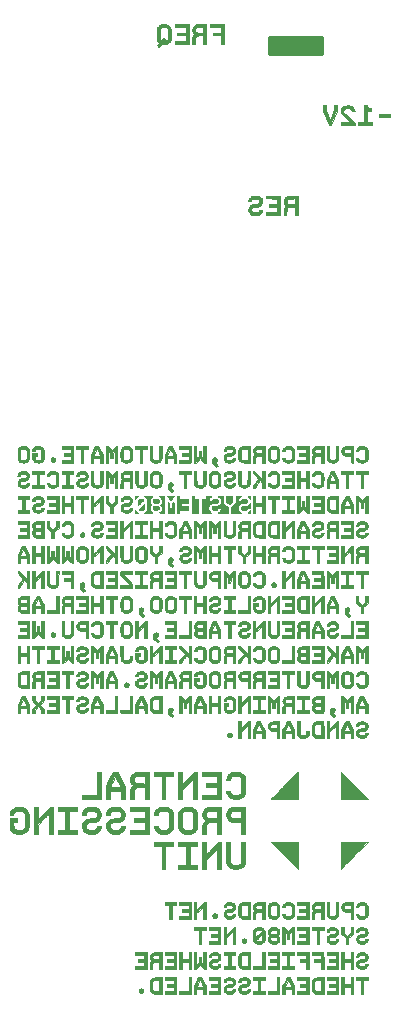
<source format=gbo>
G04 #@! TF.FileFunction,Legend,Bot*
%FSLAX46Y46*%
G04 Gerber Fmt 4.6, Leading zero omitted, Abs format (unit mm)*
G04 Created by KiCad (PCBNEW 4.0.2-stable) date 2019-08-21 4:48:51 PM*
%MOMM*%
G01*
G04 APERTURE LIST*
%ADD10C,0.200000*%
%ADD11C,0.010000*%
%ADD12C,0.254000*%
G04 APERTURE END LIST*
D10*
D11*
G36*
X97875037Y-130379642D02*
X97869767Y-130579240D01*
X98269591Y-130579240D01*
X98269591Y-131758261D01*
X98464547Y-131758261D01*
X98464547Y-130579240D01*
X98854459Y-130579240D01*
X98854459Y-130374836D01*
X97875037Y-130379642D01*
X97875037Y-130379642D01*
G37*
X97875037Y-130379642D02*
X97869767Y-130579240D01*
X98269591Y-130579240D01*
X98269591Y-131758261D01*
X98464547Y-131758261D01*
X98464547Y-130579240D01*
X98854459Y-130579240D01*
X98854459Y-130374836D01*
X97875037Y-130379642D01*
G36*
X96626389Y-131758889D02*
X96825987Y-131753619D01*
X96828440Y-131463505D01*
X96830893Y-131173392D01*
X97405949Y-131173392D01*
X97408402Y-131463505D01*
X97410855Y-131753619D01*
X97610453Y-131758889D01*
X97610453Y-130374372D01*
X97410855Y-130379642D01*
X97405953Y-130969152D01*
X96830889Y-130969152D01*
X96825987Y-130379642D01*
X96626389Y-130374372D01*
X96626389Y-131758889D01*
X96626389Y-131758889D01*
G37*
X96626389Y-131758889D02*
X96825987Y-131753619D01*
X96828440Y-131463505D01*
X96830893Y-131173392D01*
X97405949Y-131173392D01*
X97408402Y-131463505D01*
X97410855Y-131753619D01*
X97610453Y-131758889D01*
X97610453Y-130374372D01*
X97410855Y-130379642D01*
X97405953Y-130969152D01*
X96830889Y-130969152D01*
X96825987Y-130379642D01*
X96626389Y-130374372D01*
X96626389Y-131758889D01*
G36*
X95382383Y-130579240D02*
X96162208Y-130579240D01*
X96162208Y-130969152D01*
X95577339Y-130969152D01*
X95577339Y-131173392D01*
X96162208Y-131173392D01*
X96162208Y-131554021D01*
X95382383Y-131554021D01*
X95382383Y-131758261D01*
X96366566Y-131758261D01*
X96364186Y-131068951D01*
X96361806Y-130379642D01*
X95872094Y-130377239D01*
X95382383Y-130374836D01*
X95382383Y-130579240D01*
X95382383Y-130579240D01*
G37*
X95382383Y-130579240D02*
X96162208Y-130579240D01*
X96162208Y-130969152D01*
X95577339Y-130969152D01*
X95577339Y-131173392D01*
X96162208Y-131173392D01*
X96162208Y-131554021D01*
X95382383Y-131554021D01*
X95382383Y-131758261D01*
X96366566Y-131758261D01*
X96364186Y-131068951D01*
X96361806Y-130379642D01*
X95872094Y-130377239D01*
X95382383Y-130374836D01*
X95382383Y-130579240D01*
G36*
X94771762Y-130386187D02*
X94421083Y-130388926D01*
X94360259Y-130418883D01*
X94304023Y-130454039D01*
X94250181Y-130501137D01*
X94203915Y-130554925D01*
X94170409Y-130610153D01*
X94169507Y-130612100D01*
X94155075Y-130651026D01*
X94143002Y-130696468D01*
X94137699Y-130726115D01*
X94135183Y-130756157D01*
X94133153Y-130801430D01*
X94131606Y-130858872D01*
X94130536Y-130925424D01*
X94129940Y-130998026D01*
X94129812Y-131073616D01*
X94130147Y-131149135D01*
X94130942Y-131221523D01*
X94132192Y-131287719D01*
X94133891Y-131344663D01*
X94136036Y-131389295D01*
X94138622Y-131418555D01*
X94138741Y-131419408D01*
X94159451Y-131500628D01*
X94196529Y-131574813D01*
X94248357Y-131639528D01*
X94313317Y-131692343D01*
X94325351Y-131699845D01*
X94350852Y-131714450D01*
X94375264Y-131726408D01*
X94400738Y-131735981D01*
X94429423Y-131743432D01*
X94463469Y-131749023D01*
X94505025Y-131753016D01*
X94556240Y-131755674D01*
X94619265Y-131757259D01*
X94696248Y-131758033D01*
X94789340Y-131758258D01*
X94804107Y-131758261D01*
X95122442Y-131758261D01*
X95122442Y-131554021D01*
X94918202Y-131554021D01*
X94699738Y-131554021D01*
X94622363Y-131553701D01*
X94561652Y-131552677D01*
X94515714Y-131550854D01*
X94482656Y-131548137D01*
X94460586Y-131544430D01*
X94451401Y-131541515D01*
X94418857Y-131520911D01*
X94386231Y-131489017D01*
X94359105Y-131452224D01*
X94343287Y-131417744D01*
X94340488Y-131398015D01*
X94338149Y-131362489D01*
X94336270Y-131313933D01*
X94334848Y-131255111D01*
X94333882Y-131188788D01*
X94333371Y-131117731D01*
X94333313Y-131044703D01*
X94333708Y-130972472D01*
X94334553Y-130903800D01*
X94335847Y-130841456D01*
X94337589Y-130788202D01*
X94339778Y-130746805D01*
X94342412Y-130720030D01*
X94343639Y-130713853D01*
X94360601Y-130678664D01*
X94389612Y-130642955D01*
X94425143Y-130612188D01*
X94461666Y-130591826D01*
X94469856Y-130589125D01*
X94489875Y-130586149D01*
X94525355Y-130583555D01*
X94573192Y-130581470D01*
X94630280Y-130580020D01*
X94693514Y-130579331D01*
X94711641Y-130579292D01*
X94918202Y-130579240D01*
X94918202Y-131554021D01*
X95122442Y-131554021D01*
X95122442Y-130383448D01*
X94771762Y-130386187D01*
X94771762Y-130386187D01*
G37*
X94771762Y-130386187D02*
X94421083Y-130388926D01*
X94360259Y-130418883D01*
X94304023Y-130454039D01*
X94250181Y-130501137D01*
X94203915Y-130554925D01*
X94170409Y-130610153D01*
X94169507Y-130612100D01*
X94155075Y-130651026D01*
X94143002Y-130696468D01*
X94137699Y-130726115D01*
X94135183Y-130756157D01*
X94133153Y-130801430D01*
X94131606Y-130858872D01*
X94130536Y-130925424D01*
X94129940Y-130998026D01*
X94129812Y-131073616D01*
X94130147Y-131149135D01*
X94130942Y-131221523D01*
X94132192Y-131287719D01*
X94133891Y-131344663D01*
X94136036Y-131389295D01*
X94138622Y-131418555D01*
X94138741Y-131419408D01*
X94159451Y-131500628D01*
X94196529Y-131574813D01*
X94248357Y-131639528D01*
X94313317Y-131692343D01*
X94325351Y-131699845D01*
X94350852Y-131714450D01*
X94375264Y-131726408D01*
X94400738Y-131735981D01*
X94429423Y-131743432D01*
X94463469Y-131749023D01*
X94505025Y-131753016D01*
X94556240Y-131755674D01*
X94619265Y-131757259D01*
X94696248Y-131758033D01*
X94789340Y-131758258D01*
X94804107Y-131758261D01*
X95122442Y-131758261D01*
X95122442Y-131554021D01*
X94918202Y-131554021D01*
X94699738Y-131554021D01*
X94622363Y-131553701D01*
X94561652Y-131552677D01*
X94515714Y-131550854D01*
X94482656Y-131548137D01*
X94460586Y-131544430D01*
X94451401Y-131541515D01*
X94418857Y-131520911D01*
X94386231Y-131489017D01*
X94359105Y-131452224D01*
X94343287Y-131417744D01*
X94340488Y-131398015D01*
X94338149Y-131362489D01*
X94336270Y-131313933D01*
X94334848Y-131255111D01*
X94333882Y-131188788D01*
X94333371Y-131117731D01*
X94333313Y-131044703D01*
X94333708Y-130972472D01*
X94334553Y-130903800D01*
X94335847Y-130841456D01*
X94337589Y-130788202D01*
X94339778Y-130746805D01*
X94342412Y-130720030D01*
X94343639Y-130713853D01*
X94360601Y-130678664D01*
X94389612Y-130642955D01*
X94425143Y-130612188D01*
X94461666Y-130591826D01*
X94469856Y-130589125D01*
X94489875Y-130586149D01*
X94525355Y-130583555D01*
X94573192Y-130581470D01*
X94630280Y-130580020D01*
X94693514Y-130579331D01*
X94711641Y-130579292D01*
X94918202Y-130579240D01*
X94918202Y-131554021D01*
X95122442Y-131554021D01*
X95122442Y-130383448D01*
X94771762Y-130386187D01*
G36*
X92884460Y-130579240D02*
X93674196Y-130579240D01*
X93674196Y-130969152D01*
X93089327Y-130969152D01*
X93089327Y-131173392D01*
X93674196Y-131173392D01*
X93674196Y-131554021D01*
X92885088Y-131554021D01*
X92885088Y-131758261D01*
X93377411Y-131758261D01*
X93490433Y-131758171D01*
X93586111Y-131757885D01*
X93665666Y-131757372D01*
X93730322Y-131756605D01*
X93781299Y-131755555D01*
X93819820Y-131754193D01*
X93847107Y-131752491D01*
X93864383Y-131750420D01*
X93872869Y-131747952D01*
X93874166Y-131746656D01*
X93874856Y-131735688D01*
X93875449Y-131707641D01*
X93875941Y-131664003D01*
X93876326Y-131606263D01*
X93876600Y-131535908D01*
X93876759Y-131454426D01*
X93876799Y-131363305D01*
X93876715Y-131264034D01*
X93876503Y-131158100D01*
X93876195Y-131057347D01*
X93873794Y-130379642D01*
X92889730Y-130379642D01*
X92884460Y-130579240D01*
X92884460Y-130579240D01*
G37*
X92884460Y-130579240D02*
X93674196Y-130579240D01*
X93674196Y-130969152D01*
X93089327Y-130969152D01*
X93089327Y-131173392D01*
X93674196Y-131173392D01*
X93674196Y-131554021D01*
X92885088Y-131554021D01*
X92885088Y-131758261D01*
X93377411Y-131758261D01*
X93490433Y-131758171D01*
X93586111Y-131757885D01*
X93665666Y-131757372D01*
X93730322Y-131756605D01*
X93781299Y-131755555D01*
X93819820Y-131754193D01*
X93847107Y-131752491D01*
X93864383Y-131750420D01*
X93872869Y-131747952D01*
X93874166Y-131746656D01*
X93874856Y-131735688D01*
X93875449Y-131707641D01*
X93875941Y-131664003D01*
X93876326Y-131606263D01*
X93876600Y-131535908D01*
X93876759Y-131454426D01*
X93876799Y-131363305D01*
X93876715Y-131264034D01*
X93876503Y-131158100D01*
X93876195Y-131057347D01*
X93873794Y-130379642D01*
X92889730Y-130379642D01*
X92884460Y-130579240D01*
G36*
X91826911Y-130746032D02*
X91641082Y-131117600D01*
X91641082Y-131758261D01*
X91845322Y-131758261D01*
X91845322Y-131368348D01*
X92430190Y-131368348D01*
X92430190Y-131758261D01*
X92625146Y-131758261D01*
X92624281Y-131157146D01*
X92420404Y-131157146D01*
X92411620Y-131158862D01*
X92386496Y-131160425D01*
X92347258Y-131161780D01*
X92296135Y-131162874D01*
X92235352Y-131163651D01*
X92167138Y-131164060D01*
X92133085Y-131164108D01*
X91845264Y-131164108D01*
X92135434Y-130584002D01*
X92277668Y-130867092D01*
X92311246Y-130934092D01*
X92342028Y-130995837D01*
X92369048Y-131050366D01*
X92391342Y-131095718D01*
X92407944Y-131129932D01*
X92417890Y-131151045D01*
X92420404Y-131157146D01*
X92624281Y-131157146D01*
X92624204Y-131103765D01*
X92441323Y-130741704D01*
X92258443Y-130379642D01*
X92012741Y-130374464D01*
X91826911Y-130746032D01*
X91826911Y-130746032D01*
G37*
X91826911Y-130746032D02*
X91641082Y-131117600D01*
X91641082Y-131758261D01*
X91845322Y-131758261D01*
X91845322Y-131368348D01*
X92430190Y-131368348D01*
X92430190Y-131758261D01*
X92625146Y-131758261D01*
X92624281Y-131157146D01*
X92420404Y-131157146D01*
X92411620Y-131158862D01*
X92386496Y-131160425D01*
X92347258Y-131161780D01*
X92296135Y-131162874D01*
X92235352Y-131163651D01*
X92167138Y-131164060D01*
X92133085Y-131164108D01*
X91845264Y-131164108D01*
X92135434Y-130584002D01*
X92277668Y-130867092D01*
X92311246Y-130934092D01*
X92342028Y-130995837D01*
X92369048Y-131050366D01*
X92391342Y-131095718D01*
X92407944Y-131129932D01*
X92417890Y-131151045D01*
X92420404Y-131157146D01*
X92624281Y-131157146D01*
X92624204Y-131103765D01*
X92441323Y-130741704D01*
X92258443Y-130379642D01*
X92012741Y-130374464D01*
X91826911Y-130746032D01*
G36*
X91179152Y-130966831D02*
X91176762Y-131554021D01*
X90397076Y-131554021D01*
X90397076Y-131758261D01*
X91381259Y-131758261D01*
X91378879Y-131068951D01*
X91376499Y-130379642D01*
X91181542Y-130379642D01*
X91179152Y-130966831D01*
X91179152Y-130966831D01*
G37*
X91179152Y-130966831D02*
X91176762Y-131554021D01*
X90397076Y-131554021D01*
X90397076Y-131758261D01*
X91381259Y-131758261D01*
X91378879Y-131068951D01*
X91376499Y-130379642D01*
X91181542Y-130379642D01*
X91179152Y-130966831D01*
G36*
X89153070Y-130579240D02*
X89542982Y-130579240D01*
X89542982Y-131554021D01*
X89153070Y-131554021D01*
X89153070Y-131758261D01*
X90137135Y-131758261D01*
X90137135Y-131554021D01*
X89747222Y-131554021D01*
X89747222Y-130579240D01*
X90137763Y-130579240D01*
X90132493Y-130379642D01*
X89642781Y-130377239D01*
X89153070Y-130374836D01*
X89153070Y-130579240D01*
X89153070Y-130579240D01*
G37*
X89153070Y-130579240D02*
X89542982Y-130579240D01*
X89542982Y-131554021D01*
X89153070Y-131554021D01*
X89153070Y-131758261D01*
X90137135Y-131758261D01*
X90137135Y-131554021D01*
X89747222Y-131554021D01*
X89747222Y-130579240D01*
X90137763Y-130579240D01*
X90132493Y-130379642D01*
X89642781Y-130377239D01*
X89153070Y-130374836D01*
X89153070Y-130579240D01*
G36*
X88300563Y-130379208D02*
X88225533Y-130389643D01*
X88160650Y-130406420D01*
X88131871Y-130417930D01*
X88058824Y-130462057D01*
X87998089Y-130519449D01*
X87950806Y-130588542D01*
X87918118Y-130667771D01*
X87904276Y-130730099D01*
X87897673Y-130774196D01*
X88000846Y-130774196D01*
X88045721Y-130774041D01*
X88075248Y-130773143D01*
X88092646Y-130770851D01*
X88101134Y-130766515D01*
X88103933Y-130759484D01*
X88104224Y-130753308D01*
X88112772Y-130713214D01*
X88135101Y-130671965D01*
X88167355Y-130634203D01*
X88205676Y-130604570D01*
X88240700Y-130589082D01*
X88267697Y-130584634D01*
X88308280Y-130581593D01*
X88357524Y-130579951D01*
X88410502Y-130579699D01*
X88462286Y-130580827D01*
X88507952Y-130583328D01*
X88542572Y-130587191D01*
X88554246Y-130589644D01*
X88585883Y-130604183D01*
X88619391Y-130628676D01*
X88629767Y-130638362D01*
X88665202Y-130685676D01*
X88684459Y-130738455D01*
X88687403Y-130793392D01*
X88673896Y-130847176D01*
X88643802Y-130896499D01*
X88640586Y-130900253D01*
X88621509Y-130920863D01*
X88603295Y-130936540D01*
X88583018Y-130948049D01*
X88557751Y-130956154D01*
X88524567Y-130961621D01*
X88480540Y-130965214D01*
X88422743Y-130967697D01*
X88377264Y-130969055D01*
X88200253Y-130973934D01*
X88129781Y-131008763D01*
X88058500Y-131053227D01*
X88000169Y-131108368D01*
X87955155Y-131171917D01*
X87923826Y-131241603D01*
X87906550Y-131315156D01*
X87903692Y-131390305D01*
X87915622Y-131464781D01*
X87942706Y-131536313D01*
X87985312Y-131602631D01*
X88026560Y-131646567D01*
X88069908Y-131683018D01*
X88112359Y-131710926D01*
X88157290Y-131731292D01*
X88208080Y-131745121D01*
X88268105Y-131753414D01*
X88340746Y-131757176D01*
X88400726Y-131757650D01*
X88481456Y-131755997D01*
X88544287Y-131751809D01*
X88588994Y-131745103D01*
X88596053Y-131743377D01*
X88672635Y-131713488D01*
X88741313Y-131667687D01*
X88800043Y-131607680D01*
X88846783Y-131535174D01*
X88847816Y-131533144D01*
X88860301Y-131503458D01*
X88871656Y-131467808D01*
X88880802Y-131431063D01*
X88886659Y-131398089D01*
X88888147Y-131373756D01*
X88885402Y-131363716D01*
X88874731Y-131361772D01*
X88849644Y-131360226D01*
X88814288Y-131359274D01*
X88786006Y-131359065D01*
X88691262Y-131359065D01*
X88685578Y-131394613D01*
X88668757Y-131443267D01*
X88634875Y-131490266D01*
X88602184Y-131520666D01*
X88566539Y-131549379D01*
X88407228Y-131552220D01*
X88348902Y-131553137D01*
X88305824Y-131553286D01*
X88274682Y-131552347D01*
X88252160Y-131550003D01*
X88234948Y-131545937D01*
X88219730Y-131539831D01*
X88206140Y-131532932D01*
X88161921Y-131499058D01*
X88136513Y-131465792D01*
X88120589Y-131436974D01*
X88112139Y-131410794D01*
X88108978Y-131378797D01*
X88108698Y-131358178D01*
X88109867Y-131321493D01*
X88114713Y-131295665D01*
X88125319Y-131273050D01*
X88136549Y-131256085D01*
X88162145Y-131227407D01*
X88193585Y-131202036D01*
X88205280Y-131194993D01*
X88223671Y-131186152D01*
X88242091Y-131180095D01*
X88264541Y-131176304D01*
X88295025Y-131174259D01*
X88337544Y-131173441D01*
X88372385Y-131173322D01*
X88425297Y-131172559D01*
X88477460Y-131170531D01*
X88523044Y-131167541D01*
X88556218Y-131163893D01*
X88557576Y-131163678D01*
X88635774Y-131141862D01*
X88708076Y-131103860D01*
X88771639Y-131051800D01*
X88823619Y-130987810D01*
X88846767Y-130947235D01*
X88875389Y-130869305D01*
X88886760Y-130789572D01*
X88881709Y-130710457D01*
X88861065Y-130634382D01*
X88825657Y-130563769D01*
X88776315Y-130501036D01*
X88713868Y-130448607D01*
X88666588Y-130421173D01*
X88609966Y-130400321D01*
X88540442Y-130385671D01*
X88462627Y-130377250D01*
X88381131Y-130375087D01*
X88300563Y-130379208D01*
X88300563Y-130379208D01*
G37*
X88300563Y-130379208D02*
X88225533Y-130389643D01*
X88160650Y-130406420D01*
X88131871Y-130417930D01*
X88058824Y-130462057D01*
X87998089Y-130519449D01*
X87950806Y-130588542D01*
X87918118Y-130667771D01*
X87904276Y-130730099D01*
X87897673Y-130774196D01*
X88000846Y-130774196D01*
X88045721Y-130774041D01*
X88075248Y-130773143D01*
X88092646Y-130770851D01*
X88101134Y-130766515D01*
X88103933Y-130759484D01*
X88104224Y-130753308D01*
X88112772Y-130713214D01*
X88135101Y-130671965D01*
X88167355Y-130634203D01*
X88205676Y-130604570D01*
X88240700Y-130589082D01*
X88267697Y-130584634D01*
X88308280Y-130581593D01*
X88357524Y-130579951D01*
X88410502Y-130579699D01*
X88462286Y-130580827D01*
X88507952Y-130583328D01*
X88542572Y-130587191D01*
X88554246Y-130589644D01*
X88585883Y-130604183D01*
X88619391Y-130628676D01*
X88629767Y-130638362D01*
X88665202Y-130685676D01*
X88684459Y-130738455D01*
X88687403Y-130793392D01*
X88673896Y-130847176D01*
X88643802Y-130896499D01*
X88640586Y-130900253D01*
X88621509Y-130920863D01*
X88603295Y-130936540D01*
X88583018Y-130948049D01*
X88557751Y-130956154D01*
X88524567Y-130961621D01*
X88480540Y-130965214D01*
X88422743Y-130967697D01*
X88377264Y-130969055D01*
X88200253Y-130973934D01*
X88129781Y-131008763D01*
X88058500Y-131053227D01*
X88000169Y-131108368D01*
X87955155Y-131171917D01*
X87923826Y-131241603D01*
X87906550Y-131315156D01*
X87903692Y-131390305D01*
X87915622Y-131464781D01*
X87942706Y-131536313D01*
X87985312Y-131602631D01*
X88026560Y-131646567D01*
X88069908Y-131683018D01*
X88112359Y-131710926D01*
X88157290Y-131731292D01*
X88208080Y-131745121D01*
X88268105Y-131753414D01*
X88340746Y-131757176D01*
X88400726Y-131757650D01*
X88481456Y-131755997D01*
X88544287Y-131751809D01*
X88588994Y-131745103D01*
X88596053Y-131743377D01*
X88672635Y-131713488D01*
X88741313Y-131667687D01*
X88800043Y-131607680D01*
X88846783Y-131535174D01*
X88847816Y-131533144D01*
X88860301Y-131503458D01*
X88871656Y-131467808D01*
X88880802Y-131431063D01*
X88886659Y-131398089D01*
X88888147Y-131373756D01*
X88885402Y-131363716D01*
X88874731Y-131361772D01*
X88849644Y-131360226D01*
X88814288Y-131359274D01*
X88786006Y-131359065D01*
X88691262Y-131359065D01*
X88685578Y-131394613D01*
X88668757Y-131443267D01*
X88634875Y-131490266D01*
X88602184Y-131520666D01*
X88566539Y-131549379D01*
X88407228Y-131552220D01*
X88348902Y-131553137D01*
X88305824Y-131553286D01*
X88274682Y-131552347D01*
X88252160Y-131550003D01*
X88234948Y-131545937D01*
X88219730Y-131539831D01*
X88206140Y-131532932D01*
X88161921Y-131499058D01*
X88136513Y-131465792D01*
X88120589Y-131436974D01*
X88112139Y-131410794D01*
X88108978Y-131378797D01*
X88108698Y-131358178D01*
X88109867Y-131321493D01*
X88114713Y-131295665D01*
X88125319Y-131273050D01*
X88136549Y-131256085D01*
X88162145Y-131227407D01*
X88193585Y-131202036D01*
X88205280Y-131194993D01*
X88223671Y-131186152D01*
X88242091Y-131180095D01*
X88264541Y-131176304D01*
X88295025Y-131174259D01*
X88337544Y-131173441D01*
X88372385Y-131173322D01*
X88425297Y-131172559D01*
X88477460Y-131170531D01*
X88523044Y-131167541D01*
X88556218Y-131163893D01*
X88557576Y-131163678D01*
X88635774Y-131141862D01*
X88708076Y-131103860D01*
X88771639Y-131051800D01*
X88823619Y-130987810D01*
X88846767Y-130947235D01*
X88875389Y-130869305D01*
X88886760Y-130789572D01*
X88881709Y-130710457D01*
X88861065Y-130634382D01*
X88825657Y-130563769D01*
X88776315Y-130501036D01*
X88713868Y-130448607D01*
X88666588Y-130421173D01*
X88609966Y-130400321D01*
X88540442Y-130385671D01*
X88462627Y-130377250D01*
X88381131Y-130375087D01*
X88300563Y-130379208D01*
G36*
X87083378Y-130377225D02*
X87013213Y-130382722D01*
X86952357Y-130392955D01*
X86920499Y-130402018D01*
X86846696Y-130437482D01*
X86782173Y-130487556D01*
X86728903Y-130549783D01*
X86688861Y-130621703D01*
X86664019Y-130700857D01*
X86659644Y-130726994D01*
X86653383Y-130774196D01*
X86860015Y-130774196D01*
X86860015Y-130750689D01*
X86868296Y-130710595D01*
X86890628Y-130669743D01*
X86923244Y-130632596D01*
X86962377Y-130603619D01*
X86996291Y-130589193D01*
X87022803Y-130584763D01*
X87062366Y-130581695D01*
X87110275Y-130579980D01*
X87161822Y-130579609D01*
X87212302Y-130580571D01*
X87257007Y-130582859D01*
X87291232Y-130586462D01*
X87306564Y-130589806D01*
X87358577Y-130615821D01*
X87398149Y-130652934D01*
X87424867Y-130698095D01*
X87438316Y-130748256D01*
X87438082Y-130800367D01*
X87423753Y-130851381D01*
X87394913Y-130898249D01*
X87353593Y-130936230D01*
X87313363Y-130964475D01*
X87135428Y-130969923D01*
X87064736Y-130972506D01*
X87009272Y-130975878D01*
X86965700Y-130980768D01*
X86930680Y-130987904D01*
X86900875Y-130998014D01*
X86872947Y-131011828D01*
X86843557Y-131030074D01*
X86835689Y-131035346D01*
X86770495Y-131089548D01*
X86719764Y-131152724D01*
X86683721Y-131222570D01*
X86662594Y-131296780D01*
X86656608Y-131373046D01*
X86665990Y-131449065D01*
X86690967Y-131522529D01*
X86731765Y-131591133D01*
X86776170Y-131641181D01*
X86843846Y-131695318D01*
X86915479Y-131731953D01*
X86969554Y-131747822D01*
X87005284Y-131752809D01*
X87053951Y-131756047D01*
X87110903Y-131757591D01*
X87171486Y-131757494D01*
X87231048Y-131755810D01*
X87284935Y-131752594D01*
X87328495Y-131747899D01*
X87351822Y-131743378D01*
X87422225Y-131715734D01*
X87486848Y-131673676D01*
X87543160Y-131620109D01*
X87588631Y-131557939D01*
X87620728Y-131490070D01*
X87636922Y-131419407D01*
X87637278Y-131415748D01*
X87642418Y-131359065D01*
X87446735Y-131359065D01*
X87435358Y-131406489D01*
X87413301Y-131460152D01*
X87376341Y-131505420D01*
X87332407Y-131536000D01*
X87316458Y-131542989D01*
X87298181Y-131547933D01*
X87274164Y-131551170D01*
X87240995Y-131553036D01*
X87195262Y-131553870D01*
X87150144Y-131554021D01*
X87093571Y-131553809D01*
X87052009Y-131552911D01*
X87021901Y-131550931D01*
X86999694Y-131547477D01*
X86981832Y-131542152D01*
X86964760Y-131534563D01*
X86961905Y-131533133D01*
X86916686Y-131500954D01*
X86884690Y-131459049D01*
X86865905Y-131410720D01*
X86860322Y-131359266D01*
X86867931Y-131307988D01*
X86888722Y-131260186D01*
X86922685Y-131219160D01*
X86962932Y-131191552D01*
X86980827Y-131183847D01*
X87001478Y-131178611D01*
X87028790Y-131175394D01*
X87066667Y-131173743D01*
X87119012Y-131173211D01*
X87121907Y-131173205D01*
X87202428Y-131171888D01*
X87267856Y-131167897D01*
X87321535Y-131160764D01*
X87366807Y-131150026D01*
X87407015Y-131135216D01*
X87412603Y-131132713D01*
X87468235Y-131099378D01*
X87522301Y-131052830D01*
X87569732Y-130998087D01*
X87603935Y-130943250D01*
X87617472Y-130915342D01*
X87626406Y-130892565D01*
X87631690Y-130869750D01*
X87634278Y-130841729D01*
X87635127Y-130803334D01*
X87635197Y-130774001D01*
X87634899Y-130726917D01*
X87633388Y-130693229D01*
X87629743Y-130667767D01*
X87623040Y-130645362D01*
X87612356Y-130620845D01*
X87605240Y-130606193D01*
X87570897Y-130551071D01*
X87524920Y-130497998D01*
X87472507Y-130452129D01*
X87418854Y-130418619D01*
X87413705Y-130416185D01*
X87365624Y-130399972D01*
X87303976Y-130387838D01*
X87233335Y-130379915D01*
X87158277Y-130376333D01*
X87083378Y-130377225D01*
X87083378Y-130377225D01*
G37*
X87083378Y-130377225D02*
X87013213Y-130382722D01*
X86952357Y-130392955D01*
X86920499Y-130402018D01*
X86846696Y-130437482D01*
X86782173Y-130487556D01*
X86728903Y-130549783D01*
X86688861Y-130621703D01*
X86664019Y-130700857D01*
X86659644Y-130726994D01*
X86653383Y-130774196D01*
X86860015Y-130774196D01*
X86860015Y-130750689D01*
X86868296Y-130710595D01*
X86890628Y-130669743D01*
X86923244Y-130632596D01*
X86962377Y-130603619D01*
X86996291Y-130589193D01*
X87022803Y-130584763D01*
X87062366Y-130581695D01*
X87110275Y-130579980D01*
X87161822Y-130579609D01*
X87212302Y-130580571D01*
X87257007Y-130582859D01*
X87291232Y-130586462D01*
X87306564Y-130589806D01*
X87358577Y-130615821D01*
X87398149Y-130652934D01*
X87424867Y-130698095D01*
X87438316Y-130748256D01*
X87438082Y-130800367D01*
X87423753Y-130851381D01*
X87394913Y-130898249D01*
X87353593Y-130936230D01*
X87313363Y-130964475D01*
X87135428Y-130969923D01*
X87064736Y-130972506D01*
X87009272Y-130975878D01*
X86965700Y-130980768D01*
X86930680Y-130987904D01*
X86900875Y-130998014D01*
X86872947Y-131011828D01*
X86843557Y-131030074D01*
X86835689Y-131035346D01*
X86770495Y-131089548D01*
X86719764Y-131152724D01*
X86683721Y-131222570D01*
X86662594Y-131296780D01*
X86656608Y-131373046D01*
X86665990Y-131449065D01*
X86690967Y-131522529D01*
X86731765Y-131591133D01*
X86776170Y-131641181D01*
X86843846Y-131695318D01*
X86915479Y-131731953D01*
X86969554Y-131747822D01*
X87005284Y-131752809D01*
X87053951Y-131756047D01*
X87110903Y-131757591D01*
X87171486Y-131757494D01*
X87231048Y-131755810D01*
X87284935Y-131752594D01*
X87328495Y-131747899D01*
X87351822Y-131743378D01*
X87422225Y-131715734D01*
X87486848Y-131673676D01*
X87543160Y-131620109D01*
X87588631Y-131557939D01*
X87620728Y-131490070D01*
X87636922Y-131419407D01*
X87637278Y-131415748D01*
X87642418Y-131359065D01*
X87446735Y-131359065D01*
X87435358Y-131406489D01*
X87413301Y-131460152D01*
X87376341Y-131505420D01*
X87332407Y-131536000D01*
X87316458Y-131542989D01*
X87298181Y-131547933D01*
X87274164Y-131551170D01*
X87240995Y-131553036D01*
X87195262Y-131553870D01*
X87150144Y-131554021D01*
X87093571Y-131553809D01*
X87052009Y-131552911D01*
X87021901Y-131550931D01*
X86999694Y-131547477D01*
X86981832Y-131542152D01*
X86964760Y-131534563D01*
X86961905Y-131533133D01*
X86916686Y-131500954D01*
X86884690Y-131459049D01*
X86865905Y-131410720D01*
X86860322Y-131359266D01*
X86867931Y-131307988D01*
X86888722Y-131260186D01*
X86922685Y-131219160D01*
X86962932Y-131191552D01*
X86980827Y-131183847D01*
X87001478Y-131178611D01*
X87028790Y-131175394D01*
X87066667Y-131173743D01*
X87119012Y-131173211D01*
X87121907Y-131173205D01*
X87202428Y-131171888D01*
X87267856Y-131167897D01*
X87321535Y-131160764D01*
X87366807Y-131150026D01*
X87407015Y-131135216D01*
X87412603Y-131132713D01*
X87468235Y-131099378D01*
X87522301Y-131052830D01*
X87569732Y-130998087D01*
X87603935Y-130943250D01*
X87617472Y-130915342D01*
X87626406Y-130892565D01*
X87631690Y-130869750D01*
X87634278Y-130841729D01*
X87635127Y-130803334D01*
X87635197Y-130774001D01*
X87634899Y-130726917D01*
X87633388Y-130693229D01*
X87629743Y-130667767D01*
X87623040Y-130645362D01*
X87612356Y-130620845D01*
X87605240Y-130606193D01*
X87570897Y-130551071D01*
X87524920Y-130497998D01*
X87472507Y-130452129D01*
X87418854Y-130418619D01*
X87413705Y-130416185D01*
X87365624Y-130399972D01*
X87303976Y-130387838D01*
X87233335Y-130379915D01*
X87158277Y-130376333D01*
X87083378Y-130377225D01*
G36*
X85411769Y-130579240D02*
X86191594Y-130579240D01*
X86191594Y-130969152D01*
X85606725Y-130969152D01*
X85606725Y-131173392D01*
X86191594Y-131173392D01*
X86191594Y-131554021D01*
X85411769Y-131554021D01*
X85411769Y-131758261D01*
X86395833Y-131758261D01*
X86395833Y-130375000D01*
X85411769Y-130375000D01*
X85411769Y-130579240D01*
X85411769Y-130579240D01*
G37*
X85411769Y-130579240D02*
X86191594Y-130579240D01*
X86191594Y-130969152D01*
X85606725Y-130969152D01*
X85606725Y-131173392D01*
X86191594Y-131173392D01*
X86191594Y-131554021D01*
X85411769Y-131554021D01*
X85411769Y-131758261D01*
X86395833Y-131758261D01*
X86395833Y-130375000D01*
X85411769Y-130375000D01*
X85411769Y-130579240D01*
G36*
X84657318Y-130377053D02*
X84534466Y-130379642D01*
X84351586Y-130741704D01*
X84168706Y-131103765D01*
X84168234Y-131431013D01*
X84167763Y-131758261D01*
X84362719Y-131758261D01*
X84362719Y-131368348D01*
X84947588Y-131368348D01*
X84947588Y-131758261D01*
X85151827Y-131758261D01*
X85151827Y-131164108D01*
X84947646Y-131164108D01*
X84659824Y-131164108D01*
X84588882Y-131163893D01*
X84524323Y-131163282D01*
X84468374Y-131162331D01*
X84423264Y-131161092D01*
X84391218Y-131159621D01*
X84374464Y-131157970D01*
X84372505Y-131157146D01*
X84376650Y-131147489D01*
X84388197Y-131123218D01*
X84406181Y-131086294D01*
X84429637Y-131038678D01*
X84457599Y-130982333D01*
X84489103Y-130919218D01*
X84515241Y-130867092D01*
X84657475Y-130584002D01*
X84802561Y-130874055D01*
X84947646Y-131164108D01*
X85151827Y-131164108D01*
X85151827Y-131117600D01*
X84780169Y-130374464D01*
X84657318Y-130377053D01*
X84657318Y-130377053D01*
G37*
X84657318Y-130377053D02*
X84534466Y-130379642D01*
X84351586Y-130741704D01*
X84168706Y-131103765D01*
X84168234Y-131431013D01*
X84167763Y-131758261D01*
X84362719Y-131758261D01*
X84362719Y-131368348D01*
X84947588Y-131368348D01*
X84947588Y-131758261D01*
X85151827Y-131758261D01*
X85151827Y-131164108D01*
X84947646Y-131164108D01*
X84659824Y-131164108D01*
X84588882Y-131163893D01*
X84524323Y-131163282D01*
X84468374Y-131162331D01*
X84423264Y-131161092D01*
X84391218Y-131159621D01*
X84374464Y-131157970D01*
X84372505Y-131157146D01*
X84376650Y-131147489D01*
X84388197Y-131123218D01*
X84406181Y-131086294D01*
X84429637Y-131038678D01*
X84457599Y-130982333D01*
X84489103Y-130919218D01*
X84515241Y-130867092D01*
X84657475Y-130584002D01*
X84802561Y-130874055D01*
X84947646Y-131164108D01*
X85151827Y-131164108D01*
X85151827Y-131117600D01*
X84780169Y-130374464D01*
X84657318Y-130377053D01*
G36*
X83705834Y-130966731D02*
X83703443Y-131553819D01*
X82919115Y-131558663D01*
X82916481Y-131658462D01*
X82913846Y-131758261D01*
X83907941Y-131758261D01*
X83905560Y-131068951D01*
X83903180Y-130379642D01*
X83708224Y-130379642D01*
X83705834Y-130966731D01*
X83705834Y-130966731D01*
G37*
X83705834Y-130966731D02*
X83703443Y-131553819D01*
X82919115Y-131558663D01*
X82916481Y-131658462D01*
X82913846Y-131758261D01*
X83907941Y-131758261D01*
X83905560Y-131068951D01*
X83903180Y-130379642D01*
X83708224Y-130379642D01*
X83705834Y-130966731D01*
G36*
X81675110Y-130379642D02*
X81669840Y-130579240D01*
X82459576Y-130579240D01*
X82459576Y-130969152D01*
X81864796Y-130969152D01*
X81870066Y-131168750D01*
X82164821Y-131171202D01*
X82459576Y-131173653D01*
X82459576Y-131554021D01*
X81670468Y-131554021D01*
X81670468Y-131758261D01*
X82654532Y-131758261D01*
X82654532Y-130374836D01*
X81675110Y-130379642D01*
X81675110Y-130379642D01*
G37*
X81675110Y-130379642D02*
X81669840Y-130579240D01*
X82459576Y-130579240D01*
X82459576Y-130969152D01*
X81864796Y-130969152D01*
X81870066Y-131168750D01*
X82164821Y-131171202D01*
X82459576Y-131173653D01*
X82459576Y-131554021D01*
X81670468Y-131554021D01*
X81670468Y-131758261D01*
X82654532Y-131758261D01*
X82654532Y-130374836D01*
X81675110Y-130379642D01*
G36*
X81060069Y-130386187D02*
X80709613Y-130388926D01*
X80656234Y-130415137D01*
X80582738Y-130461369D01*
X80520581Y-130521586D01*
X80471913Y-130593642D01*
X80466003Y-130605149D01*
X80431104Y-130675769D01*
X80431104Y-131465826D01*
X80461261Y-131527468D01*
X80504668Y-131596801D01*
X80561208Y-131656945D01*
X80627550Y-131705198D01*
X80700358Y-131738859D01*
X80733886Y-131748421D01*
X80753386Y-131750773D01*
X80789151Y-131752900D01*
X80838880Y-131754740D01*
X80900271Y-131756231D01*
X80971023Y-131757313D01*
X81048835Y-131757922D01*
X81092562Y-131758034D01*
X81410526Y-131758261D01*
X81410526Y-131554021D01*
X81206287Y-131554021D01*
X80992465Y-131554021D01*
X80919653Y-131553786D01*
X80862961Y-131552987D01*
X80819950Y-131551483D01*
X80788178Y-131549132D01*
X80765202Y-131545793D01*
X80748584Y-131541325D01*
X80744255Y-131539652D01*
X80695809Y-131510912D01*
X80659365Y-131469176D01*
X80648366Y-131449950D01*
X80643789Y-131439975D01*
X80640075Y-131428410D01*
X80637135Y-131413323D01*
X80634879Y-131392781D01*
X80633219Y-131364852D01*
X80632063Y-131327604D01*
X80631323Y-131279103D01*
X80630909Y-131217417D01*
X80630733Y-131140614D01*
X80630702Y-131068460D01*
X80630723Y-130979075D01*
X80630858Y-130906296D01*
X80631218Y-130848160D01*
X80631911Y-130802708D01*
X80633046Y-130767976D01*
X80634733Y-130742003D01*
X80637081Y-130722829D01*
X80640200Y-130708490D01*
X80644198Y-130697027D01*
X80649184Y-130686477D01*
X80652311Y-130680499D01*
X80685197Y-130637590D01*
X80718857Y-130611733D01*
X80763795Y-130583882D01*
X81206287Y-130578302D01*
X81206287Y-131554021D01*
X81410526Y-131554021D01*
X81410526Y-130383448D01*
X81060069Y-130386187D01*
X81060069Y-130386187D01*
G37*
X81060069Y-130386187D02*
X80709613Y-130388926D01*
X80656234Y-130415137D01*
X80582738Y-130461369D01*
X80520581Y-130521586D01*
X80471913Y-130593642D01*
X80466003Y-130605149D01*
X80431104Y-130675769D01*
X80431104Y-131465826D01*
X80461261Y-131527468D01*
X80504668Y-131596801D01*
X80561208Y-131656945D01*
X80627550Y-131705198D01*
X80700358Y-131738859D01*
X80733886Y-131748421D01*
X80753386Y-131750773D01*
X80789151Y-131752900D01*
X80838880Y-131754740D01*
X80900271Y-131756231D01*
X80971023Y-131757313D01*
X81048835Y-131757922D01*
X81092562Y-131758034D01*
X81410526Y-131758261D01*
X81410526Y-131554021D01*
X81206287Y-131554021D01*
X80992465Y-131554021D01*
X80919653Y-131553786D01*
X80862961Y-131552987D01*
X80819950Y-131551483D01*
X80788178Y-131549132D01*
X80765202Y-131545793D01*
X80748584Y-131541325D01*
X80744255Y-131539652D01*
X80695809Y-131510912D01*
X80659365Y-131469176D01*
X80648366Y-131449950D01*
X80643789Y-131439975D01*
X80640075Y-131428410D01*
X80637135Y-131413323D01*
X80634879Y-131392781D01*
X80633219Y-131364852D01*
X80632063Y-131327604D01*
X80631323Y-131279103D01*
X80630909Y-131217417D01*
X80630733Y-131140614D01*
X80630702Y-131068460D01*
X80630723Y-130979075D01*
X80630858Y-130906296D01*
X80631218Y-130848160D01*
X80631911Y-130802708D01*
X80633046Y-130767976D01*
X80634733Y-130742003D01*
X80637081Y-130722829D01*
X80640200Y-130708490D01*
X80644198Y-130697027D01*
X80649184Y-130686477D01*
X80652311Y-130680499D01*
X80685197Y-130637590D01*
X80718857Y-130611733D01*
X80763795Y-130583882D01*
X81206287Y-130578302D01*
X81206287Y-131554021D01*
X81410526Y-131554021D01*
X81410526Y-130383448D01*
X81060069Y-130386187D01*
G36*
X79623175Y-131320616D02*
X79575521Y-131341142D01*
X79534651Y-131374337D01*
X79503654Y-131419460D01*
X79489094Y-131459285D01*
X79483145Y-131515929D01*
X79492683Y-131569538D01*
X79515451Y-131617701D01*
X79549195Y-131658010D01*
X79591657Y-131688054D01*
X79640584Y-131705424D01*
X79693719Y-131707710D01*
X79717581Y-131703385D01*
X79771640Y-131681207D01*
X79814759Y-131646591D01*
X79845960Y-131602634D01*
X79864264Y-131552431D01*
X79868692Y-131499081D01*
X79858265Y-131445678D01*
X79832004Y-131395321D01*
X79819802Y-131380020D01*
X79775925Y-131342461D01*
X79726468Y-131320535D01*
X79674521Y-131313500D01*
X79623175Y-131320616D01*
X79623175Y-131320616D01*
G37*
X79623175Y-131320616D02*
X79575521Y-131341142D01*
X79534651Y-131374337D01*
X79503654Y-131419460D01*
X79489094Y-131459285D01*
X79483145Y-131515929D01*
X79492683Y-131569538D01*
X79515451Y-131617701D01*
X79549195Y-131658010D01*
X79591657Y-131688054D01*
X79640584Y-131705424D01*
X79693719Y-131707710D01*
X79717581Y-131703385D01*
X79771640Y-131681207D01*
X79814759Y-131646591D01*
X79845960Y-131602634D01*
X79864264Y-131552431D01*
X79868692Y-131499081D01*
X79858265Y-131445678D01*
X79832004Y-131395321D01*
X79819802Y-131380020D01*
X79775925Y-131342461D01*
X79726468Y-131320535D01*
X79674521Y-131313500D01*
X79623175Y-131320616D01*
G36*
X98306867Y-128260188D02*
X98247674Y-128263727D01*
X98198572Y-128269297D01*
X98182083Y-128272277D01*
X98103889Y-128298009D01*
X98033651Y-128339341D01*
X97973450Y-128394260D01*
X97925371Y-128460752D01*
X97891497Y-128536803D01*
X97884803Y-128559681D01*
X97874226Y-128600985D01*
X97869631Y-128628660D01*
X97873428Y-128645429D01*
X97888022Y-128654016D01*
X97915823Y-128657145D01*
X97959237Y-128657539D01*
X97971292Y-128657530D01*
X98072190Y-128657530D01*
X98077262Y-128619717D01*
X98092811Y-128570637D01*
X98124005Y-128526948D01*
X98167995Y-128492366D01*
X98179627Y-128486090D01*
X98199082Y-128476965D01*
X98217252Y-128470567D01*
X98237941Y-128466422D01*
X98264952Y-128464057D01*
X98302089Y-128462995D01*
X98353154Y-128462764D01*
X98366571Y-128462777D01*
X98433281Y-128463755D01*
X98484708Y-128467080D01*
X98524082Y-128473674D01*
X98554632Y-128484458D01*
X98579587Y-128500351D01*
X98602176Y-128522274D01*
X98610830Y-128532401D01*
X98640841Y-128581992D01*
X98654536Y-128635274D01*
X98652842Y-128689051D01*
X98636685Y-128740122D01*
X98606991Y-128785291D01*
X98564687Y-128821360D01*
X98521184Y-128841920D01*
X98499769Y-128845903D01*
X98463628Y-128849141D01*
X98416595Y-128851399D01*
X98362506Y-128852442D01*
X98348801Y-128852486D01*
X98275478Y-128853629D01*
X98216785Y-128857536D01*
X98168901Y-128864920D01*
X98128002Y-128876494D01*
X98090266Y-128892973D01*
X98068821Y-128904767D01*
X98023527Y-128938223D01*
X97977995Y-128983931D01*
X97937131Y-129036301D01*
X97905838Y-129089744D01*
X97905026Y-129091460D01*
X97890835Y-129123503D01*
X97882113Y-129150119D01*
X97877578Y-129177935D01*
X97875949Y-129213578D01*
X97875835Y-129242398D01*
X97882415Y-129325892D01*
X97902557Y-129398446D01*
X97937667Y-129462999D01*
X97989154Y-129522490D01*
X98025147Y-129554268D01*
X98060606Y-129581116D01*
X98094756Y-129601510D01*
X98131056Y-129616360D01*
X98172969Y-129626579D01*
X98223955Y-129633078D01*
X98287475Y-129636768D01*
X98343860Y-129638214D01*
X98421511Y-129638731D01*
X98481946Y-129637247D01*
X98526415Y-129633706D01*
X98552741Y-129629000D01*
X98626771Y-129601422D01*
X98694167Y-129560075D01*
X98752604Y-129507523D01*
X98799758Y-129446330D01*
X98833302Y-129379059D01*
X98850912Y-129308275D01*
X98851898Y-129299081D01*
X98857038Y-129242398D01*
X98660344Y-129242398D01*
X98654041Y-129277212D01*
X98638940Y-129327697D01*
X98611913Y-129368775D01*
X98597667Y-129383481D01*
X98575015Y-129402746D01*
X98551327Y-129416895D01*
X98523293Y-129426677D01*
X98487604Y-129432839D01*
X98440949Y-129436132D01*
X98380018Y-129437304D01*
X98359543Y-129437354D01*
X98304081Y-129437148D01*
X98263566Y-129436248D01*
X98234381Y-129434226D01*
X98212907Y-129430659D01*
X98195527Y-129425119D01*
X98178623Y-129417183D01*
X98175894Y-129415753D01*
X98130041Y-129382223D01*
X98097924Y-129339446D01*
X98079503Y-129290626D01*
X98074736Y-129238964D01*
X98083583Y-129187663D01*
X98106003Y-129139924D01*
X98141956Y-129098950D01*
X98180243Y-129073291D01*
X98195788Y-129066207D01*
X98213236Y-129060819D01*
X98235630Y-129056772D01*
X98266010Y-129053709D01*
X98307417Y-129051273D01*
X98362892Y-129049107D01*
X98395333Y-129048061D01*
X98456827Y-129046083D01*
X98503078Y-129044167D01*
X98537403Y-129041816D01*
X98563117Y-129038534D01*
X98583537Y-129033822D01*
X98601979Y-129027185D01*
X98621758Y-129018124D01*
X98633539Y-129012356D01*
X98692790Y-128974770D01*
X98748736Y-128923714D01*
X98796463Y-128864218D01*
X98823421Y-128818079D01*
X98835003Y-128793030D01*
X98842604Y-128770967D01*
X98847051Y-128746851D01*
X98849173Y-128715643D01*
X98849798Y-128672304D01*
X98849817Y-128657530D01*
X98849484Y-128610173D01*
X98847883Y-128576141D01*
X98844113Y-128550195D01*
X98837270Y-128527095D01*
X98826455Y-128501602D01*
X98820951Y-128489851D01*
X98777864Y-128419965D01*
X98720807Y-128360137D01*
X98652622Y-128312539D01*
X98576148Y-128279341D01*
X98530546Y-128267809D01*
X98487992Y-128262491D01*
X98432727Y-128259497D01*
X98370452Y-128258754D01*
X98306867Y-128260188D01*
X98306867Y-128260188D01*
G37*
X98306867Y-128260188D02*
X98247674Y-128263727D01*
X98198572Y-128269297D01*
X98182083Y-128272277D01*
X98103889Y-128298009D01*
X98033651Y-128339341D01*
X97973450Y-128394260D01*
X97925371Y-128460752D01*
X97891497Y-128536803D01*
X97884803Y-128559681D01*
X97874226Y-128600985D01*
X97869631Y-128628660D01*
X97873428Y-128645429D01*
X97888022Y-128654016D01*
X97915823Y-128657145D01*
X97959237Y-128657539D01*
X97971292Y-128657530D01*
X98072190Y-128657530D01*
X98077262Y-128619717D01*
X98092811Y-128570637D01*
X98124005Y-128526948D01*
X98167995Y-128492366D01*
X98179627Y-128486090D01*
X98199082Y-128476965D01*
X98217252Y-128470567D01*
X98237941Y-128466422D01*
X98264952Y-128464057D01*
X98302089Y-128462995D01*
X98353154Y-128462764D01*
X98366571Y-128462777D01*
X98433281Y-128463755D01*
X98484708Y-128467080D01*
X98524082Y-128473674D01*
X98554632Y-128484458D01*
X98579587Y-128500351D01*
X98602176Y-128522274D01*
X98610830Y-128532401D01*
X98640841Y-128581992D01*
X98654536Y-128635274D01*
X98652842Y-128689051D01*
X98636685Y-128740122D01*
X98606991Y-128785291D01*
X98564687Y-128821360D01*
X98521184Y-128841920D01*
X98499769Y-128845903D01*
X98463628Y-128849141D01*
X98416595Y-128851399D01*
X98362506Y-128852442D01*
X98348801Y-128852486D01*
X98275478Y-128853629D01*
X98216785Y-128857536D01*
X98168901Y-128864920D01*
X98128002Y-128876494D01*
X98090266Y-128892973D01*
X98068821Y-128904767D01*
X98023527Y-128938223D01*
X97977995Y-128983931D01*
X97937131Y-129036301D01*
X97905838Y-129089744D01*
X97905026Y-129091460D01*
X97890835Y-129123503D01*
X97882113Y-129150119D01*
X97877578Y-129177935D01*
X97875949Y-129213578D01*
X97875835Y-129242398D01*
X97882415Y-129325892D01*
X97902557Y-129398446D01*
X97937667Y-129462999D01*
X97989154Y-129522490D01*
X98025147Y-129554268D01*
X98060606Y-129581116D01*
X98094756Y-129601510D01*
X98131056Y-129616360D01*
X98172969Y-129626579D01*
X98223955Y-129633078D01*
X98287475Y-129636768D01*
X98343860Y-129638214D01*
X98421511Y-129638731D01*
X98481946Y-129637247D01*
X98526415Y-129633706D01*
X98552741Y-129629000D01*
X98626771Y-129601422D01*
X98694167Y-129560075D01*
X98752604Y-129507523D01*
X98799758Y-129446330D01*
X98833302Y-129379059D01*
X98850912Y-129308275D01*
X98851898Y-129299081D01*
X98857038Y-129242398D01*
X98660344Y-129242398D01*
X98654041Y-129277212D01*
X98638940Y-129327697D01*
X98611913Y-129368775D01*
X98597667Y-129383481D01*
X98575015Y-129402746D01*
X98551327Y-129416895D01*
X98523293Y-129426677D01*
X98487604Y-129432839D01*
X98440949Y-129436132D01*
X98380018Y-129437304D01*
X98359543Y-129437354D01*
X98304081Y-129437148D01*
X98263566Y-129436248D01*
X98234381Y-129434226D01*
X98212907Y-129430659D01*
X98195527Y-129425119D01*
X98178623Y-129417183D01*
X98175894Y-129415753D01*
X98130041Y-129382223D01*
X98097924Y-129339446D01*
X98079503Y-129290626D01*
X98074736Y-129238964D01*
X98083583Y-129187663D01*
X98106003Y-129139924D01*
X98141956Y-129098950D01*
X98180243Y-129073291D01*
X98195788Y-129066207D01*
X98213236Y-129060819D01*
X98235630Y-129056772D01*
X98266010Y-129053709D01*
X98307417Y-129051273D01*
X98362892Y-129049107D01*
X98395333Y-129048061D01*
X98456827Y-129046083D01*
X98503078Y-129044167D01*
X98537403Y-129041816D01*
X98563117Y-129038534D01*
X98583537Y-129033822D01*
X98601979Y-129027185D01*
X98621758Y-129018124D01*
X98633539Y-129012356D01*
X98692790Y-128974770D01*
X98748736Y-128923714D01*
X98796463Y-128864218D01*
X98823421Y-128818079D01*
X98835003Y-128793030D01*
X98842604Y-128770967D01*
X98847051Y-128746851D01*
X98849173Y-128715643D01*
X98849798Y-128672304D01*
X98849817Y-128657530D01*
X98849484Y-128610173D01*
X98847883Y-128576141D01*
X98844113Y-128550195D01*
X98837270Y-128527095D01*
X98826455Y-128501602D01*
X98820951Y-128489851D01*
X98777864Y-128419965D01*
X98720807Y-128360137D01*
X98652622Y-128312539D01*
X98576148Y-128279341D01*
X98530546Y-128267809D01*
X98487992Y-128262491D01*
X98432727Y-128259497D01*
X98370452Y-128258754D01*
X98306867Y-128260188D01*
G36*
X96626389Y-129642222D02*
X96825987Y-129636952D01*
X96830889Y-129047442D01*
X97405953Y-129047442D01*
X97410855Y-129636952D01*
X97610453Y-129642222D01*
X97610453Y-128257705D01*
X97410855Y-128262975D01*
X97408404Y-128557731D01*
X97405953Y-128852486D01*
X96830889Y-128852486D01*
X96828438Y-128557731D01*
X96825987Y-128262975D01*
X96626389Y-128257705D01*
X96626389Y-129642222D01*
X96626389Y-129642222D01*
G37*
X96626389Y-129642222D02*
X96825987Y-129636952D01*
X96830889Y-129047442D01*
X97405953Y-129047442D01*
X97410855Y-129636952D01*
X97610453Y-129642222D01*
X97610453Y-128257705D01*
X97410855Y-128262975D01*
X97408404Y-128557731D01*
X97405953Y-128852486D01*
X96830889Y-128852486D01*
X96828438Y-128557731D01*
X96825987Y-128262975D01*
X96626389Y-128257705D01*
X96626389Y-129642222D01*
G36*
X95382383Y-128462573D02*
X96162208Y-128462573D01*
X96162208Y-128852486D01*
X95577339Y-128852486D01*
X95577339Y-129047442D01*
X96162208Y-129047442D01*
X96162208Y-129437354D01*
X95382383Y-129437354D01*
X95382383Y-129641594D01*
X96366447Y-129641594D01*
X96366447Y-128258334D01*
X95382383Y-128258334D01*
X95382383Y-128462573D01*
X95382383Y-128462573D01*
G37*
X95382383Y-128462573D02*
X96162208Y-128462573D01*
X96162208Y-128852486D01*
X95577339Y-128852486D01*
X95577339Y-129047442D01*
X96162208Y-129047442D01*
X96162208Y-129437354D01*
X95382383Y-129437354D01*
X95382383Y-129641594D01*
X96366447Y-129641594D01*
X96366447Y-128258334D01*
X95382383Y-128258334D01*
X95382383Y-128462573D01*
G36*
X94133735Y-128457932D02*
X94525969Y-128460353D01*
X94918202Y-128462775D01*
X94918202Y-128852486D01*
X94333333Y-128852486D01*
X94333333Y-129047442D01*
X94918202Y-129047442D01*
X94918202Y-129641594D01*
X95122560Y-129641594D01*
X95120180Y-128952285D01*
X95117800Y-128262975D01*
X94133735Y-128262975D01*
X94133735Y-128457932D01*
X94133735Y-128457932D01*
G37*
X94133735Y-128457932D02*
X94525969Y-128460353D01*
X94918202Y-128462775D01*
X94918202Y-128852486D01*
X94333333Y-128852486D01*
X94333333Y-129047442D01*
X94918202Y-129047442D01*
X94918202Y-129641594D01*
X95122560Y-129641594D01*
X95120180Y-128952285D01*
X95117800Y-128262975D01*
X94133735Y-128262975D01*
X94133735Y-128457932D01*
G36*
X92884460Y-128462573D02*
X93674196Y-128462573D01*
X93674196Y-128852486D01*
X93089327Y-128852486D01*
X93089327Y-129047442D01*
X93674196Y-129047442D01*
X93674196Y-129641594D01*
X93771965Y-129641594D01*
X93820837Y-129640794D01*
X93852991Y-129638259D01*
X93870216Y-129633785D01*
X93874166Y-129629989D01*
X93874856Y-129619021D01*
X93875449Y-129590974D01*
X93875941Y-129547337D01*
X93876326Y-129489596D01*
X93876600Y-129419241D01*
X93876759Y-129337759D01*
X93876799Y-129246638D01*
X93876715Y-129147367D01*
X93876503Y-129041434D01*
X93876195Y-128940680D01*
X93873794Y-128262975D01*
X92889730Y-128262975D01*
X92884460Y-128462573D01*
X92884460Y-128462573D01*
G37*
X92884460Y-128462573D02*
X93674196Y-128462573D01*
X93674196Y-128852486D01*
X93089327Y-128852486D01*
X93089327Y-129047442D01*
X93674196Y-129047442D01*
X93674196Y-129641594D01*
X93771965Y-129641594D01*
X93820837Y-129640794D01*
X93852991Y-129638259D01*
X93870216Y-129633785D01*
X93874166Y-129629989D01*
X93874856Y-129619021D01*
X93875449Y-129590974D01*
X93875941Y-129547337D01*
X93876326Y-129489596D01*
X93876600Y-129419241D01*
X93876759Y-129337759D01*
X93876799Y-129246638D01*
X93876715Y-129147367D01*
X93876503Y-129041434D01*
X93876195Y-128940680D01*
X93873794Y-128262975D01*
X92889730Y-128262975D01*
X92884460Y-128462573D01*
G36*
X91641082Y-128462573D02*
X92030994Y-128462573D01*
X92030994Y-129437354D01*
X91641082Y-129437354D01*
X91641082Y-129641594D01*
X92625146Y-129641594D01*
X92625146Y-129437354D01*
X92235234Y-129437354D01*
X92235234Y-128462573D01*
X92625146Y-128462573D01*
X92625146Y-128258334D01*
X91641082Y-128258334D01*
X91641082Y-128462573D01*
X91641082Y-128462573D01*
G37*
X91641082Y-128462573D02*
X92030994Y-128462573D01*
X92030994Y-129437354D01*
X91641082Y-129437354D01*
X91641082Y-129641594D01*
X92625146Y-129641594D01*
X92625146Y-129437354D01*
X92235234Y-129437354D01*
X92235234Y-128462573D01*
X92625146Y-128462573D01*
X92625146Y-128258334D01*
X91641082Y-128258334D01*
X91641082Y-128462573D01*
G36*
X90397076Y-128462573D02*
X91176901Y-128462573D01*
X91176901Y-128852486D01*
X90592032Y-128852486D01*
X90592032Y-129047442D01*
X91176901Y-129047442D01*
X91176901Y-129437354D01*
X90397076Y-129437354D01*
X90397076Y-129641594D01*
X91381140Y-129641594D01*
X91381140Y-128258334D01*
X90397076Y-128258334D01*
X90397076Y-128462573D01*
X90397076Y-128462573D01*
G37*
X90397076Y-128462573D02*
X91176901Y-128462573D01*
X91176901Y-128852486D01*
X90592032Y-128852486D01*
X90592032Y-129047442D01*
X91176901Y-129047442D01*
X91176901Y-129437354D01*
X90397076Y-129437354D01*
X90397076Y-129641594D01*
X91381140Y-129641594D01*
X91381140Y-128258334D01*
X90397076Y-128258334D01*
X90397076Y-128462573D01*
G36*
X89932895Y-129437354D02*
X89153070Y-129437354D01*
X89153070Y-129641594D01*
X90137135Y-129641594D01*
X90137135Y-128258334D01*
X89932895Y-128258334D01*
X89932895Y-129437354D01*
X89932895Y-129437354D01*
G37*
X89932895Y-129437354D02*
X89153070Y-129437354D01*
X89153070Y-129641594D01*
X90137135Y-129641594D01*
X90137135Y-128258334D01*
X89932895Y-128258334D01*
X89932895Y-129437354D01*
G36*
X88470810Y-128263045D02*
X88399144Y-128263319D01*
X88341796Y-128263898D01*
X88296639Y-128264883D01*
X88261550Y-128266373D01*
X88234403Y-128268469D01*
X88213074Y-128271271D01*
X88195438Y-128274878D01*
X88179369Y-128279391D01*
X88174002Y-128281111D01*
X88113060Y-128308930D01*
X88053050Y-128350503D01*
X87999442Y-128401577D01*
X87968487Y-128440948D01*
X87951781Y-128466640D01*
X87938008Y-128491475D01*
X87926888Y-128517522D01*
X87918141Y-128546850D01*
X87911487Y-128581527D01*
X87906646Y-128623622D01*
X87903338Y-128675203D01*
X87901282Y-128738338D01*
X87900198Y-128815096D01*
X87899806Y-128907546D01*
X87899781Y-128948208D01*
X87900054Y-129026647D01*
X87900831Y-129100928D01*
X87902047Y-129168505D01*
X87903636Y-129226834D01*
X87905534Y-129273367D01*
X87907677Y-129305561D01*
X87909194Y-129317721D01*
X87932884Y-129395348D01*
X87972203Y-129466155D01*
X88024835Y-129527731D01*
X88088464Y-129577662D01*
X88160776Y-129613537D01*
X88206096Y-129627025D01*
X88232199Y-129630961D01*
X88271874Y-129634355D01*
X88322600Y-129637197D01*
X88381853Y-129639476D01*
X88447113Y-129641182D01*
X88515858Y-129642302D01*
X88585565Y-129642826D01*
X88653713Y-129642744D01*
X88717779Y-129642044D01*
X88775243Y-129640715D01*
X88823582Y-129638746D01*
X88860274Y-129636127D01*
X88882797Y-129632846D01*
X88888859Y-129629989D01*
X88889549Y-129619021D01*
X88890142Y-129590974D01*
X88890634Y-129547337D01*
X88891019Y-129489596D01*
X88891293Y-129419241D01*
X88891452Y-129337759D01*
X88891492Y-129246638D01*
X88891408Y-129147367D01*
X88891196Y-129041434D01*
X88890888Y-128940680D01*
X88889195Y-128462573D01*
X88688889Y-128462573D01*
X88688889Y-129437354D01*
X88473045Y-129437150D01*
X88402582Y-129436936D01*
X88348061Y-129436324D01*
X88306859Y-129435132D01*
X88276351Y-129433182D01*
X88253913Y-129430291D01*
X88236921Y-129426281D01*
X88222752Y-129420969D01*
X88220066Y-129419754D01*
X88189686Y-129401995D01*
X88162140Y-129380128D01*
X88157894Y-129375860D01*
X88144398Y-129360954D01*
X88133367Y-129346512D01*
X88124554Y-129330564D01*
X88117712Y-129311141D01*
X88112594Y-129286272D01*
X88108952Y-129253987D01*
X88106540Y-129212318D01*
X88105111Y-129159293D01*
X88104417Y-129092944D01*
X88104212Y-129011300D01*
X88104224Y-128947941D01*
X88104360Y-128854620D01*
X88104826Y-128777911D01*
X88105899Y-128715859D01*
X88107859Y-128666510D01*
X88110982Y-128627908D01*
X88115546Y-128598100D01*
X88121829Y-128575129D01*
X88130108Y-128557041D01*
X88140661Y-128541882D01*
X88153766Y-128527696D01*
X88165514Y-128516447D01*
X88184014Y-128500240D01*
X88202503Y-128487636D01*
X88223556Y-128478187D01*
X88249748Y-128471446D01*
X88283655Y-128466962D01*
X88327852Y-128464290D01*
X88384914Y-128462979D01*
X88457417Y-128462582D01*
X88475067Y-128462573D01*
X88688889Y-128462573D01*
X88889195Y-128462573D01*
X88888487Y-128262975D01*
X88558918Y-128262975D01*
X88470810Y-128263045D01*
X88470810Y-128263045D01*
G37*
X88470810Y-128263045D02*
X88399144Y-128263319D01*
X88341796Y-128263898D01*
X88296639Y-128264883D01*
X88261550Y-128266373D01*
X88234403Y-128268469D01*
X88213074Y-128271271D01*
X88195438Y-128274878D01*
X88179369Y-128279391D01*
X88174002Y-128281111D01*
X88113060Y-128308930D01*
X88053050Y-128350503D01*
X87999442Y-128401577D01*
X87968487Y-128440948D01*
X87951781Y-128466640D01*
X87938008Y-128491475D01*
X87926888Y-128517522D01*
X87918141Y-128546850D01*
X87911487Y-128581527D01*
X87906646Y-128623622D01*
X87903338Y-128675203D01*
X87901282Y-128738338D01*
X87900198Y-128815096D01*
X87899806Y-128907546D01*
X87899781Y-128948208D01*
X87900054Y-129026647D01*
X87900831Y-129100928D01*
X87902047Y-129168505D01*
X87903636Y-129226834D01*
X87905534Y-129273367D01*
X87907677Y-129305561D01*
X87909194Y-129317721D01*
X87932884Y-129395348D01*
X87972203Y-129466155D01*
X88024835Y-129527731D01*
X88088464Y-129577662D01*
X88160776Y-129613537D01*
X88206096Y-129627025D01*
X88232199Y-129630961D01*
X88271874Y-129634355D01*
X88322600Y-129637197D01*
X88381853Y-129639476D01*
X88447113Y-129641182D01*
X88515858Y-129642302D01*
X88585565Y-129642826D01*
X88653713Y-129642744D01*
X88717779Y-129642044D01*
X88775243Y-129640715D01*
X88823582Y-129638746D01*
X88860274Y-129636127D01*
X88882797Y-129632846D01*
X88888859Y-129629989D01*
X88889549Y-129619021D01*
X88890142Y-129590974D01*
X88890634Y-129547337D01*
X88891019Y-129489596D01*
X88891293Y-129419241D01*
X88891452Y-129337759D01*
X88891492Y-129246638D01*
X88891408Y-129147367D01*
X88891196Y-129041434D01*
X88890888Y-128940680D01*
X88889195Y-128462573D01*
X88688889Y-128462573D01*
X88688889Y-129437354D01*
X88473045Y-129437150D01*
X88402582Y-129436936D01*
X88348061Y-129436324D01*
X88306859Y-129435132D01*
X88276351Y-129433182D01*
X88253913Y-129430291D01*
X88236921Y-129426281D01*
X88222752Y-129420969D01*
X88220066Y-129419754D01*
X88189686Y-129401995D01*
X88162140Y-129380128D01*
X88157894Y-129375860D01*
X88144398Y-129360954D01*
X88133367Y-129346512D01*
X88124554Y-129330564D01*
X88117712Y-129311141D01*
X88112594Y-129286272D01*
X88108952Y-129253987D01*
X88106540Y-129212318D01*
X88105111Y-129159293D01*
X88104417Y-129092944D01*
X88104212Y-129011300D01*
X88104224Y-128947941D01*
X88104360Y-128854620D01*
X88104826Y-128777911D01*
X88105899Y-128715859D01*
X88107859Y-128666510D01*
X88110982Y-128627908D01*
X88115546Y-128598100D01*
X88121829Y-128575129D01*
X88130108Y-128557041D01*
X88140661Y-128541882D01*
X88153766Y-128527696D01*
X88165514Y-128516447D01*
X88184014Y-128500240D01*
X88202503Y-128487636D01*
X88223556Y-128478187D01*
X88249748Y-128471446D01*
X88283655Y-128466962D01*
X88327852Y-128464290D01*
X88384914Y-128462979D01*
X88457417Y-128462582D01*
X88475067Y-128462573D01*
X88688889Y-128462573D01*
X88889195Y-128462573D01*
X88888487Y-128262975D01*
X88558918Y-128262975D01*
X88470810Y-128263045D01*
G36*
X86655775Y-128462573D02*
X87045687Y-128462573D01*
X87045687Y-129437354D01*
X86655775Y-129437354D01*
X86655775Y-129641594D01*
X87639839Y-129641594D01*
X87639839Y-129437354D01*
X87249927Y-129437354D01*
X87249927Y-128462573D01*
X87639839Y-128462573D01*
X87639839Y-128258334D01*
X86655775Y-128258334D01*
X86655775Y-128462573D01*
X86655775Y-128462573D01*
G37*
X86655775Y-128462573D02*
X87045687Y-128462573D01*
X87045687Y-129437354D01*
X86655775Y-129437354D01*
X86655775Y-129641594D01*
X87639839Y-129641594D01*
X87639839Y-129437354D01*
X87249927Y-129437354D01*
X87249927Y-128462573D01*
X87639839Y-128462573D01*
X87639839Y-128258334D01*
X86655775Y-128258334D01*
X86655775Y-128462573D01*
G36*
X85869064Y-128258901D02*
X85812899Y-128260588D01*
X85765355Y-128263826D01*
X85736321Y-128267688D01*
X85658226Y-128291459D01*
X85586514Y-128330706D01*
X85523805Y-128383078D01*
X85472719Y-128446226D01*
X85435877Y-128517801D01*
X85426514Y-128545490D01*
X85418062Y-128580052D01*
X85412728Y-128612746D01*
X85411769Y-128627036D01*
X85411769Y-128658158D01*
X85511427Y-128655523D01*
X85611086Y-128652888D01*
X85616494Y-128619514D01*
X85634255Y-128566619D01*
X85668569Y-128520303D01*
X85698486Y-128495195D01*
X85738295Y-128467215D01*
X85902280Y-128467215D01*
X85961510Y-128467333D01*
X86005321Y-128467919D01*
X86036860Y-128469327D01*
X86059274Y-128471908D01*
X86075711Y-128476013D01*
X86089318Y-128481994D01*
X86102204Y-128489556D01*
X86146395Y-128527450D01*
X86176508Y-128576000D01*
X86190709Y-128631908D01*
X86191594Y-128650362D01*
X86186281Y-128707124D01*
X86169259Y-128752696D01*
X86139705Y-128790683D01*
X86120093Y-128809082D01*
X86101358Y-128823045D01*
X86080505Y-128833284D01*
X86054542Y-128840513D01*
X86020475Y-128845444D01*
X85975310Y-128848789D01*
X85916055Y-128851263D01*
X85880592Y-128852384D01*
X85818936Y-128854329D01*
X85772497Y-128856261D01*
X85737930Y-128858657D01*
X85711891Y-128861995D01*
X85691035Y-128866752D01*
X85672019Y-128873405D01*
X85651497Y-128882433D01*
X85643296Y-128886263D01*
X85574952Y-128927688D01*
X85514111Y-128982776D01*
X85465104Y-129047226D01*
X85446377Y-129081652D01*
X85433030Y-129111075D01*
X85424372Y-129135371D01*
X85419404Y-129160088D01*
X85417122Y-129190776D01*
X85416525Y-129232982D01*
X85416523Y-129247040D01*
X85416936Y-129293263D01*
X85418717Y-129326365D01*
X85422858Y-129351787D01*
X85430350Y-129374970D01*
X85442187Y-129401358D01*
X85446141Y-129409503D01*
X85489579Y-129478489D01*
X85546525Y-129538231D01*
X85613655Y-129586171D01*
X85687643Y-129619750D01*
X85735642Y-129632261D01*
X85768426Y-129636170D01*
X85814593Y-129638790D01*
X85869122Y-129640134D01*
X85926994Y-129640214D01*
X85983192Y-129639042D01*
X86032694Y-129636632D01*
X86070481Y-129632996D01*
X86080190Y-129631401D01*
X86152581Y-129608261D01*
X86220077Y-129569597D01*
X86280084Y-129518196D01*
X86330009Y-129456848D01*
X86367260Y-129388344D01*
X86389242Y-129315472D01*
X86392181Y-129295779D01*
X86398390Y-129242398D01*
X86191594Y-129242398D01*
X86191441Y-129272570D01*
X86183132Y-129312121D01*
X86160762Y-129353058D01*
X86127605Y-129390110D01*
X86109523Y-129404475D01*
X86093907Y-129415130D01*
X86079893Y-129422763D01*
X86064023Y-129427955D01*
X86042835Y-129431292D01*
X86012872Y-129433356D01*
X85970673Y-129434729D01*
X85923929Y-129435762D01*
X85861481Y-129436297D01*
X85808743Y-129435197D01*
X85768649Y-129432582D01*
X85744133Y-129428569D01*
X85744077Y-129428552D01*
X85694200Y-129404540D01*
X85654979Y-129366915D01*
X85628405Y-129318487D01*
X85616473Y-129262067D01*
X85616009Y-129248014D01*
X85619545Y-129198441D01*
X85631800Y-129159620D01*
X85655245Y-129124820D01*
X85665317Y-129113641D01*
X85684921Y-129094458D01*
X85704666Y-129079746D01*
X85727435Y-129068805D01*
X85756106Y-129060933D01*
X85793561Y-129055430D01*
X85842678Y-129051595D01*
X85906339Y-129048727D01*
X85936294Y-129047701D01*
X85998154Y-129045578D01*
X86044744Y-129043486D01*
X86079353Y-129040965D01*
X86105272Y-129037554D01*
X86125791Y-129032790D01*
X86144199Y-129026213D01*
X86163788Y-129017361D01*
X86168385Y-129015157D01*
X86227422Y-128978455D01*
X86283216Y-128928618D01*
X86330523Y-128870970D01*
X86359648Y-128820878D01*
X86383037Y-128752643D01*
X86394280Y-128677733D01*
X86392488Y-128603862D01*
X86387881Y-128576142D01*
X86362050Y-128498263D01*
X86320757Y-128427687D01*
X86266337Y-128366691D01*
X86201122Y-128317554D01*
X86127447Y-128282556D01*
X86071960Y-128267666D01*
X86035301Y-128263147D01*
X85985665Y-128260181D01*
X85928453Y-128258765D01*
X85869064Y-128258901D01*
X85869064Y-128258901D01*
G37*
X85869064Y-128258901D02*
X85812899Y-128260588D01*
X85765355Y-128263826D01*
X85736321Y-128267688D01*
X85658226Y-128291459D01*
X85586514Y-128330706D01*
X85523805Y-128383078D01*
X85472719Y-128446226D01*
X85435877Y-128517801D01*
X85426514Y-128545490D01*
X85418062Y-128580052D01*
X85412728Y-128612746D01*
X85411769Y-128627036D01*
X85411769Y-128658158D01*
X85511427Y-128655523D01*
X85611086Y-128652888D01*
X85616494Y-128619514D01*
X85634255Y-128566619D01*
X85668569Y-128520303D01*
X85698486Y-128495195D01*
X85738295Y-128467215D01*
X85902280Y-128467215D01*
X85961510Y-128467333D01*
X86005321Y-128467919D01*
X86036860Y-128469327D01*
X86059274Y-128471908D01*
X86075711Y-128476013D01*
X86089318Y-128481994D01*
X86102204Y-128489556D01*
X86146395Y-128527450D01*
X86176508Y-128576000D01*
X86190709Y-128631908D01*
X86191594Y-128650362D01*
X86186281Y-128707124D01*
X86169259Y-128752696D01*
X86139705Y-128790683D01*
X86120093Y-128809082D01*
X86101358Y-128823045D01*
X86080505Y-128833284D01*
X86054542Y-128840513D01*
X86020475Y-128845444D01*
X85975310Y-128848789D01*
X85916055Y-128851263D01*
X85880592Y-128852384D01*
X85818936Y-128854329D01*
X85772497Y-128856261D01*
X85737930Y-128858657D01*
X85711891Y-128861995D01*
X85691035Y-128866752D01*
X85672019Y-128873405D01*
X85651497Y-128882433D01*
X85643296Y-128886263D01*
X85574952Y-128927688D01*
X85514111Y-128982776D01*
X85465104Y-129047226D01*
X85446377Y-129081652D01*
X85433030Y-129111075D01*
X85424372Y-129135371D01*
X85419404Y-129160088D01*
X85417122Y-129190776D01*
X85416525Y-129232982D01*
X85416523Y-129247040D01*
X85416936Y-129293263D01*
X85418717Y-129326365D01*
X85422858Y-129351787D01*
X85430350Y-129374970D01*
X85442187Y-129401358D01*
X85446141Y-129409503D01*
X85489579Y-129478489D01*
X85546525Y-129538231D01*
X85613655Y-129586171D01*
X85687643Y-129619750D01*
X85735642Y-129632261D01*
X85768426Y-129636170D01*
X85814593Y-129638790D01*
X85869122Y-129640134D01*
X85926994Y-129640214D01*
X85983192Y-129639042D01*
X86032694Y-129636632D01*
X86070481Y-129632996D01*
X86080190Y-129631401D01*
X86152581Y-129608261D01*
X86220077Y-129569597D01*
X86280084Y-129518196D01*
X86330009Y-129456848D01*
X86367260Y-129388344D01*
X86389242Y-129315472D01*
X86392181Y-129295779D01*
X86398390Y-129242398D01*
X86191594Y-129242398D01*
X86191441Y-129272570D01*
X86183132Y-129312121D01*
X86160762Y-129353058D01*
X86127605Y-129390110D01*
X86109523Y-129404475D01*
X86093907Y-129415130D01*
X86079893Y-129422763D01*
X86064023Y-129427955D01*
X86042835Y-129431292D01*
X86012872Y-129433356D01*
X85970673Y-129434729D01*
X85923929Y-129435762D01*
X85861481Y-129436297D01*
X85808743Y-129435197D01*
X85768649Y-129432582D01*
X85744133Y-129428569D01*
X85744077Y-129428552D01*
X85694200Y-129404540D01*
X85654979Y-129366915D01*
X85628405Y-129318487D01*
X85616473Y-129262067D01*
X85616009Y-129248014D01*
X85619545Y-129198441D01*
X85631800Y-129159620D01*
X85655245Y-129124820D01*
X85665317Y-129113641D01*
X85684921Y-129094458D01*
X85704666Y-129079746D01*
X85727435Y-129068805D01*
X85756106Y-129060933D01*
X85793561Y-129055430D01*
X85842678Y-129051595D01*
X85906339Y-129048727D01*
X85936294Y-129047701D01*
X85998154Y-129045578D01*
X86044744Y-129043486D01*
X86079353Y-129040965D01*
X86105272Y-129037554D01*
X86125791Y-129032790D01*
X86144199Y-129026213D01*
X86163788Y-129017361D01*
X86168385Y-129015157D01*
X86227422Y-128978455D01*
X86283216Y-128928618D01*
X86330523Y-128870970D01*
X86359648Y-128820878D01*
X86383037Y-128752643D01*
X86394280Y-128677733D01*
X86392488Y-128603862D01*
X86387881Y-128576142D01*
X86362050Y-128498263D01*
X86320757Y-128427687D01*
X86266337Y-128366691D01*
X86201122Y-128317554D01*
X86127447Y-128282556D01*
X86071960Y-128267666D01*
X86035301Y-128263147D01*
X85985665Y-128260181D01*
X85928453Y-128258765D01*
X85869064Y-128258901D01*
G36*
X84947588Y-129283826D02*
X84854751Y-129191338D01*
X84761915Y-129098850D01*
X84761915Y-128676097D01*
X84557675Y-128676097D01*
X84557675Y-129098834D01*
X84362719Y-129293126D01*
X84362719Y-128258334D01*
X84167763Y-128258334D01*
X84167763Y-129641594D01*
X84311848Y-129641594D01*
X84483409Y-129469844D01*
X84654970Y-129298095D01*
X84826898Y-129469844D01*
X84998826Y-129641594D01*
X85151827Y-129641594D01*
X85151827Y-128258334D01*
X84947588Y-128258334D01*
X84947588Y-129283826D01*
X84947588Y-129283826D01*
G37*
X84947588Y-129283826D02*
X84854751Y-129191338D01*
X84761915Y-129098850D01*
X84761915Y-128676097D01*
X84557675Y-128676097D01*
X84557675Y-129098834D01*
X84362719Y-129293126D01*
X84362719Y-128258334D01*
X84167763Y-128258334D01*
X84167763Y-129641594D01*
X84311848Y-129641594D01*
X84483409Y-129469844D01*
X84654970Y-129298095D01*
X84826898Y-129469844D01*
X84998826Y-129641594D01*
X85151827Y-129641594D01*
X85151827Y-128258334D01*
X84947588Y-128258334D01*
X84947588Y-129283826D01*
G36*
X82919115Y-128262975D02*
X82919115Y-129636952D01*
X83118713Y-129642222D01*
X83118713Y-129047442D01*
X83703582Y-129047442D01*
X83703582Y-129641594D01*
X83801351Y-129641594D01*
X83850223Y-129640794D01*
X83882377Y-129638259D01*
X83899602Y-129633785D01*
X83903552Y-129629989D01*
X83904242Y-129619021D01*
X83904835Y-129590974D01*
X83905327Y-129547337D01*
X83905711Y-129489596D01*
X83905986Y-129419241D01*
X83906145Y-129337759D01*
X83906185Y-129246638D01*
X83906101Y-129147367D01*
X83905889Y-129041434D01*
X83905581Y-128940680D01*
X83903180Y-128262975D01*
X83703582Y-128257705D01*
X83703582Y-128852486D01*
X83118713Y-128852486D01*
X83118713Y-128257705D01*
X82919115Y-128262975D01*
X82919115Y-128262975D01*
G37*
X82919115Y-128262975D02*
X82919115Y-129636952D01*
X83118713Y-129642222D01*
X83118713Y-129047442D01*
X83703582Y-129047442D01*
X83703582Y-129641594D01*
X83801351Y-129641594D01*
X83850223Y-129640794D01*
X83882377Y-129638259D01*
X83899602Y-129633785D01*
X83903552Y-129629989D01*
X83904242Y-129619021D01*
X83904835Y-129590974D01*
X83905327Y-129547337D01*
X83905711Y-129489596D01*
X83905986Y-129419241D01*
X83906145Y-129337759D01*
X83906185Y-129246638D01*
X83906101Y-129147367D01*
X83905889Y-129041434D01*
X83905581Y-128940680D01*
X83903180Y-128262975D01*
X83703582Y-128257705D01*
X83703582Y-128852486D01*
X83118713Y-128852486D01*
X83118713Y-128257705D01*
X82919115Y-128262975D01*
G36*
X81670468Y-128462573D02*
X82459576Y-128462573D01*
X82459576Y-128852486D01*
X81865424Y-128852486D01*
X81865424Y-129047442D01*
X82459576Y-129047442D01*
X82459576Y-129437354D01*
X81670468Y-129437354D01*
X81670468Y-129641594D01*
X82654532Y-129641594D01*
X82654532Y-128258334D01*
X81670468Y-128258334D01*
X81670468Y-128462573D01*
X81670468Y-128462573D01*
G37*
X81670468Y-128462573D02*
X82459576Y-128462573D01*
X82459576Y-128852486D01*
X81865424Y-128852486D01*
X81865424Y-129047442D01*
X82459576Y-129047442D01*
X82459576Y-129437354D01*
X81670468Y-129437354D01*
X81670468Y-129641594D01*
X82654532Y-129641594D01*
X82654532Y-128258334D01*
X81670468Y-128258334D01*
X81670468Y-128462573D01*
G36*
X81029488Y-128258617D02*
X80957370Y-128259421D01*
X80891738Y-128260675D01*
X80835255Y-128262309D01*
X80790580Y-128264252D01*
X80760374Y-128266435D01*
X80751014Y-128267688D01*
X80671599Y-128291724D01*
X80599113Y-128331499D01*
X80557111Y-128365359D01*
X80498266Y-128431538D01*
X80456838Y-128503255D01*
X80433078Y-128579612D01*
X80427240Y-128659708D01*
X80439574Y-128742643D01*
X80445504Y-128763643D01*
X80457966Y-128798326D01*
X80473550Y-128827554D01*
X80496108Y-128857443D01*
X80524033Y-128888353D01*
X80583521Y-128951413D01*
X80537002Y-128997106D01*
X80507271Y-129031196D01*
X80478245Y-129072369D01*
X80460793Y-129102906D01*
X80431104Y-129163012D01*
X80425316Y-129642234D01*
X80626060Y-129636952D01*
X80626060Y-129414145D01*
X80626174Y-129339607D01*
X80626859Y-129281065D01*
X80628632Y-129235945D01*
X80632010Y-129201675D01*
X80637509Y-129175684D01*
X80645645Y-129155399D01*
X80656936Y-129138248D01*
X80671898Y-129121658D01*
X80687932Y-129106034D01*
X80705375Y-129090252D01*
X80722435Y-129077941D01*
X80741687Y-129068618D01*
X80765702Y-129061803D01*
X80797053Y-129057015D01*
X80838311Y-129053773D01*
X80892050Y-129051594D01*
X80960842Y-129049999D01*
X80990311Y-129049465D01*
X81206023Y-129045708D01*
X81208476Y-129341330D01*
X81210928Y-129636952D01*
X81410526Y-129642222D01*
X81410526Y-128853700D01*
X81206287Y-128853700D01*
X80985800Y-128850772D01*
X80916020Y-128849778D01*
X80862195Y-128848714D01*
X80821716Y-128847325D01*
X80791971Y-128845354D01*
X80770351Y-128842546D01*
X80754244Y-128838645D01*
X80741041Y-128833395D01*
X80728131Y-128826541D01*
X80725987Y-128825318D01*
X80680940Y-128791238D01*
X80651097Y-128748357D01*
X80635190Y-128694520D01*
X80632226Y-128665885D01*
X80631186Y-128629034D01*
X80634150Y-128602887D01*
X80642661Y-128579745D01*
X80653391Y-128560101D01*
X80676332Y-128529213D01*
X80705036Y-128501031D01*
X80716382Y-128492537D01*
X80754618Y-128467215D01*
X80980452Y-128464297D01*
X81206287Y-128461378D01*
X81206287Y-128853700D01*
X81410526Y-128853700D01*
X81410526Y-128258334D01*
X81105434Y-128258334D01*
X81029488Y-128258617D01*
X81029488Y-128258617D01*
G37*
X81029488Y-128258617D02*
X80957370Y-128259421D01*
X80891738Y-128260675D01*
X80835255Y-128262309D01*
X80790580Y-128264252D01*
X80760374Y-128266435D01*
X80751014Y-128267688D01*
X80671599Y-128291724D01*
X80599113Y-128331499D01*
X80557111Y-128365359D01*
X80498266Y-128431538D01*
X80456838Y-128503255D01*
X80433078Y-128579612D01*
X80427240Y-128659708D01*
X80439574Y-128742643D01*
X80445504Y-128763643D01*
X80457966Y-128798326D01*
X80473550Y-128827554D01*
X80496108Y-128857443D01*
X80524033Y-128888353D01*
X80583521Y-128951413D01*
X80537002Y-128997106D01*
X80507271Y-129031196D01*
X80478245Y-129072369D01*
X80460793Y-129102906D01*
X80431104Y-129163012D01*
X80425316Y-129642234D01*
X80626060Y-129636952D01*
X80626060Y-129414145D01*
X80626174Y-129339607D01*
X80626859Y-129281065D01*
X80628632Y-129235945D01*
X80632010Y-129201675D01*
X80637509Y-129175684D01*
X80645645Y-129155399D01*
X80656936Y-129138248D01*
X80671898Y-129121658D01*
X80687932Y-129106034D01*
X80705375Y-129090252D01*
X80722435Y-129077941D01*
X80741687Y-129068618D01*
X80765702Y-129061803D01*
X80797053Y-129057015D01*
X80838311Y-129053773D01*
X80892050Y-129051594D01*
X80960842Y-129049999D01*
X80990311Y-129049465D01*
X81206023Y-129045708D01*
X81208476Y-129341330D01*
X81210928Y-129636952D01*
X81410526Y-129642222D01*
X81410526Y-128853700D01*
X81206287Y-128853700D01*
X80985800Y-128850772D01*
X80916020Y-128849778D01*
X80862195Y-128848714D01*
X80821716Y-128847325D01*
X80791971Y-128845354D01*
X80770351Y-128842546D01*
X80754244Y-128838645D01*
X80741041Y-128833395D01*
X80728131Y-128826541D01*
X80725987Y-128825318D01*
X80680940Y-128791238D01*
X80651097Y-128748357D01*
X80635190Y-128694520D01*
X80632226Y-128665885D01*
X80631186Y-128629034D01*
X80634150Y-128602887D01*
X80642661Y-128579745D01*
X80653391Y-128560101D01*
X80676332Y-128529213D01*
X80705036Y-128501031D01*
X80716382Y-128492537D01*
X80754618Y-128467215D01*
X80980452Y-128464297D01*
X81206287Y-128461378D01*
X81206287Y-128853700D01*
X81410526Y-128853700D01*
X81410526Y-128258334D01*
X81105434Y-128258334D01*
X81029488Y-128258617D01*
G36*
X79182456Y-128462573D02*
X79962281Y-128462573D01*
X79962281Y-128852486D01*
X79377412Y-128852486D01*
X79377412Y-129047442D01*
X79962281Y-129047442D01*
X79962281Y-129437354D01*
X79182456Y-129437354D01*
X79182456Y-129641594D01*
X80166520Y-129641594D01*
X80166520Y-128258334D01*
X79182456Y-128258334D01*
X79182456Y-128462573D01*
X79182456Y-128462573D01*
G37*
X79182456Y-128462573D02*
X79962281Y-128462573D01*
X79962281Y-128852486D01*
X79377412Y-128852486D01*
X79377412Y-129047442D01*
X79962281Y-129047442D01*
X79962281Y-129437354D01*
X79182456Y-129437354D01*
X79182456Y-129641594D01*
X80166520Y-129641594D01*
X80166520Y-128258334D01*
X79182456Y-128258334D01*
X79182456Y-128462573D01*
G36*
X98329934Y-126143741D02*
X98270521Y-126145641D01*
X98225816Y-126148100D01*
X98191961Y-126151593D01*
X98165096Y-126156593D01*
X98141364Y-126163574D01*
X98127996Y-126168527D01*
X98053884Y-126207198D01*
X97989729Y-126260132D01*
X97937468Y-126324848D01*
X97899037Y-126398865D01*
X97876373Y-126479699D01*
X97874264Y-126493660D01*
X97868003Y-126540863D01*
X98072190Y-126540863D01*
X98077377Y-126502189D01*
X98092071Y-126455661D01*
X98121062Y-126412039D01*
X98160271Y-126376898D01*
X98175894Y-126367508D01*
X98193040Y-126359173D01*
X98210117Y-126353300D01*
X98230742Y-126349463D01*
X98258535Y-126347236D01*
X98297112Y-126346193D01*
X98350091Y-126345910D01*
X98359543Y-126345907D01*
X98425157Y-126346611D01*
X98475550Y-126349222D01*
X98514031Y-126354489D01*
X98543913Y-126363161D01*
X98568503Y-126375987D01*
X98591114Y-126393715D01*
X98597667Y-126399780D01*
X98629804Y-126438140D01*
X98647829Y-126481048D01*
X98654077Y-126534151D01*
X98654111Y-126536221D01*
X98646553Y-126596053D01*
X98622609Y-126647534D01*
X98582945Y-126689475D01*
X98559679Y-126705192D01*
X98543823Y-126714105D01*
X98528956Y-126720755D01*
X98511989Y-126725570D01*
X98489832Y-126728975D01*
X98459394Y-126731398D01*
X98417585Y-126733263D01*
X98361315Y-126734999D01*
X98339242Y-126735610D01*
X98277781Y-126737366D01*
X98231571Y-126739106D01*
X98197302Y-126741318D01*
X98171666Y-126744487D01*
X98151352Y-126749100D01*
X98133051Y-126755645D01*
X98113454Y-126764607D01*
X98101193Y-126770611D01*
X98028837Y-126815516D01*
X97969732Y-126871109D01*
X97924276Y-126935158D01*
X97892866Y-127005431D01*
X97875899Y-127079697D01*
X97873775Y-127155725D01*
X97886890Y-127231284D01*
X97915643Y-127304141D01*
X97960431Y-127372067D01*
X97988441Y-127402964D01*
X98054624Y-127457293D01*
X98127710Y-127494625D01*
X98205405Y-127515126D01*
X98245850Y-127519547D01*
X98298734Y-127522326D01*
X98358317Y-127523463D01*
X98418855Y-127522958D01*
X98474607Y-127520812D01*
X98519831Y-127517024D01*
X98533299Y-127515114D01*
X98603914Y-127494644D01*
X98670586Y-127459089D01*
X98730694Y-127411202D01*
X98781613Y-127353732D01*
X98820722Y-127289428D01*
X98845398Y-127221041D01*
X98852036Y-127180889D01*
X98857038Y-127125731D01*
X98661355Y-127125731D01*
X98649850Y-127173689D01*
X98631451Y-127218310D01*
X98600807Y-127259496D01*
X98562621Y-127292148D01*
X98523510Y-127310656D01*
X98493706Y-127315862D01*
X98451540Y-127319246D01*
X98401569Y-127320869D01*
X98348353Y-127320793D01*
X98296451Y-127319079D01*
X98250421Y-127315789D01*
X98214823Y-127310983D01*
X98197344Y-127306270D01*
X98147518Y-127276616D01*
X98110292Y-127236529D01*
X98086187Y-127189197D01*
X98075722Y-127137811D01*
X98079416Y-127085559D01*
X98097788Y-127035630D01*
X98131357Y-126991215D01*
X98144183Y-126979677D01*
X98169028Y-126962014D01*
X98196690Y-126948993D01*
X98230362Y-126939987D01*
X98273232Y-126934368D01*
X98328491Y-126931509D01*
X98392704Y-126930775D01*
X98471422Y-126929121D01*
X98535476Y-126923401D01*
X98588536Y-126912475D01*
X98634271Y-126895206D01*
X98676353Y-126870455D01*
X98718450Y-126837084D01*
X98730939Y-126825857D01*
X98786239Y-126764397D01*
X98824717Y-126696446D01*
X98846908Y-126620656D01*
X98853347Y-126535682D01*
X98852861Y-126519014D01*
X98842391Y-126436863D01*
X98817876Y-126365231D01*
X98778017Y-126301132D01*
X98739189Y-126258070D01*
X98696401Y-126220309D01*
X98652729Y-126191076D01*
X98605230Y-126169551D01*
X98550959Y-126154910D01*
X98486973Y-126146332D01*
X98410329Y-126142994D01*
X98329934Y-126143741D01*
X98329934Y-126143741D01*
G37*
X98329934Y-126143741D02*
X98270521Y-126145641D01*
X98225816Y-126148100D01*
X98191961Y-126151593D01*
X98165096Y-126156593D01*
X98141364Y-126163574D01*
X98127996Y-126168527D01*
X98053884Y-126207198D01*
X97989729Y-126260132D01*
X97937468Y-126324848D01*
X97899037Y-126398865D01*
X97876373Y-126479699D01*
X97874264Y-126493660D01*
X97868003Y-126540863D01*
X98072190Y-126540863D01*
X98077377Y-126502189D01*
X98092071Y-126455661D01*
X98121062Y-126412039D01*
X98160271Y-126376898D01*
X98175894Y-126367508D01*
X98193040Y-126359173D01*
X98210117Y-126353300D01*
X98230742Y-126349463D01*
X98258535Y-126347236D01*
X98297112Y-126346193D01*
X98350091Y-126345910D01*
X98359543Y-126345907D01*
X98425157Y-126346611D01*
X98475550Y-126349222D01*
X98514031Y-126354489D01*
X98543913Y-126363161D01*
X98568503Y-126375987D01*
X98591114Y-126393715D01*
X98597667Y-126399780D01*
X98629804Y-126438140D01*
X98647829Y-126481048D01*
X98654077Y-126534151D01*
X98654111Y-126536221D01*
X98646553Y-126596053D01*
X98622609Y-126647534D01*
X98582945Y-126689475D01*
X98559679Y-126705192D01*
X98543823Y-126714105D01*
X98528956Y-126720755D01*
X98511989Y-126725570D01*
X98489832Y-126728975D01*
X98459394Y-126731398D01*
X98417585Y-126733263D01*
X98361315Y-126734999D01*
X98339242Y-126735610D01*
X98277781Y-126737366D01*
X98231571Y-126739106D01*
X98197302Y-126741318D01*
X98171666Y-126744487D01*
X98151352Y-126749100D01*
X98133051Y-126755645D01*
X98113454Y-126764607D01*
X98101193Y-126770611D01*
X98028837Y-126815516D01*
X97969732Y-126871109D01*
X97924276Y-126935158D01*
X97892866Y-127005431D01*
X97875899Y-127079697D01*
X97873775Y-127155725D01*
X97886890Y-127231284D01*
X97915643Y-127304141D01*
X97960431Y-127372067D01*
X97988441Y-127402964D01*
X98054624Y-127457293D01*
X98127710Y-127494625D01*
X98205405Y-127515126D01*
X98245850Y-127519547D01*
X98298734Y-127522326D01*
X98358317Y-127523463D01*
X98418855Y-127522958D01*
X98474607Y-127520812D01*
X98519831Y-127517024D01*
X98533299Y-127515114D01*
X98603914Y-127494644D01*
X98670586Y-127459089D01*
X98730694Y-127411202D01*
X98781613Y-127353732D01*
X98820722Y-127289428D01*
X98845398Y-127221041D01*
X98852036Y-127180889D01*
X98857038Y-127125731D01*
X98661355Y-127125731D01*
X98649850Y-127173689D01*
X98631451Y-127218310D01*
X98600807Y-127259496D01*
X98562621Y-127292148D01*
X98523510Y-127310656D01*
X98493706Y-127315862D01*
X98451540Y-127319246D01*
X98401569Y-127320869D01*
X98348353Y-127320793D01*
X98296451Y-127319079D01*
X98250421Y-127315789D01*
X98214823Y-127310983D01*
X98197344Y-127306270D01*
X98147518Y-127276616D01*
X98110292Y-127236529D01*
X98086187Y-127189197D01*
X98075722Y-127137811D01*
X98079416Y-127085559D01*
X98097788Y-127035630D01*
X98131357Y-126991215D01*
X98144183Y-126979677D01*
X98169028Y-126962014D01*
X98196690Y-126948993D01*
X98230362Y-126939987D01*
X98273232Y-126934368D01*
X98328491Y-126931509D01*
X98392704Y-126930775D01*
X98471422Y-126929121D01*
X98535476Y-126923401D01*
X98588536Y-126912475D01*
X98634271Y-126895206D01*
X98676353Y-126870455D01*
X98718450Y-126837084D01*
X98730939Y-126825857D01*
X98786239Y-126764397D01*
X98824717Y-126696446D01*
X98846908Y-126620656D01*
X98853347Y-126535682D01*
X98852861Y-126519014D01*
X98842391Y-126436863D01*
X98817876Y-126365231D01*
X98778017Y-126301132D01*
X98739189Y-126258070D01*
X98696401Y-126220309D01*
X98652729Y-126191076D01*
X98605230Y-126169551D01*
X98550959Y-126154910D01*
X98486973Y-126146332D01*
X98410329Y-126142994D01*
X98329934Y-126143741D01*
G36*
X97410855Y-126146309D02*
X97408377Y-126374027D01*
X97405898Y-126601746D01*
X97262160Y-126745260D01*
X97118421Y-126888774D01*
X96974525Y-126745103D01*
X96830629Y-126601431D01*
X96830629Y-126141667D01*
X96626389Y-126141667D01*
X96626389Y-126675641D01*
X96821187Y-126870274D01*
X97015986Y-127064907D01*
X97018464Y-127292596D01*
X97020943Y-127520285D01*
X97220541Y-127525555D01*
X97220541Y-127065222D01*
X97415497Y-126870432D01*
X97610453Y-126675641D01*
X97610453Y-126141039D01*
X97410855Y-126146309D01*
X97410855Y-126146309D01*
G37*
X97410855Y-126146309D02*
X97408377Y-126374027D01*
X97405898Y-126601746D01*
X97262160Y-126745260D01*
X97118421Y-126888774D01*
X96974525Y-126745103D01*
X96830629Y-126601431D01*
X96830629Y-126141667D01*
X96626389Y-126141667D01*
X96626389Y-126675641D01*
X96821187Y-126870274D01*
X97015986Y-127064907D01*
X97018464Y-127292596D01*
X97020943Y-127520285D01*
X97220541Y-127525555D01*
X97220541Y-127065222D01*
X97415497Y-126870432D01*
X97610453Y-126675641D01*
X97610453Y-126141039D01*
X97410855Y-126146309D01*
G36*
X95826062Y-126142321D02*
X95775998Y-126144111D01*
X95733296Y-126146778D01*
X95703068Y-126150063D01*
X95699141Y-126150739D01*
X95627640Y-126172878D01*
X95560712Y-126209822D01*
X95500916Y-126258853D01*
X95450812Y-126317256D01*
X95412959Y-126382315D01*
X95389916Y-126451314D01*
X95384944Y-126484180D01*
X95379804Y-126540863D01*
X95575487Y-126540863D01*
X95586287Y-126495844D01*
X95606780Y-126445150D01*
X95640392Y-126400905D01*
X95682857Y-126368415D01*
X95692728Y-126363479D01*
X95710677Y-126356653D01*
X95731863Y-126351843D01*
X95759765Y-126348718D01*
X95797861Y-126346947D01*
X95849629Y-126346198D01*
X95875276Y-126346111D01*
X95931108Y-126346228D01*
X95971952Y-126347037D01*
X96001383Y-126348949D01*
X96022978Y-126352377D01*
X96040312Y-126357733D01*
X96056964Y-126365429D01*
X96060948Y-126367508D01*
X96106923Y-126401334D01*
X96139364Y-126445119D01*
X96157753Y-126495580D01*
X96161574Y-126549432D01*
X96150307Y-126603393D01*
X96123434Y-126654180D01*
X96108995Y-126671994D01*
X96085739Y-126694046D01*
X96059272Y-126710590D01*
X96026676Y-126722330D01*
X95985035Y-126729970D01*
X95931429Y-126734215D01*
X95862941Y-126735768D01*
X95844586Y-126735819D01*
X95786357Y-126736251D01*
X95742433Y-126737827D01*
X95708566Y-126740964D01*
X95680509Y-126746082D01*
X95654013Y-126753598D01*
X95649764Y-126755007D01*
X95572002Y-126790797D01*
X95503933Y-126842033D01*
X95447077Y-126907490D01*
X95431783Y-126930775D01*
X95404295Y-126991150D01*
X95387846Y-127061191D01*
X95382732Y-127135424D01*
X95389246Y-127208373D01*
X95407683Y-127274562D01*
X95412669Y-127286164D01*
X95452740Y-127352679D01*
X95506851Y-127411795D01*
X95571308Y-127460679D01*
X95642416Y-127496497D01*
X95711952Y-127515709D01*
X95756296Y-127520591D01*
X95812240Y-127523281D01*
X95874275Y-127523860D01*
X95936889Y-127522407D01*
X95994575Y-127519002D01*
X96041823Y-127513724D01*
X96058550Y-127510687D01*
X96134664Y-127484971D01*
X96203678Y-127443585D01*
X96263271Y-127388799D01*
X96311119Y-127322886D01*
X96344898Y-127248117D01*
X96352129Y-127223580D01*
X96362646Y-127182263D01*
X96367208Y-127154585D01*
X96363401Y-127137817D01*
X96348814Y-127129235D01*
X96321035Y-127126112D01*
X96277650Y-127125721D01*
X96265550Y-127125731D01*
X96164652Y-127125731D01*
X96159581Y-127163544D01*
X96143888Y-127213207D01*
X96112258Y-127256956D01*
X96067110Y-127291685D01*
X96054791Y-127298205D01*
X96035526Y-127307252D01*
X96018297Y-127313620D01*
X95999483Y-127317694D01*
X95975460Y-127319858D01*
X95942606Y-127320497D01*
X95897298Y-127319995D01*
X95857161Y-127319192D01*
X95801599Y-127317928D01*
X95761190Y-127316484D01*
X95732523Y-127314293D01*
X95712188Y-127310785D01*
X95696773Y-127305393D01*
X95682868Y-127297549D01*
X95668628Y-127287783D01*
X95625597Y-127247594D01*
X95597330Y-127200026D01*
X95583739Y-127148264D01*
X95584741Y-127095491D01*
X95600249Y-127044893D01*
X95630178Y-126999653D01*
X95674442Y-126962956D01*
X95677385Y-126961194D01*
X95693300Y-126952204D01*
X95708142Y-126945502D01*
X95725008Y-126940661D01*
X95746994Y-126937251D01*
X95777195Y-126934843D01*
X95818707Y-126933009D01*
X95874626Y-126931321D01*
X95897624Y-126930699D01*
X95959117Y-126928974D01*
X96005396Y-126927233D01*
X96039811Y-126924997D01*
X96065710Y-126921785D01*
X96086442Y-126917116D01*
X96105356Y-126910510D01*
X96125799Y-126901486D01*
X96136592Y-126896414D01*
X96208583Y-126852983D01*
X96267510Y-126798293D01*
X96312938Y-126734646D01*
X96344429Y-126664345D01*
X96361548Y-126589692D01*
X96363857Y-126512990D01*
X96350921Y-126436543D01*
X96322303Y-126362652D01*
X96277567Y-126293620D01*
X96255595Y-126268447D01*
X96209915Y-126225667D01*
X96161887Y-126192927D01*
X96108435Y-126169192D01*
X96046481Y-126153429D01*
X95972949Y-126144602D01*
X95884760Y-126141677D01*
X95878374Y-126141667D01*
X95826062Y-126142321D01*
X95826062Y-126142321D01*
G37*
X95826062Y-126142321D02*
X95775998Y-126144111D01*
X95733296Y-126146778D01*
X95703068Y-126150063D01*
X95699141Y-126150739D01*
X95627640Y-126172878D01*
X95560712Y-126209822D01*
X95500916Y-126258853D01*
X95450812Y-126317256D01*
X95412959Y-126382315D01*
X95389916Y-126451314D01*
X95384944Y-126484180D01*
X95379804Y-126540863D01*
X95575487Y-126540863D01*
X95586287Y-126495844D01*
X95606780Y-126445150D01*
X95640392Y-126400905D01*
X95682857Y-126368415D01*
X95692728Y-126363479D01*
X95710677Y-126356653D01*
X95731863Y-126351843D01*
X95759765Y-126348718D01*
X95797861Y-126346947D01*
X95849629Y-126346198D01*
X95875276Y-126346111D01*
X95931108Y-126346228D01*
X95971952Y-126347037D01*
X96001383Y-126348949D01*
X96022978Y-126352377D01*
X96040312Y-126357733D01*
X96056964Y-126365429D01*
X96060948Y-126367508D01*
X96106923Y-126401334D01*
X96139364Y-126445119D01*
X96157753Y-126495580D01*
X96161574Y-126549432D01*
X96150307Y-126603393D01*
X96123434Y-126654180D01*
X96108995Y-126671994D01*
X96085739Y-126694046D01*
X96059272Y-126710590D01*
X96026676Y-126722330D01*
X95985035Y-126729970D01*
X95931429Y-126734215D01*
X95862941Y-126735768D01*
X95844586Y-126735819D01*
X95786357Y-126736251D01*
X95742433Y-126737827D01*
X95708566Y-126740964D01*
X95680509Y-126746082D01*
X95654013Y-126753598D01*
X95649764Y-126755007D01*
X95572002Y-126790797D01*
X95503933Y-126842033D01*
X95447077Y-126907490D01*
X95431783Y-126930775D01*
X95404295Y-126991150D01*
X95387846Y-127061191D01*
X95382732Y-127135424D01*
X95389246Y-127208373D01*
X95407683Y-127274562D01*
X95412669Y-127286164D01*
X95452740Y-127352679D01*
X95506851Y-127411795D01*
X95571308Y-127460679D01*
X95642416Y-127496497D01*
X95711952Y-127515709D01*
X95756296Y-127520591D01*
X95812240Y-127523281D01*
X95874275Y-127523860D01*
X95936889Y-127522407D01*
X95994575Y-127519002D01*
X96041823Y-127513724D01*
X96058550Y-127510687D01*
X96134664Y-127484971D01*
X96203678Y-127443585D01*
X96263271Y-127388799D01*
X96311119Y-127322886D01*
X96344898Y-127248117D01*
X96352129Y-127223580D01*
X96362646Y-127182263D01*
X96367208Y-127154585D01*
X96363401Y-127137817D01*
X96348814Y-127129235D01*
X96321035Y-127126112D01*
X96277650Y-127125721D01*
X96265550Y-127125731D01*
X96164652Y-127125731D01*
X96159581Y-127163544D01*
X96143888Y-127213207D01*
X96112258Y-127256956D01*
X96067110Y-127291685D01*
X96054791Y-127298205D01*
X96035526Y-127307252D01*
X96018297Y-127313620D01*
X95999483Y-127317694D01*
X95975460Y-127319858D01*
X95942606Y-127320497D01*
X95897298Y-127319995D01*
X95857161Y-127319192D01*
X95801599Y-127317928D01*
X95761190Y-127316484D01*
X95732523Y-127314293D01*
X95712188Y-127310785D01*
X95696773Y-127305393D01*
X95682868Y-127297549D01*
X95668628Y-127287783D01*
X95625597Y-127247594D01*
X95597330Y-127200026D01*
X95583739Y-127148264D01*
X95584741Y-127095491D01*
X95600249Y-127044893D01*
X95630178Y-126999653D01*
X95674442Y-126962956D01*
X95677385Y-126961194D01*
X95693300Y-126952204D01*
X95708142Y-126945502D01*
X95725008Y-126940661D01*
X95746994Y-126937251D01*
X95777195Y-126934843D01*
X95818707Y-126933009D01*
X95874626Y-126931321D01*
X95897624Y-126930699D01*
X95959117Y-126928974D01*
X96005396Y-126927233D01*
X96039811Y-126924997D01*
X96065710Y-126921785D01*
X96086442Y-126917116D01*
X96105356Y-126910510D01*
X96125799Y-126901486D01*
X96136592Y-126896414D01*
X96208583Y-126852983D01*
X96267510Y-126798293D01*
X96312938Y-126734646D01*
X96344429Y-126664345D01*
X96361548Y-126589692D01*
X96363857Y-126512990D01*
X96350921Y-126436543D01*
X96322303Y-126362652D01*
X96277567Y-126293620D01*
X96255595Y-126268447D01*
X96209915Y-126225667D01*
X96161887Y-126192927D01*
X96108435Y-126169192D01*
X96046481Y-126153429D01*
X95972949Y-126144602D01*
X95884760Y-126141677D01*
X95878374Y-126141667D01*
X95826062Y-126142321D01*
G36*
X94628088Y-126143907D02*
X94133735Y-126146309D01*
X94133735Y-126341265D01*
X94331012Y-126343770D01*
X94528289Y-126346276D01*
X94528289Y-127524927D01*
X94624220Y-127524927D01*
X94664718Y-127524362D01*
X94698041Y-127522837D01*
X94719982Y-127520606D01*
X94726340Y-127518738D01*
X94727426Y-127508609D01*
X94728450Y-127481504D01*
X94729398Y-127439011D01*
X94730251Y-127382723D01*
X94730994Y-127314228D01*
X94731610Y-127235116D01*
X94732081Y-127146979D01*
X94732392Y-127051407D01*
X94732525Y-126949989D01*
X94732529Y-126929228D01*
X94732529Y-126345907D01*
X95122442Y-126345907D01*
X95122442Y-126141504D01*
X94628088Y-126143907D01*
X94628088Y-126143907D01*
G37*
X94628088Y-126143907D02*
X94133735Y-126146309D01*
X94133735Y-126341265D01*
X94331012Y-126343770D01*
X94528289Y-126346276D01*
X94528289Y-127524927D01*
X94624220Y-127524927D01*
X94664718Y-127524362D01*
X94698041Y-127522837D01*
X94719982Y-127520606D01*
X94726340Y-127518738D01*
X94727426Y-127508609D01*
X94728450Y-127481504D01*
X94729398Y-127439011D01*
X94730251Y-127382723D01*
X94730994Y-127314228D01*
X94731610Y-127235116D01*
X94732081Y-127146979D01*
X94732392Y-127051407D01*
X94732525Y-126949989D01*
X94732529Y-126929228D01*
X94732529Y-126345907D01*
X95122442Y-126345907D01*
X95122442Y-126141504D01*
X94628088Y-126143907D01*
G36*
X92885088Y-126345907D02*
X93674196Y-126345907D01*
X93674196Y-126735819D01*
X93080044Y-126735819D01*
X93080044Y-126930775D01*
X93674196Y-126930775D01*
X93674196Y-127320687D01*
X92884460Y-127320687D01*
X92889730Y-127520285D01*
X93869152Y-127525091D01*
X93869152Y-126141667D01*
X92885088Y-126141667D01*
X92885088Y-126345907D01*
X92885088Y-126345907D01*
G37*
X92885088Y-126345907D02*
X93674196Y-126345907D01*
X93674196Y-126735819D01*
X93080044Y-126735819D01*
X93080044Y-126930775D01*
X93674196Y-126930775D01*
X93674196Y-127320687D01*
X92884460Y-127320687D01*
X92889730Y-127520285D01*
X93869152Y-127525091D01*
X93869152Y-126141667D01*
X92885088Y-126141667D01*
X92885088Y-126345907D01*
G36*
X92309501Y-126313416D02*
X92137939Y-126485166D01*
X91966011Y-126313416D01*
X91794083Y-126141667D01*
X91640963Y-126141667D01*
X91643343Y-126830976D01*
X91645724Y-127520285D01*
X91840680Y-127520285D01*
X91845482Y-126499595D01*
X92030994Y-126684411D01*
X92030994Y-127107164D01*
X92235234Y-127107164D01*
X92235234Y-126684427D01*
X92430190Y-126490135D01*
X92430190Y-127524927D01*
X92625146Y-127524927D01*
X92625146Y-126141667D01*
X92481062Y-126141667D01*
X92309501Y-126313416D01*
X92309501Y-126313416D01*
G37*
X92309501Y-126313416D02*
X92137939Y-126485166D01*
X91966011Y-126313416D01*
X91794083Y-126141667D01*
X91640963Y-126141667D01*
X91643343Y-126830976D01*
X91645724Y-127520285D01*
X91840680Y-127520285D01*
X91845482Y-126499595D01*
X92030994Y-126684411D01*
X92030994Y-127107164D01*
X92235234Y-127107164D01*
X92235234Y-126684427D01*
X92430190Y-126490135D01*
X92430190Y-127524927D01*
X92625146Y-127524927D01*
X92625146Y-126141667D01*
X92481062Y-126141667D01*
X92309501Y-126313416D01*
G36*
X90814776Y-126142842D02*
X90754895Y-126146793D01*
X90705472Y-126154162D01*
X90662515Y-126165589D01*
X90622029Y-126181717D01*
X90612968Y-126186003D01*
X90570006Y-126213168D01*
X90524599Y-126252380D01*
X90481572Y-126298598D01*
X90445749Y-126346786D01*
X90426969Y-126380207D01*
X90415254Y-126407249D01*
X90407814Y-126431663D01*
X90403709Y-126459091D01*
X90401997Y-126495171D01*
X90401718Y-126531579D01*
X90402215Y-126577597D01*
X90404325Y-126610536D01*
X90408975Y-126635872D01*
X90417091Y-126659078D01*
X90426863Y-126680117D01*
X90446904Y-126713280D01*
X90474832Y-126750288D01*
X90503220Y-126781691D01*
X90554433Y-126832204D01*
X90498655Y-126890291D01*
X90458328Y-126935516D01*
X90430667Y-126976168D01*
X90413493Y-127017756D01*
X90404626Y-127065792D01*
X90401888Y-127125784D01*
X90401869Y-127135015D01*
X90402363Y-127180345D01*
X90404403Y-127212874D01*
X90409072Y-127238362D01*
X90417455Y-127262570D01*
X90430635Y-127291258D01*
X90431673Y-127293394D01*
X90463282Y-127344872D01*
X90506026Y-127395956D01*
X90554569Y-127441111D01*
X90603576Y-127474802D01*
X90609677Y-127478038D01*
X90663795Y-127499482D01*
X90729453Y-127513995D01*
X90808733Y-127521913D01*
X90893750Y-127523674D01*
X90943859Y-127522736D01*
X90991482Y-127520867D01*
X91031288Y-127518336D01*
X91057947Y-127515413D01*
X91058251Y-127515362D01*
X91133120Y-127493688D01*
X91202005Y-127456293D01*
X91262689Y-127405638D01*
X91312952Y-127344181D01*
X91350577Y-127274385D01*
X91373343Y-127198710D01*
X91378395Y-127160329D01*
X91379858Y-127124950D01*
X91172259Y-127124950D01*
X91171378Y-127164229D01*
X91167749Y-127191479D01*
X91159894Y-127213199D01*
X91147352Y-127234351D01*
X91112231Y-127271950D01*
X91073083Y-127296869D01*
X91054022Y-127306139D01*
X91037135Y-127312697D01*
X91018846Y-127316939D01*
X90995577Y-127319259D01*
X90963753Y-127320053D01*
X90919796Y-127319715D01*
X90873634Y-127318899D01*
X90723547Y-127316046D01*
X90683320Y-127287783D01*
X90640632Y-127247799D01*
X90612576Y-127200305D01*
X90599067Y-127148529D01*
X90600016Y-127095701D01*
X90615338Y-127045050D01*
X90644947Y-126999803D01*
X90688755Y-126963190D01*
X90692078Y-126961194D01*
X90712694Y-126949958D01*
X90732217Y-126942349D01*
X90755234Y-126937498D01*
X90786330Y-126934535D01*
X90830094Y-126932592D01*
X90845606Y-126932101D01*
X90919984Y-126930947D01*
X90978963Y-126933087D01*
X91025554Y-126939382D01*
X91062763Y-126950695D01*
X91093601Y-126967889D01*
X91121077Y-126991826D01*
X91143546Y-127017510D01*
X91158286Y-127037369D01*
X91166889Y-127055408D01*
X91170986Y-127077730D01*
X91172209Y-127110437D01*
X91172259Y-127124950D01*
X91379858Y-127124950D01*
X91380234Y-127115872D01*
X91377107Y-127079367D01*
X91367813Y-127040581D01*
X91362198Y-127022446D01*
X91348642Y-126985223D01*
X91332844Y-126954984D01*
X91310736Y-126925183D01*
X91281570Y-126892789D01*
X91222497Y-126830168D01*
X91269407Y-126786289D01*
X91320989Y-126725848D01*
X91356885Y-126656881D01*
X91376401Y-126581818D01*
X91376904Y-126565556D01*
X91175715Y-126565556D01*
X91170535Y-126595674D01*
X91160166Y-126620539D01*
X91125415Y-126670606D01*
X91080743Y-126706546D01*
X91045752Y-126721915D01*
X91017447Y-126727434D01*
X90975772Y-126731515D01*
X90925874Y-126734067D01*
X90872901Y-126735000D01*
X90822001Y-126734222D01*
X90778321Y-126731644D01*
X90747056Y-126727184D01*
X90694479Y-126706382D01*
X90652175Y-126672752D01*
X90621249Y-126629521D01*
X90602805Y-126579916D01*
X90597948Y-126527166D01*
X90607781Y-126474497D01*
X90633411Y-126425138D01*
X90640541Y-126415933D01*
X90662685Y-126391773D01*
X90685796Y-126373823D01*
X90713039Y-126361195D01*
X90747582Y-126353004D01*
X90792591Y-126348362D01*
X90851234Y-126346384D01*
X90889969Y-126346111D01*
X90945801Y-126346228D01*
X90986645Y-126347037D01*
X91016076Y-126348949D01*
X91037671Y-126352377D01*
X91055005Y-126357733D01*
X91071657Y-126365429D01*
X91075641Y-126367508D01*
X91123012Y-126402057D01*
X91155487Y-126447601D01*
X91172749Y-126503636D01*
X91175134Y-126525573D01*
X91175715Y-126565556D01*
X91376904Y-126565556D01*
X91378841Y-126503088D01*
X91368345Y-126440307D01*
X91345529Y-126373829D01*
X91312111Y-126316457D01*
X91264513Y-126262235D01*
X91257156Y-126255163D01*
X91212886Y-126217245D01*
X91168264Y-126188320D01*
X91119935Y-126167353D01*
X91064546Y-126153312D01*
X90998742Y-126145161D01*
X90919168Y-126141865D01*
X90889108Y-126141667D01*
X90814776Y-126142842D01*
X90814776Y-126142842D01*
G37*
X90814776Y-126142842D02*
X90754895Y-126146793D01*
X90705472Y-126154162D01*
X90662515Y-126165589D01*
X90622029Y-126181717D01*
X90612968Y-126186003D01*
X90570006Y-126213168D01*
X90524599Y-126252380D01*
X90481572Y-126298598D01*
X90445749Y-126346786D01*
X90426969Y-126380207D01*
X90415254Y-126407249D01*
X90407814Y-126431663D01*
X90403709Y-126459091D01*
X90401997Y-126495171D01*
X90401718Y-126531579D01*
X90402215Y-126577597D01*
X90404325Y-126610536D01*
X90408975Y-126635872D01*
X90417091Y-126659078D01*
X90426863Y-126680117D01*
X90446904Y-126713280D01*
X90474832Y-126750288D01*
X90503220Y-126781691D01*
X90554433Y-126832204D01*
X90498655Y-126890291D01*
X90458328Y-126935516D01*
X90430667Y-126976168D01*
X90413493Y-127017756D01*
X90404626Y-127065792D01*
X90401888Y-127125784D01*
X90401869Y-127135015D01*
X90402363Y-127180345D01*
X90404403Y-127212874D01*
X90409072Y-127238362D01*
X90417455Y-127262570D01*
X90430635Y-127291258D01*
X90431673Y-127293394D01*
X90463282Y-127344872D01*
X90506026Y-127395956D01*
X90554569Y-127441111D01*
X90603576Y-127474802D01*
X90609677Y-127478038D01*
X90663795Y-127499482D01*
X90729453Y-127513995D01*
X90808733Y-127521913D01*
X90893750Y-127523674D01*
X90943859Y-127522736D01*
X90991482Y-127520867D01*
X91031288Y-127518336D01*
X91057947Y-127515413D01*
X91058251Y-127515362D01*
X91133120Y-127493688D01*
X91202005Y-127456293D01*
X91262689Y-127405638D01*
X91312952Y-127344181D01*
X91350577Y-127274385D01*
X91373343Y-127198710D01*
X91378395Y-127160329D01*
X91379858Y-127124950D01*
X91172259Y-127124950D01*
X91171378Y-127164229D01*
X91167749Y-127191479D01*
X91159894Y-127213199D01*
X91147352Y-127234351D01*
X91112231Y-127271950D01*
X91073083Y-127296869D01*
X91054022Y-127306139D01*
X91037135Y-127312697D01*
X91018846Y-127316939D01*
X90995577Y-127319259D01*
X90963753Y-127320053D01*
X90919796Y-127319715D01*
X90873634Y-127318899D01*
X90723547Y-127316046D01*
X90683320Y-127287783D01*
X90640632Y-127247799D01*
X90612576Y-127200305D01*
X90599067Y-127148529D01*
X90600016Y-127095701D01*
X90615338Y-127045050D01*
X90644947Y-126999803D01*
X90688755Y-126963190D01*
X90692078Y-126961194D01*
X90712694Y-126949958D01*
X90732217Y-126942349D01*
X90755234Y-126937498D01*
X90786330Y-126934535D01*
X90830094Y-126932592D01*
X90845606Y-126932101D01*
X90919984Y-126930947D01*
X90978963Y-126933087D01*
X91025554Y-126939382D01*
X91062763Y-126950695D01*
X91093601Y-126967889D01*
X91121077Y-126991826D01*
X91143546Y-127017510D01*
X91158286Y-127037369D01*
X91166889Y-127055408D01*
X91170986Y-127077730D01*
X91172209Y-127110437D01*
X91172259Y-127124950D01*
X91379858Y-127124950D01*
X91380234Y-127115872D01*
X91377107Y-127079367D01*
X91367813Y-127040581D01*
X91362198Y-127022446D01*
X91348642Y-126985223D01*
X91332844Y-126954984D01*
X91310736Y-126925183D01*
X91281570Y-126892789D01*
X91222497Y-126830168D01*
X91269407Y-126786289D01*
X91320989Y-126725848D01*
X91356885Y-126656881D01*
X91376401Y-126581818D01*
X91376904Y-126565556D01*
X91175715Y-126565556D01*
X91170535Y-126595674D01*
X91160166Y-126620539D01*
X91125415Y-126670606D01*
X91080743Y-126706546D01*
X91045752Y-126721915D01*
X91017447Y-126727434D01*
X90975772Y-126731515D01*
X90925874Y-126734067D01*
X90872901Y-126735000D01*
X90822001Y-126734222D01*
X90778321Y-126731644D01*
X90747056Y-126727184D01*
X90694479Y-126706382D01*
X90652175Y-126672752D01*
X90621249Y-126629521D01*
X90602805Y-126579916D01*
X90597948Y-126527166D01*
X90607781Y-126474497D01*
X90633411Y-126425138D01*
X90640541Y-126415933D01*
X90662685Y-126391773D01*
X90685796Y-126373823D01*
X90713039Y-126361195D01*
X90747582Y-126353004D01*
X90792591Y-126348362D01*
X90851234Y-126346384D01*
X90889969Y-126346111D01*
X90945801Y-126346228D01*
X90986645Y-126347037D01*
X91016076Y-126348949D01*
X91037671Y-126352377D01*
X91055005Y-126357733D01*
X91071657Y-126365429D01*
X91075641Y-126367508D01*
X91123012Y-126402057D01*
X91155487Y-126447601D01*
X91172749Y-126503636D01*
X91175134Y-126525573D01*
X91175715Y-126565556D01*
X91376904Y-126565556D01*
X91378841Y-126503088D01*
X91368345Y-126440307D01*
X91345529Y-126373829D01*
X91312111Y-126316457D01*
X91264513Y-126262235D01*
X91257156Y-126255163D01*
X91212886Y-126217245D01*
X91168264Y-126188320D01*
X91119935Y-126167353D01*
X91064546Y-126153312D01*
X90998742Y-126145161D01*
X90919168Y-126141865D01*
X90889108Y-126141667D01*
X90814776Y-126142842D01*
G36*
X89551929Y-126142860D02*
X89512707Y-126144761D01*
X89480868Y-126148468D01*
X89452698Y-126154173D01*
X89449215Y-126155046D01*
X89368605Y-126184716D01*
X89298370Y-126229638D01*
X89239264Y-126289184D01*
X89192042Y-126362726D01*
X89186587Y-126373758D01*
X89157712Y-126434101D01*
X89157712Y-127232493D01*
X89182861Y-127286164D01*
X89223731Y-127353197D01*
X89278363Y-127412532D01*
X89343140Y-127461397D01*
X89414439Y-127497021D01*
X89482639Y-127515709D01*
X89522405Y-127520004D01*
X89574901Y-127522604D01*
X89634371Y-127523530D01*
X89695056Y-127522802D01*
X89751199Y-127520440D01*
X89797044Y-127516464D01*
X89810481Y-127514549D01*
X89880319Y-127494292D01*
X89948183Y-127458699D01*
X90009945Y-127410878D01*
X90061478Y-127353937D01*
X90093938Y-127301136D01*
X90104797Y-127277474D01*
X90113725Y-127253780D01*
X90120886Y-127228046D01*
X90126447Y-127198262D01*
X90130573Y-127162418D01*
X90133427Y-127118505D01*
X90135176Y-127064513D01*
X90135985Y-126998432D01*
X90136014Y-126924170D01*
X89932895Y-126924170D01*
X89932701Y-127004055D01*
X89931861Y-127067777D01*
X89929989Y-127117736D01*
X89926699Y-127156335D01*
X89921604Y-127185974D01*
X89914319Y-127209055D01*
X89904458Y-127227980D01*
X89891633Y-127245150D01*
X89879021Y-127259194D01*
X89856457Y-127280959D01*
X89833303Y-127296983D01*
X89806341Y-127308035D01*
X89772351Y-127314883D01*
X89728115Y-127318297D01*
X89670413Y-127319045D01*
X89630468Y-127318577D01*
X89574444Y-127317506D01*
X89533591Y-127316154D01*
X89504516Y-127314015D01*
X89483823Y-127310583D01*
X89468119Y-127305353D01*
X89454008Y-127297819D01*
X89442872Y-127290646D01*
X89425956Y-127279664D01*
X89412465Y-127270121D01*
X89403265Y-127260684D01*
X89399225Y-127250024D01*
X89401211Y-127236808D01*
X89410091Y-127219706D01*
X89426733Y-127197386D01*
X89452004Y-127168517D01*
X89486772Y-127131767D01*
X89531904Y-127085805D01*
X89588268Y-127029300D01*
X89656731Y-126960921D01*
X89659604Y-126958050D01*
X89932895Y-126684877D01*
X89932895Y-126924170D01*
X90136014Y-126924170D01*
X90136017Y-126918253D01*
X90135440Y-126821967D01*
X90135246Y-126798233D01*
X90134456Y-126708831D01*
X90133667Y-126635955D01*
X90132754Y-126577565D01*
X90131590Y-126531619D01*
X90130052Y-126496078D01*
X90128013Y-126468900D01*
X90125349Y-126448046D01*
X90121934Y-126431474D01*
X90121844Y-126431172D01*
X89904421Y-126431172D01*
X89633559Y-126704183D01*
X89575220Y-126762811D01*
X89520844Y-126817125D01*
X89471834Y-126865746D01*
X89429593Y-126907299D01*
X89395524Y-126940406D01*
X89371031Y-126963690D01*
X89357517Y-126975774D01*
X89355361Y-126977193D01*
X89353349Y-126968326D01*
X89351551Y-126943391D01*
X89350048Y-126904885D01*
X89348918Y-126855307D01*
X89348241Y-126797155D01*
X89348078Y-126747424D01*
X89348492Y-126677663D01*
X89349635Y-126614329D01*
X89351406Y-126560132D01*
X89353705Y-126517779D01*
X89356432Y-126489979D01*
X89357868Y-126482586D01*
X89377428Y-126440860D01*
X89409777Y-126401563D01*
X89449499Y-126370785D01*
X89463992Y-126363221D01*
X89482005Y-126356441D01*
X89503596Y-126351675D01*
X89532239Y-126348594D01*
X89571410Y-126346869D01*
X89624585Y-126346171D01*
X89644492Y-126346111D01*
X89700934Y-126346294D01*
X89742419Y-126347282D01*
X89772555Y-126349450D01*
X89794948Y-126353177D01*
X89813203Y-126358840D01*
X89827808Y-126365285D01*
X89856386Y-126382198D01*
X89880291Y-126401495D01*
X89886129Y-126407917D01*
X89904421Y-126431172D01*
X90121844Y-126431172D01*
X90117642Y-126417143D01*
X90112350Y-126403013D01*
X90110741Y-126398988D01*
X90072373Y-126326839D01*
X90019773Y-126262511D01*
X89956313Y-126209372D01*
X89885365Y-126170792D01*
X89880384Y-126168794D01*
X89857667Y-126160701D01*
X89834524Y-126154743D01*
X89807295Y-126150487D01*
X89772323Y-126147504D01*
X89725949Y-126145363D01*
X89667380Y-126143700D01*
X89602248Y-126142570D01*
X89551929Y-126142860D01*
X89551929Y-126142860D01*
G37*
X89551929Y-126142860D02*
X89512707Y-126144761D01*
X89480868Y-126148468D01*
X89452698Y-126154173D01*
X89449215Y-126155046D01*
X89368605Y-126184716D01*
X89298370Y-126229638D01*
X89239264Y-126289184D01*
X89192042Y-126362726D01*
X89186587Y-126373758D01*
X89157712Y-126434101D01*
X89157712Y-127232493D01*
X89182861Y-127286164D01*
X89223731Y-127353197D01*
X89278363Y-127412532D01*
X89343140Y-127461397D01*
X89414439Y-127497021D01*
X89482639Y-127515709D01*
X89522405Y-127520004D01*
X89574901Y-127522604D01*
X89634371Y-127523530D01*
X89695056Y-127522802D01*
X89751199Y-127520440D01*
X89797044Y-127516464D01*
X89810481Y-127514549D01*
X89880319Y-127494292D01*
X89948183Y-127458699D01*
X90009945Y-127410878D01*
X90061478Y-127353937D01*
X90093938Y-127301136D01*
X90104797Y-127277474D01*
X90113725Y-127253780D01*
X90120886Y-127228046D01*
X90126447Y-127198262D01*
X90130573Y-127162418D01*
X90133427Y-127118505D01*
X90135176Y-127064513D01*
X90135985Y-126998432D01*
X90136014Y-126924170D01*
X89932895Y-126924170D01*
X89932701Y-127004055D01*
X89931861Y-127067777D01*
X89929989Y-127117736D01*
X89926699Y-127156335D01*
X89921604Y-127185974D01*
X89914319Y-127209055D01*
X89904458Y-127227980D01*
X89891633Y-127245150D01*
X89879021Y-127259194D01*
X89856457Y-127280959D01*
X89833303Y-127296983D01*
X89806341Y-127308035D01*
X89772351Y-127314883D01*
X89728115Y-127318297D01*
X89670413Y-127319045D01*
X89630468Y-127318577D01*
X89574444Y-127317506D01*
X89533591Y-127316154D01*
X89504516Y-127314015D01*
X89483823Y-127310583D01*
X89468119Y-127305353D01*
X89454008Y-127297819D01*
X89442872Y-127290646D01*
X89425956Y-127279664D01*
X89412465Y-127270121D01*
X89403265Y-127260684D01*
X89399225Y-127250024D01*
X89401211Y-127236808D01*
X89410091Y-127219706D01*
X89426733Y-127197386D01*
X89452004Y-127168517D01*
X89486772Y-127131767D01*
X89531904Y-127085805D01*
X89588268Y-127029300D01*
X89656731Y-126960921D01*
X89659604Y-126958050D01*
X89932895Y-126684877D01*
X89932895Y-126924170D01*
X90136014Y-126924170D01*
X90136017Y-126918253D01*
X90135440Y-126821967D01*
X90135246Y-126798233D01*
X90134456Y-126708831D01*
X90133667Y-126635955D01*
X90132754Y-126577565D01*
X90131590Y-126531619D01*
X90130052Y-126496078D01*
X90128013Y-126468900D01*
X90125349Y-126448046D01*
X90121934Y-126431474D01*
X90121844Y-126431172D01*
X89904421Y-126431172D01*
X89633559Y-126704183D01*
X89575220Y-126762811D01*
X89520844Y-126817125D01*
X89471834Y-126865746D01*
X89429593Y-126907299D01*
X89395524Y-126940406D01*
X89371031Y-126963690D01*
X89357517Y-126975774D01*
X89355361Y-126977193D01*
X89353349Y-126968326D01*
X89351551Y-126943391D01*
X89350048Y-126904885D01*
X89348918Y-126855307D01*
X89348241Y-126797155D01*
X89348078Y-126747424D01*
X89348492Y-126677663D01*
X89349635Y-126614329D01*
X89351406Y-126560132D01*
X89353705Y-126517779D01*
X89356432Y-126489979D01*
X89357868Y-126482586D01*
X89377428Y-126440860D01*
X89409777Y-126401563D01*
X89449499Y-126370785D01*
X89463992Y-126363221D01*
X89482005Y-126356441D01*
X89503596Y-126351675D01*
X89532239Y-126348594D01*
X89571410Y-126346869D01*
X89624585Y-126346171D01*
X89644492Y-126346111D01*
X89700934Y-126346294D01*
X89742419Y-126347282D01*
X89772555Y-126349450D01*
X89794948Y-126353177D01*
X89813203Y-126358840D01*
X89827808Y-126365285D01*
X89856386Y-126382198D01*
X89880291Y-126401495D01*
X89886129Y-126407917D01*
X89904421Y-126431172D01*
X90121844Y-126431172D01*
X90117642Y-126417143D01*
X90112350Y-126403013D01*
X90110741Y-126398988D01*
X90072373Y-126326839D01*
X90019773Y-126262511D01*
X89956313Y-126209372D01*
X89885365Y-126170792D01*
X89880384Y-126168794D01*
X89857667Y-126160701D01*
X89834524Y-126154743D01*
X89807295Y-126150487D01*
X89772323Y-126147504D01*
X89725949Y-126145363D01*
X89667380Y-126143700D01*
X89602248Y-126142570D01*
X89551929Y-126142860D01*
G36*
X86860015Y-126786779D02*
X86860015Y-126141667D01*
X86655775Y-126141667D01*
X86655775Y-127525555D01*
X86855373Y-127520285D01*
X86857851Y-127292624D01*
X86860330Y-127064962D01*
X87152606Y-126772796D01*
X87444883Y-126480630D01*
X87444883Y-127524927D01*
X87639839Y-127524927D01*
X87639839Y-126141667D01*
X87505325Y-126141667D01*
X86860015Y-126786779D01*
X86860015Y-126786779D01*
G37*
X86860015Y-126786779D02*
X86860015Y-126141667D01*
X86655775Y-126141667D01*
X86655775Y-127525555D01*
X86855373Y-127520285D01*
X86857851Y-127292624D01*
X86860330Y-127064962D01*
X87152606Y-126772796D01*
X87444883Y-126480630D01*
X87444883Y-127524927D01*
X87639839Y-127524927D01*
X87639839Y-126141667D01*
X87505325Y-126141667D01*
X86860015Y-126786779D01*
G36*
X85411769Y-126345907D02*
X86191594Y-126345907D01*
X86191594Y-126735819D01*
X85606725Y-126735819D01*
X85606725Y-126930775D01*
X86191594Y-126930775D01*
X86191594Y-127320687D01*
X85411769Y-127320687D01*
X85411769Y-127524927D01*
X86395833Y-127524927D01*
X86395833Y-126141667D01*
X85411769Y-126141667D01*
X85411769Y-126345907D01*
X85411769Y-126345907D01*
G37*
X85411769Y-126345907D02*
X86191594Y-126345907D01*
X86191594Y-126735819D01*
X85606725Y-126735819D01*
X85606725Y-126930775D01*
X86191594Y-126930775D01*
X86191594Y-127320687D01*
X85411769Y-127320687D01*
X85411769Y-127524927D01*
X86395833Y-127524927D01*
X86395833Y-126141667D01*
X85411769Y-126141667D01*
X85411769Y-126345907D01*
G36*
X84167763Y-126345907D02*
X84557675Y-126345907D01*
X84557675Y-127524927D01*
X84653606Y-127524927D01*
X84694104Y-127524362D01*
X84727427Y-127522837D01*
X84749368Y-127520606D01*
X84755726Y-127518738D01*
X84756811Y-127508609D01*
X84757836Y-127481504D01*
X84758784Y-127439011D01*
X84759637Y-127382723D01*
X84760380Y-127314228D01*
X84760996Y-127235116D01*
X84761467Y-127146979D01*
X84761778Y-127051407D01*
X84761911Y-126949989D01*
X84761915Y-126929228D01*
X84761915Y-126345907D01*
X85151827Y-126345907D01*
X85151827Y-126141667D01*
X84167763Y-126141667D01*
X84167763Y-126345907D01*
X84167763Y-126345907D01*
G37*
X84167763Y-126345907D02*
X84557675Y-126345907D01*
X84557675Y-127524927D01*
X84653606Y-127524927D01*
X84694104Y-127524362D01*
X84727427Y-127522837D01*
X84749368Y-127520606D01*
X84755726Y-127518738D01*
X84756811Y-127508609D01*
X84757836Y-127481504D01*
X84758784Y-127439011D01*
X84759637Y-127382723D01*
X84760380Y-127314228D01*
X84760996Y-127235116D01*
X84761467Y-127146979D01*
X84761778Y-127051407D01*
X84761911Y-126949989D01*
X84761915Y-126929228D01*
X84761915Y-126345907D01*
X85151827Y-126345907D01*
X85151827Y-126141667D01*
X84167763Y-126141667D01*
X84167763Y-126345907D01*
G36*
X88337666Y-127087624D02*
X88287549Y-127111304D01*
X88247896Y-127148476D01*
X88220501Y-127197264D01*
X88207159Y-127255789D01*
X88206140Y-127278474D01*
X88213741Y-127324820D01*
X88234078Y-127372335D01*
X88263454Y-127414086D01*
X88291916Y-127439306D01*
X88337261Y-127459504D01*
X88390147Y-127467924D01*
X88443374Y-127464075D01*
X88480664Y-127452161D01*
X88524384Y-127422500D01*
X88560382Y-127380430D01*
X88585321Y-127331131D01*
X88595862Y-127279783D01*
X88596001Y-127273192D01*
X88587207Y-127217093D01*
X88562868Y-127167257D01*
X88525633Y-127126258D01*
X88478156Y-127096673D01*
X88423087Y-127081080D01*
X88396455Y-127079313D01*
X88337666Y-127087624D01*
X88337666Y-127087624D01*
G37*
X88337666Y-127087624D02*
X88287549Y-127111304D01*
X88247896Y-127148476D01*
X88220501Y-127197264D01*
X88207159Y-127255789D01*
X88206140Y-127278474D01*
X88213741Y-127324820D01*
X88234078Y-127372335D01*
X88263454Y-127414086D01*
X88291916Y-127439306D01*
X88337261Y-127459504D01*
X88390147Y-127467924D01*
X88443374Y-127464075D01*
X88480664Y-127452161D01*
X88524384Y-127422500D01*
X88560382Y-127380430D01*
X88585321Y-127331131D01*
X88595862Y-127279783D01*
X88596001Y-127273192D01*
X88587207Y-127217093D01*
X88562868Y-127167257D01*
X88525633Y-127126258D01*
X88478156Y-127096673D01*
X88423087Y-127081080D01*
X88396455Y-127079313D01*
X88337666Y-127087624D01*
G36*
X98109369Y-124059363D02*
X98038085Y-124102322D01*
X97976697Y-124157788D01*
X97927589Y-124222849D01*
X97893146Y-124294589D01*
X97880688Y-124338780D01*
X97873063Y-124375473D01*
X97870243Y-124399822D01*
X97874873Y-124414348D01*
X97889599Y-124421573D01*
X97917068Y-124424019D01*
X97959926Y-124424208D01*
X97970318Y-124424196D01*
X98070241Y-124424196D01*
X98081560Y-124376545D01*
X98103075Y-124319972D01*
X98137709Y-124276490D01*
X98179433Y-124248758D01*
X98196912Y-124241212D01*
X98215458Y-124235881D01*
X98238633Y-124232392D01*
X98270001Y-124230371D01*
X98313123Y-124229445D01*
X98365656Y-124229240D01*
X98433975Y-124229998D01*
X98485246Y-124232341D01*
X98520927Y-124236374D01*
X98541435Y-124241746D01*
X98573979Y-124262350D01*
X98606605Y-124294244D01*
X98633731Y-124331037D01*
X98649550Y-124365516D01*
X98652480Y-124385796D01*
X98654906Y-124421841D01*
X98656832Y-124470856D01*
X98658260Y-124530045D01*
X98659195Y-124596614D01*
X98659639Y-124667766D01*
X98659597Y-124740707D01*
X98659072Y-124812642D01*
X98658068Y-124880775D01*
X98656588Y-124942311D01*
X98654635Y-124994454D01*
X98652214Y-125034410D01*
X98649327Y-125059384D01*
X98648664Y-125062455D01*
X98628407Y-125108366D01*
X98594502Y-125149148D01*
X98551866Y-125179884D01*
X98517937Y-125193182D01*
X98487515Y-125198067D01*
X98444374Y-125201442D01*
X98393574Y-125203291D01*
X98340173Y-125203597D01*
X98289230Y-125202343D01*
X98245804Y-125199514D01*
X98214954Y-125195093D01*
X98211314Y-125194179D01*
X98170858Y-125175305D01*
X98133136Y-125144292D01*
X98102006Y-125105783D01*
X98081326Y-125064418D01*
X98074838Y-125029953D01*
X98073975Y-125020830D01*
X98069442Y-125014844D01*
X98058004Y-125011335D01*
X98036424Y-125009643D01*
X98001466Y-125009106D01*
X97972515Y-125009065D01*
X97924994Y-125009205D01*
X97893624Y-125011414D01*
X97875997Y-125018375D01*
X97869707Y-125032769D01*
X97872346Y-125057279D01*
X97881508Y-125094587D01*
X97884713Y-125106913D01*
X97914394Y-125185810D01*
X97959680Y-125255226D01*
X98019555Y-125313955D01*
X98093000Y-125360788D01*
X98102485Y-125365460D01*
X98162829Y-125394335D01*
X98353143Y-125396694D01*
X98419821Y-125397318D01*
X98470981Y-125397194D01*
X98509666Y-125396137D01*
X98538917Y-125393959D01*
X98561775Y-125390473D01*
X98581283Y-125385492D01*
X98591734Y-125382031D01*
X98661013Y-125348400D01*
X98725122Y-125299516D01*
X98780536Y-125238620D01*
X98823728Y-125168953D01*
X98823867Y-125168671D01*
X98849817Y-125115826D01*
X98852529Y-124731777D01*
X98853161Y-124636800D01*
X98853543Y-124558462D01*
X98853602Y-124494833D01*
X98853269Y-124443987D01*
X98852471Y-124403994D01*
X98851137Y-124372926D01*
X98849196Y-124348855D01*
X98846578Y-124329854D01*
X98843210Y-124313993D01*
X98839022Y-124299344D01*
X98836242Y-124290805D01*
X98803360Y-124220390D01*
X98755114Y-124156367D01*
X98694390Y-124101721D01*
X98624074Y-124059435D01*
X98603801Y-124050517D01*
X98585121Y-124043438D01*
X98566723Y-124038170D01*
X98545526Y-124034448D01*
X98518452Y-124032005D01*
X98482419Y-124030576D01*
X98434349Y-124029896D01*
X98371161Y-124029699D01*
X98362427Y-124029695D01*
X98172113Y-124029642D01*
X98109369Y-124059363D01*
X98109369Y-124059363D01*
G37*
X98109369Y-124059363D02*
X98038085Y-124102322D01*
X97976697Y-124157788D01*
X97927589Y-124222849D01*
X97893146Y-124294589D01*
X97880688Y-124338780D01*
X97873063Y-124375473D01*
X97870243Y-124399822D01*
X97874873Y-124414348D01*
X97889599Y-124421573D01*
X97917068Y-124424019D01*
X97959926Y-124424208D01*
X97970318Y-124424196D01*
X98070241Y-124424196D01*
X98081560Y-124376545D01*
X98103075Y-124319972D01*
X98137709Y-124276490D01*
X98179433Y-124248758D01*
X98196912Y-124241212D01*
X98215458Y-124235881D01*
X98238633Y-124232392D01*
X98270001Y-124230371D01*
X98313123Y-124229445D01*
X98365656Y-124229240D01*
X98433975Y-124229998D01*
X98485246Y-124232341D01*
X98520927Y-124236374D01*
X98541435Y-124241746D01*
X98573979Y-124262350D01*
X98606605Y-124294244D01*
X98633731Y-124331037D01*
X98649550Y-124365516D01*
X98652480Y-124385796D01*
X98654906Y-124421841D01*
X98656832Y-124470856D01*
X98658260Y-124530045D01*
X98659195Y-124596614D01*
X98659639Y-124667766D01*
X98659597Y-124740707D01*
X98659072Y-124812642D01*
X98658068Y-124880775D01*
X98656588Y-124942311D01*
X98654635Y-124994454D01*
X98652214Y-125034410D01*
X98649327Y-125059384D01*
X98648664Y-125062455D01*
X98628407Y-125108366D01*
X98594502Y-125149148D01*
X98551866Y-125179884D01*
X98517937Y-125193182D01*
X98487515Y-125198067D01*
X98444374Y-125201442D01*
X98393574Y-125203291D01*
X98340173Y-125203597D01*
X98289230Y-125202343D01*
X98245804Y-125199514D01*
X98214954Y-125195093D01*
X98211314Y-125194179D01*
X98170858Y-125175305D01*
X98133136Y-125144292D01*
X98102006Y-125105783D01*
X98081326Y-125064418D01*
X98074838Y-125029953D01*
X98073975Y-125020830D01*
X98069442Y-125014844D01*
X98058004Y-125011335D01*
X98036424Y-125009643D01*
X98001466Y-125009106D01*
X97972515Y-125009065D01*
X97924994Y-125009205D01*
X97893624Y-125011414D01*
X97875997Y-125018375D01*
X97869707Y-125032769D01*
X97872346Y-125057279D01*
X97881508Y-125094587D01*
X97884713Y-125106913D01*
X97914394Y-125185810D01*
X97959680Y-125255226D01*
X98019555Y-125313955D01*
X98093000Y-125360788D01*
X98102485Y-125365460D01*
X98162829Y-125394335D01*
X98353143Y-125396694D01*
X98419821Y-125397318D01*
X98470981Y-125397194D01*
X98509666Y-125396137D01*
X98538917Y-125393959D01*
X98561775Y-125390473D01*
X98581283Y-125385492D01*
X98591734Y-125382031D01*
X98661013Y-125348400D01*
X98725122Y-125299516D01*
X98780536Y-125238620D01*
X98823728Y-125168953D01*
X98823867Y-125168671D01*
X98849817Y-125115826D01*
X98852529Y-124731777D01*
X98853161Y-124636800D01*
X98853543Y-124558462D01*
X98853602Y-124494833D01*
X98853269Y-124443987D01*
X98852471Y-124403994D01*
X98851137Y-124372926D01*
X98849196Y-124348855D01*
X98846578Y-124329854D01*
X98843210Y-124313993D01*
X98839022Y-124299344D01*
X98836242Y-124290805D01*
X98803360Y-124220390D01*
X98755114Y-124156367D01*
X98694390Y-124101721D01*
X98624074Y-124059435D01*
X98603801Y-124050517D01*
X98585121Y-124043438D01*
X98566723Y-124038170D01*
X98545526Y-124034448D01*
X98518452Y-124032005D01*
X98482419Y-124030576D01*
X98434349Y-124029896D01*
X98371161Y-124029699D01*
X98362427Y-124029695D01*
X98172113Y-124029642D01*
X98109369Y-124059363D01*
G36*
X97269280Y-124026837D02*
X97180203Y-124027637D01*
X97107658Y-124028461D01*
X97049611Y-124029426D01*
X97004027Y-124030652D01*
X96968871Y-124032256D01*
X96942110Y-124034359D01*
X96921708Y-124037078D01*
X96905630Y-124040532D01*
X96891843Y-124044840D01*
X96879654Y-124049569D01*
X96804279Y-124089780D01*
X96740830Y-124142595D01*
X96690363Y-124205806D01*
X96653936Y-124277208D01*
X96632607Y-124354594D01*
X96627434Y-124435758D01*
X96639475Y-124518492D01*
X96645161Y-124538719D01*
X96676276Y-124609576D01*
X96722482Y-124674414D01*
X96780508Y-124729962D01*
X96847084Y-124772953D01*
X96901974Y-124795397D01*
X96923377Y-124801441D01*
X96945286Y-124806043D01*
X96970581Y-124809394D01*
X97002145Y-124811684D01*
X97042856Y-124813104D01*
X97095596Y-124813845D01*
X97163245Y-124814099D01*
X97184384Y-124814108D01*
X97406213Y-124814108D01*
X97406213Y-125398977D01*
X97610453Y-125398977D01*
X97610453Y-124229240D01*
X97406213Y-124229240D01*
X97406213Y-124621111D01*
X97190369Y-124617477D01*
X97119604Y-124616122D01*
X97064861Y-124614598D01*
X97023595Y-124612693D01*
X96993261Y-124610196D01*
X96971314Y-124606895D01*
X96955209Y-124602579D01*
X96942401Y-124597036D01*
X96942032Y-124596844D01*
X96889914Y-124561216D01*
X96854301Y-124517244D01*
X96834839Y-124464367D01*
X96830629Y-124419554D01*
X96838757Y-124359255D01*
X96862971Y-124308184D01*
X96903014Y-124266754D01*
X96939250Y-124244251D01*
X96951673Y-124239331D01*
X96968578Y-124235582D01*
X96992399Y-124232856D01*
X97025572Y-124231007D01*
X97070532Y-124229888D01*
X97129713Y-124229350D01*
X97187587Y-124229240D01*
X97406213Y-124229240D01*
X97610453Y-124229240D01*
X97610453Y-124023953D01*
X97269280Y-124026837D01*
X97269280Y-124026837D01*
G37*
X97269280Y-124026837D02*
X97180203Y-124027637D01*
X97107658Y-124028461D01*
X97049611Y-124029426D01*
X97004027Y-124030652D01*
X96968871Y-124032256D01*
X96942110Y-124034359D01*
X96921708Y-124037078D01*
X96905630Y-124040532D01*
X96891843Y-124044840D01*
X96879654Y-124049569D01*
X96804279Y-124089780D01*
X96740830Y-124142595D01*
X96690363Y-124205806D01*
X96653936Y-124277208D01*
X96632607Y-124354594D01*
X96627434Y-124435758D01*
X96639475Y-124518492D01*
X96645161Y-124538719D01*
X96676276Y-124609576D01*
X96722482Y-124674414D01*
X96780508Y-124729962D01*
X96847084Y-124772953D01*
X96901974Y-124795397D01*
X96923377Y-124801441D01*
X96945286Y-124806043D01*
X96970581Y-124809394D01*
X97002145Y-124811684D01*
X97042856Y-124813104D01*
X97095596Y-124813845D01*
X97163245Y-124814099D01*
X97184384Y-124814108D01*
X97406213Y-124814108D01*
X97406213Y-125398977D01*
X97610453Y-125398977D01*
X97610453Y-124229240D01*
X97406213Y-124229240D01*
X97406213Y-124621111D01*
X97190369Y-124617477D01*
X97119604Y-124616122D01*
X97064861Y-124614598D01*
X97023595Y-124612693D01*
X96993261Y-124610196D01*
X96971314Y-124606895D01*
X96955209Y-124602579D01*
X96942401Y-124597036D01*
X96942032Y-124596844D01*
X96889914Y-124561216D01*
X96854301Y-124517244D01*
X96834839Y-124464367D01*
X96830629Y-124419554D01*
X96838757Y-124359255D01*
X96862971Y-124308184D01*
X96903014Y-124266754D01*
X96939250Y-124244251D01*
X96951673Y-124239331D01*
X96968578Y-124235582D01*
X96992399Y-124232856D01*
X97025572Y-124231007D01*
X97070532Y-124229888D01*
X97129713Y-124229350D01*
X97187587Y-124229240D01*
X97406213Y-124229240D01*
X97610453Y-124229240D01*
X97610453Y-124023953D01*
X97269280Y-124026837D01*
G36*
X96162208Y-124541159D02*
X96162224Y-124655962D01*
X96162164Y-124753723D01*
X96161865Y-124835967D01*
X96161163Y-124904222D01*
X96159895Y-124960011D01*
X96157897Y-125004861D01*
X96155007Y-125040297D01*
X96151061Y-125067844D01*
X96145896Y-125089029D01*
X96139348Y-125105376D01*
X96131254Y-125118412D01*
X96121452Y-125129661D01*
X96109776Y-125140649D01*
X96096794Y-125152243D01*
X96071751Y-125171994D01*
X96044681Y-125186292D01*
X96012286Y-125195814D01*
X95971268Y-125201237D01*
X95918328Y-125203238D01*
X95851763Y-125202533D01*
X95798722Y-125200988D01*
X95760345Y-125198933D01*
X95732727Y-125195770D01*
X95711964Y-125190901D01*
X95694152Y-125183727D01*
X95679839Y-125176170D01*
X95638067Y-125143255D01*
X95610212Y-125107283D01*
X95581981Y-125061605D01*
X95579293Y-124543303D01*
X95576605Y-124025000D01*
X95381815Y-124025000D01*
X95387025Y-125115826D01*
X95418634Y-125178821D01*
X95459042Y-125241664D01*
X95513009Y-125299535D01*
X95575524Y-125347526D01*
X95611746Y-125367938D01*
X95630122Y-125376727D01*
X95646533Y-125383345D01*
X95663975Y-125388140D01*
X95685444Y-125391458D01*
X95713935Y-125393648D01*
X95752444Y-125395056D01*
X95803967Y-125396029D01*
X95860490Y-125396778D01*
X95925811Y-125397509D01*
X95975596Y-125397681D01*
X96012873Y-125397049D01*
X96040670Y-125395368D01*
X96062016Y-125392392D01*
X96079940Y-125387877D01*
X96097468Y-125381578D01*
X96109616Y-125376605D01*
X96146431Y-125359448D01*
X96182869Y-125339645D01*
X96201763Y-125327744D01*
X96241628Y-125293433D01*
X96281537Y-125247519D01*
X96316601Y-125196297D01*
X96341029Y-125148319D01*
X96345418Y-125137206D01*
X96349149Y-125126123D01*
X96352284Y-125113522D01*
X96354886Y-125097858D01*
X96357015Y-125077583D01*
X96358734Y-125051150D01*
X96360105Y-125017012D01*
X96361189Y-124973623D01*
X96362048Y-124919434D01*
X96362743Y-124852900D01*
X96363338Y-124772472D01*
X96363892Y-124676605D01*
X96364469Y-124563751D01*
X96364482Y-124561130D01*
X96367159Y-124025000D01*
X96162208Y-124025000D01*
X96162208Y-124541159D01*
X96162208Y-124541159D01*
G37*
X96162208Y-124541159D02*
X96162224Y-124655962D01*
X96162164Y-124753723D01*
X96161865Y-124835967D01*
X96161163Y-124904222D01*
X96159895Y-124960011D01*
X96157897Y-125004861D01*
X96155007Y-125040297D01*
X96151061Y-125067844D01*
X96145896Y-125089029D01*
X96139348Y-125105376D01*
X96131254Y-125118412D01*
X96121452Y-125129661D01*
X96109776Y-125140649D01*
X96096794Y-125152243D01*
X96071751Y-125171994D01*
X96044681Y-125186292D01*
X96012286Y-125195814D01*
X95971268Y-125201237D01*
X95918328Y-125203238D01*
X95851763Y-125202533D01*
X95798722Y-125200988D01*
X95760345Y-125198933D01*
X95732727Y-125195770D01*
X95711964Y-125190901D01*
X95694152Y-125183727D01*
X95679839Y-125176170D01*
X95638067Y-125143255D01*
X95610212Y-125107283D01*
X95581981Y-125061605D01*
X95579293Y-124543303D01*
X95576605Y-124025000D01*
X95381815Y-124025000D01*
X95387025Y-125115826D01*
X95418634Y-125178821D01*
X95459042Y-125241664D01*
X95513009Y-125299535D01*
X95575524Y-125347526D01*
X95611746Y-125367938D01*
X95630122Y-125376727D01*
X95646533Y-125383345D01*
X95663975Y-125388140D01*
X95685444Y-125391458D01*
X95713935Y-125393648D01*
X95752444Y-125395056D01*
X95803967Y-125396029D01*
X95860490Y-125396778D01*
X95925811Y-125397509D01*
X95975596Y-125397681D01*
X96012873Y-125397049D01*
X96040670Y-125395368D01*
X96062016Y-125392392D01*
X96079940Y-125387877D01*
X96097468Y-125381578D01*
X96109616Y-125376605D01*
X96146431Y-125359448D01*
X96182869Y-125339645D01*
X96201763Y-125327744D01*
X96241628Y-125293433D01*
X96281537Y-125247519D01*
X96316601Y-125196297D01*
X96341029Y-125148319D01*
X96345418Y-125137206D01*
X96349149Y-125126123D01*
X96352284Y-125113522D01*
X96354886Y-125097858D01*
X96357015Y-125077583D01*
X96358734Y-125051150D01*
X96360105Y-125017012D01*
X96361189Y-124973623D01*
X96362048Y-124919434D01*
X96362743Y-124852900D01*
X96363338Y-124772472D01*
X96363892Y-124676605D01*
X96364469Y-124563751D01*
X96364482Y-124561130D01*
X96367159Y-124025000D01*
X96162208Y-124025000D01*
X96162208Y-124541159D01*
G36*
X94799836Y-124025110D02*
X94706398Y-124025272D01*
X94629360Y-124025833D01*
X94566557Y-124027012D01*
X94515823Y-124029026D01*
X94474991Y-124032094D01*
X94441896Y-124036435D01*
X94414372Y-124042267D01*
X94390252Y-124049809D01*
X94367371Y-124059277D01*
X94343563Y-124070892D01*
X94343036Y-124071161D01*
X94301697Y-124098341D01*
X94257967Y-124136995D01*
X94217099Y-124181674D01*
X94184344Y-124226928D01*
X94172777Y-124247807D01*
X94157546Y-124286555D01*
X94144857Y-124331578D01*
X94139582Y-124359242D01*
X94136338Y-124441468D01*
X94150569Y-124517480D01*
X94182391Y-124587612D01*
X94231916Y-124652199D01*
X94243354Y-124663889D01*
X94293435Y-124713267D01*
X94241026Y-124766009D01*
X94210642Y-124798629D01*
X94186219Y-124830586D01*
X94167128Y-124864385D01*
X94152739Y-124902533D01*
X94142424Y-124947536D01*
X94135553Y-125001900D01*
X94131496Y-125068131D01*
X94129624Y-125148735D01*
X94129280Y-125210983D01*
X94129094Y-125398977D01*
X94333333Y-125398977D01*
X94333537Y-125183133D01*
X94333759Y-125112471D01*
X94334391Y-125057756D01*
X94335612Y-125016369D01*
X94337597Y-124985690D01*
X94340525Y-124963100D01*
X94344571Y-124945980D01*
X94349915Y-124931710D01*
X94350647Y-124930074D01*
X94377053Y-124889060D01*
X94414088Y-124853544D01*
X94455663Y-124828941D01*
X94470013Y-124823950D01*
X94489869Y-124821010D01*
X94525147Y-124818439D01*
X94572707Y-124816363D01*
X94629406Y-124814909D01*
X94692102Y-124814206D01*
X94711641Y-124814160D01*
X94918202Y-124814108D01*
X94918202Y-125398977D01*
X95122442Y-125398977D01*
X95122442Y-124621083D01*
X94918202Y-124621083D01*
X94477230Y-124614511D01*
X94433379Y-124588734D01*
X94388967Y-124552347D01*
X94356069Y-124504078D01*
X94337535Y-124448468D01*
X94335352Y-124432656D01*
X94339074Y-124381426D01*
X94357996Y-124330705D01*
X94389443Y-124286027D01*
X94418486Y-124260606D01*
X94457023Y-124233882D01*
X94687613Y-124231107D01*
X94918202Y-124228332D01*
X94918202Y-124621083D01*
X95122442Y-124621083D01*
X95122442Y-124025000D01*
X94799836Y-124025110D01*
X94799836Y-124025110D01*
G37*
X94799836Y-124025110D02*
X94706398Y-124025272D01*
X94629360Y-124025833D01*
X94566557Y-124027012D01*
X94515823Y-124029026D01*
X94474991Y-124032094D01*
X94441896Y-124036435D01*
X94414372Y-124042267D01*
X94390252Y-124049809D01*
X94367371Y-124059277D01*
X94343563Y-124070892D01*
X94343036Y-124071161D01*
X94301697Y-124098341D01*
X94257967Y-124136995D01*
X94217099Y-124181674D01*
X94184344Y-124226928D01*
X94172777Y-124247807D01*
X94157546Y-124286555D01*
X94144857Y-124331578D01*
X94139582Y-124359242D01*
X94136338Y-124441468D01*
X94150569Y-124517480D01*
X94182391Y-124587612D01*
X94231916Y-124652199D01*
X94243354Y-124663889D01*
X94293435Y-124713267D01*
X94241026Y-124766009D01*
X94210642Y-124798629D01*
X94186219Y-124830586D01*
X94167128Y-124864385D01*
X94152739Y-124902533D01*
X94142424Y-124947536D01*
X94135553Y-125001900D01*
X94131496Y-125068131D01*
X94129624Y-125148735D01*
X94129280Y-125210983D01*
X94129094Y-125398977D01*
X94333333Y-125398977D01*
X94333537Y-125183133D01*
X94333759Y-125112471D01*
X94334391Y-125057756D01*
X94335612Y-125016369D01*
X94337597Y-124985690D01*
X94340525Y-124963100D01*
X94344571Y-124945980D01*
X94349915Y-124931710D01*
X94350647Y-124930074D01*
X94377053Y-124889060D01*
X94414088Y-124853544D01*
X94455663Y-124828941D01*
X94470013Y-124823950D01*
X94489869Y-124821010D01*
X94525147Y-124818439D01*
X94572707Y-124816363D01*
X94629406Y-124814909D01*
X94692102Y-124814206D01*
X94711641Y-124814160D01*
X94918202Y-124814108D01*
X94918202Y-125398977D01*
X95122442Y-125398977D01*
X95122442Y-124621083D01*
X94918202Y-124621083D01*
X94477230Y-124614511D01*
X94433379Y-124588734D01*
X94388967Y-124552347D01*
X94356069Y-124504078D01*
X94337535Y-124448468D01*
X94335352Y-124432656D01*
X94339074Y-124381426D01*
X94357996Y-124330705D01*
X94389443Y-124286027D01*
X94418486Y-124260606D01*
X94457023Y-124233882D01*
X94687613Y-124231107D01*
X94918202Y-124228332D01*
X94918202Y-124621083D01*
X95122442Y-124621083D01*
X95122442Y-124025000D01*
X94799836Y-124025110D01*
G36*
X92889730Y-124224598D02*
X93674196Y-124229442D01*
X93674196Y-124619152D01*
X93079394Y-124619152D01*
X93082040Y-124714310D01*
X93084686Y-124809467D01*
X93674196Y-124814369D01*
X93674196Y-125204021D01*
X92885088Y-125204021D01*
X92885088Y-125398977D01*
X93869152Y-125398977D01*
X93869152Y-124025000D01*
X92884460Y-124025000D01*
X92889730Y-124224598D01*
X92889730Y-124224598D01*
G37*
X92889730Y-124224598D02*
X93674196Y-124229442D01*
X93674196Y-124619152D01*
X93079394Y-124619152D01*
X93082040Y-124714310D01*
X93084686Y-124809467D01*
X93674196Y-124814369D01*
X93674196Y-125204021D01*
X92885088Y-125204021D01*
X92885088Y-125398977D01*
X93869152Y-125398977D01*
X93869152Y-124025000D01*
X92884460Y-124025000D01*
X92889730Y-124224598D01*
G36*
X92077307Y-124025220D02*
X92022284Y-124026962D01*
X91976938Y-124030368D01*
X91949378Y-124034644D01*
X91883813Y-124057797D01*
X91818752Y-124095162D01*
X91759305Y-124142961D01*
X91710582Y-124197421D01*
X91692890Y-124224159D01*
X91674678Y-124262205D01*
X91658466Y-124308255D01*
X91646539Y-124354636D01*
X91641178Y-124393673D01*
X91641082Y-124398296D01*
X91641082Y-124424196D01*
X91842877Y-124424196D01*
X91848064Y-124385522D01*
X91862758Y-124338995D01*
X91891749Y-124295373D01*
X91930959Y-124260232D01*
X91946581Y-124250841D01*
X91963390Y-124242647D01*
X91980115Y-124236827D01*
X92000270Y-124232980D01*
X92027371Y-124230703D01*
X92064936Y-124229595D01*
X92116479Y-124229253D01*
X92135492Y-124229240D01*
X92200349Y-124229784D01*
X92249903Y-124232014D01*
X92287404Y-124236830D01*
X92316099Y-124245130D01*
X92339238Y-124257813D01*
X92360068Y-124275777D01*
X92379026Y-124296620D01*
X92392130Y-124313154D01*
X92402854Y-124330487D01*
X92411412Y-124350560D01*
X92418017Y-124375315D01*
X92422882Y-124406694D01*
X92426220Y-124446637D01*
X92428244Y-124497087D01*
X92429169Y-124559985D01*
X92429207Y-124637273D01*
X92428572Y-124730893D01*
X92428433Y-124746348D01*
X92425548Y-125060125D01*
X92399772Y-125103975D01*
X92362421Y-125149792D01*
X92330144Y-125173602D01*
X92311558Y-125183910D01*
X92294211Y-125191151D01*
X92274181Y-125195976D01*
X92247546Y-125199035D01*
X92210384Y-125200979D01*
X92158772Y-125202460D01*
X92155767Y-125202533D01*
X92087903Y-125203220D01*
X92035209Y-125201152D01*
X91994406Y-125195688D01*
X91962217Y-125186183D01*
X91935364Y-125171995D01*
X91913370Y-125154971D01*
X91884867Y-125123288D01*
X91861842Y-125085452D01*
X91847953Y-125048202D01*
X91845526Y-125029953D01*
X91844663Y-125020830D01*
X91840130Y-125014844D01*
X91828691Y-125011335D01*
X91807111Y-125009643D01*
X91772154Y-125009106D01*
X91743202Y-125009065D01*
X91641082Y-125009065D01*
X91641192Y-125034595D01*
X91645538Y-125071179D01*
X91656885Y-125116443D01*
X91673080Y-125162915D01*
X91687100Y-125194037D01*
X91719341Y-125242513D01*
X91764381Y-125290439D01*
X91816966Y-125332934D01*
X91870630Y-125364548D01*
X91933516Y-125394335D01*
X92123830Y-125396372D01*
X92197869Y-125396738D01*
X92255560Y-125395996D01*
X92299096Y-125394043D01*
X92330671Y-125390777D01*
X92352476Y-125386099D01*
X92353567Y-125385757D01*
X92421901Y-125354676D01*
X92485480Y-125308153D01*
X92540943Y-125249259D01*
X92584930Y-125181064D01*
X92591126Y-125168554D01*
X92620504Y-125106543D01*
X92620504Y-124317435D01*
X92590861Y-124254856D01*
X92547025Y-124183029D01*
X92489862Y-124122367D01*
X92421868Y-124074956D01*
X92345541Y-124042884D01*
X92333082Y-124039408D01*
X92300171Y-124033712D01*
X92253438Y-124029386D01*
X92197583Y-124026490D01*
X92137306Y-124025082D01*
X92077307Y-124025220D01*
X92077307Y-124025220D01*
G37*
X92077307Y-124025220D02*
X92022284Y-124026962D01*
X91976938Y-124030368D01*
X91949378Y-124034644D01*
X91883813Y-124057797D01*
X91818752Y-124095162D01*
X91759305Y-124142961D01*
X91710582Y-124197421D01*
X91692890Y-124224159D01*
X91674678Y-124262205D01*
X91658466Y-124308255D01*
X91646539Y-124354636D01*
X91641178Y-124393673D01*
X91641082Y-124398296D01*
X91641082Y-124424196D01*
X91842877Y-124424196D01*
X91848064Y-124385522D01*
X91862758Y-124338995D01*
X91891749Y-124295373D01*
X91930959Y-124260232D01*
X91946581Y-124250841D01*
X91963390Y-124242647D01*
X91980115Y-124236827D01*
X92000270Y-124232980D01*
X92027371Y-124230703D01*
X92064936Y-124229595D01*
X92116479Y-124229253D01*
X92135492Y-124229240D01*
X92200349Y-124229784D01*
X92249903Y-124232014D01*
X92287404Y-124236830D01*
X92316099Y-124245130D01*
X92339238Y-124257813D01*
X92360068Y-124275777D01*
X92379026Y-124296620D01*
X92392130Y-124313154D01*
X92402854Y-124330487D01*
X92411412Y-124350560D01*
X92418017Y-124375315D01*
X92422882Y-124406694D01*
X92426220Y-124446637D01*
X92428244Y-124497087D01*
X92429169Y-124559985D01*
X92429207Y-124637273D01*
X92428572Y-124730893D01*
X92428433Y-124746348D01*
X92425548Y-125060125D01*
X92399772Y-125103975D01*
X92362421Y-125149792D01*
X92330144Y-125173602D01*
X92311558Y-125183910D01*
X92294211Y-125191151D01*
X92274181Y-125195976D01*
X92247546Y-125199035D01*
X92210384Y-125200979D01*
X92158772Y-125202460D01*
X92155767Y-125202533D01*
X92087903Y-125203220D01*
X92035209Y-125201152D01*
X91994406Y-125195688D01*
X91962217Y-125186183D01*
X91935364Y-125171995D01*
X91913370Y-125154971D01*
X91884867Y-125123288D01*
X91861842Y-125085452D01*
X91847953Y-125048202D01*
X91845526Y-125029953D01*
X91844663Y-125020830D01*
X91840130Y-125014844D01*
X91828691Y-125011335D01*
X91807111Y-125009643D01*
X91772154Y-125009106D01*
X91743202Y-125009065D01*
X91641082Y-125009065D01*
X91641192Y-125034595D01*
X91645538Y-125071179D01*
X91656885Y-125116443D01*
X91673080Y-125162915D01*
X91687100Y-125194037D01*
X91719341Y-125242513D01*
X91764381Y-125290439D01*
X91816966Y-125332934D01*
X91870630Y-125364548D01*
X91933516Y-125394335D01*
X92123830Y-125396372D01*
X92197869Y-125396738D01*
X92255560Y-125395996D01*
X92299096Y-125394043D01*
X92330671Y-125390777D01*
X92352476Y-125386099D01*
X92353567Y-125385757D01*
X92421901Y-125354676D01*
X92485480Y-125308153D01*
X92540943Y-125249259D01*
X92584930Y-125181064D01*
X92591126Y-125168554D01*
X92620504Y-125106543D01*
X92620504Y-124317435D01*
X92590861Y-124254856D01*
X92547025Y-124183029D01*
X92489862Y-124122367D01*
X92421868Y-124074956D01*
X92345541Y-124042884D01*
X92333082Y-124039408D01*
X92300171Y-124033712D01*
X92253438Y-124029386D01*
X92197583Y-124026490D01*
X92137306Y-124025082D01*
X92077307Y-124025220D01*
G36*
X90810121Y-124026322D02*
X90746156Y-124030684D01*
X90693832Y-124038681D01*
X90649766Y-124050907D01*
X90610574Y-124067957D01*
X90594658Y-124076756D01*
X90544534Y-124113534D01*
X90495788Y-124162468D01*
X90453843Y-124217590D01*
X90431812Y-124255888D01*
X90401718Y-124316994D01*
X90398998Y-124691775D01*
X90398388Y-124787651D01*
X90398115Y-124866869D01*
X90398234Y-124931335D01*
X90398800Y-124982957D01*
X90399869Y-125023642D01*
X90401496Y-125055296D01*
X90403736Y-125079827D01*
X90406645Y-125099141D01*
X90410276Y-125115145D01*
X90411358Y-125119042D01*
X90441430Y-125191445D01*
X90487226Y-125258155D01*
X90546088Y-125316107D01*
X90615360Y-125362233D01*
X90627382Y-125368385D01*
X90645479Y-125377028D01*
X90661744Y-125383533D01*
X90679166Y-125388240D01*
X90700731Y-125391487D01*
X90729428Y-125393613D01*
X90768243Y-125394958D01*
X90820164Y-125395861D01*
X90875183Y-125396516D01*
X90940958Y-125397135D01*
X90991218Y-125397172D01*
X91029015Y-125396396D01*
X91057398Y-125394578D01*
X91079417Y-125391487D01*
X91098121Y-125386893D01*
X91116562Y-125380567D01*
X91123908Y-125377748D01*
X91198646Y-125338967D01*
X91263518Y-125285748D01*
X91316220Y-125220558D01*
X91354452Y-125145862D01*
X91362805Y-125121811D01*
X91367590Y-125105220D01*
X91371467Y-125087979D01*
X91374531Y-125068006D01*
X91376876Y-125043217D01*
X91378596Y-125011531D01*
X91379786Y-124970864D01*
X91380540Y-124919134D01*
X91380953Y-124854258D01*
X91381120Y-124774154D01*
X91381140Y-124717603D01*
X91380987Y-124618531D01*
X91380512Y-124553097D01*
X91175902Y-124553097D01*
X91175571Y-124626006D01*
X91174962Y-124715395D01*
X91174895Y-124724535D01*
X91172259Y-125080081D01*
X91149887Y-125112716D01*
X91113967Y-125152285D01*
X91068994Y-125183083D01*
X91040910Y-125194898D01*
X91022392Y-125197734D01*
X90989387Y-125199885D01*
X90945967Y-125201194D01*
X90896203Y-125201504D01*
X90875183Y-125201310D01*
X90821103Y-125200403D01*
X90781888Y-125199050D01*
X90753832Y-125196690D01*
X90733232Y-125192763D01*
X90716386Y-125186708D01*
X90699589Y-125177964D01*
X90692078Y-125173602D01*
X90646261Y-125136252D01*
X90622451Y-125103975D01*
X90596674Y-125060125D01*
X90593694Y-124746805D01*
X90592963Y-124649742D01*
X90592920Y-124569334D01*
X90593765Y-124503677D01*
X90595695Y-124450866D01*
X90598912Y-124408996D01*
X90603613Y-124376163D01*
X90609998Y-124350462D01*
X90618267Y-124329987D01*
X90628619Y-124312833D01*
X90640666Y-124297762D01*
X90663279Y-124274007D01*
X90685648Y-124256409D01*
X90711037Y-124244067D01*
X90742711Y-124236082D01*
X90783935Y-124231554D01*
X90837973Y-124229583D01*
X90889199Y-124229240D01*
X90949463Y-124229623D01*
X90994214Y-124230940D01*
X91026492Y-124233448D01*
X91049340Y-124237400D01*
X91065798Y-124243053D01*
X91068279Y-124244251D01*
X91117424Y-124277611D01*
X91153195Y-124322335D01*
X91159552Y-124333928D01*
X91164143Y-124343751D01*
X91167856Y-124354774D01*
X91170767Y-124368909D01*
X91172949Y-124388065D01*
X91174479Y-124414152D01*
X91175431Y-124449080D01*
X91175881Y-124494758D01*
X91175902Y-124553097D01*
X91380512Y-124553097D01*
X91380388Y-124536021D01*
X91379137Y-124468069D01*
X91377025Y-124412671D01*
X91373845Y-124367824D01*
X91369390Y-124331524D01*
X91363451Y-124301766D01*
X91355821Y-124276548D01*
X91346292Y-124253865D01*
X91334657Y-124231714D01*
X91329945Y-124223537D01*
X91300562Y-124182725D01*
X91260829Y-124139901D01*
X91217036Y-124101288D01*
X91180817Y-124076126D01*
X91143472Y-124057174D01*
X91103034Y-124043213D01*
X91056084Y-124033644D01*
X90999204Y-124027866D01*
X90928975Y-124025282D01*
X90889108Y-124025000D01*
X90810121Y-124026322D01*
X90810121Y-124026322D01*
G37*
X90810121Y-124026322D02*
X90746156Y-124030684D01*
X90693832Y-124038681D01*
X90649766Y-124050907D01*
X90610574Y-124067957D01*
X90594658Y-124076756D01*
X90544534Y-124113534D01*
X90495788Y-124162468D01*
X90453843Y-124217590D01*
X90431812Y-124255888D01*
X90401718Y-124316994D01*
X90398998Y-124691775D01*
X90398388Y-124787651D01*
X90398115Y-124866869D01*
X90398234Y-124931335D01*
X90398800Y-124982957D01*
X90399869Y-125023642D01*
X90401496Y-125055296D01*
X90403736Y-125079827D01*
X90406645Y-125099141D01*
X90410276Y-125115145D01*
X90411358Y-125119042D01*
X90441430Y-125191445D01*
X90487226Y-125258155D01*
X90546088Y-125316107D01*
X90615360Y-125362233D01*
X90627382Y-125368385D01*
X90645479Y-125377028D01*
X90661744Y-125383533D01*
X90679166Y-125388240D01*
X90700731Y-125391487D01*
X90729428Y-125393613D01*
X90768243Y-125394958D01*
X90820164Y-125395861D01*
X90875183Y-125396516D01*
X90940958Y-125397135D01*
X90991218Y-125397172D01*
X91029015Y-125396396D01*
X91057398Y-125394578D01*
X91079417Y-125391487D01*
X91098121Y-125386893D01*
X91116562Y-125380567D01*
X91123908Y-125377748D01*
X91198646Y-125338967D01*
X91263518Y-125285748D01*
X91316220Y-125220558D01*
X91354452Y-125145862D01*
X91362805Y-125121811D01*
X91367590Y-125105220D01*
X91371467Y-125087979D01*
X91374531Y-125068006D01*
X91376876Y-125043217D01*
X91378596Y-125011531D01*
X91379786Y-124970864D01*
X91380540Y-124919134D01*
X91380953Y-124854258D01*
X91381120Y-124774154D01*
X91381140Y-124717603D01*
X91380987Y-124618531D01*
X91380512Y-124553097D01*
X91175902Y-124553097D01*
X91175571Y-124626006D01*
X91174962Y-124715395D01*
X91174895Y-124724535D01*
X91172259Y-125080081D01*
X91149887Y-125112716D01*
X91113967Y-125152285D01*
X91068994Y-125183083D01*
X91040910Y-125194898D01*
X91022392Y-125197734D01*
X90989387Y-125199885D01*
X90945967Y-125201194D01*
X90896203Y-125201504D01*
X90875183Y-125201310D01*
X90821103Y-125200403D01*
X90781888Y-125199050D01*
X90753832Y-125196690D01*
X90733232Y-125192763D01*
X90716386Y-125186708D01*
X90699589Y-125177964D01*
X90692078Y-125173602D01*
X90646261Y-125136252D01*
X90622451Y-125103975D01*
X90596674Y-125060125D01*
X90593694Y-124746805D01*
X90592963Y-124649742D01*
X90592920Y-124569334D01*
X90593765Y-124503677D01*
X90595695Y-124450866D01*
X90598912Y-124408996D01*
X90603613Y-124376163D01*
X90609998Y-124350462D01*
X90618267Y-124329987D01*
X90628619Y-124312833D01*
X90640666Y-124297762D01*
X90663279Y-124274007D01*
X90685648Y-124256409D01*
X90711037Y-124244067D01*
X90742711Y-124236082D01*
X90783935Y-124231554D01*
X90837973Y-124229583D01*
X90889199Y-124229240D01*
X90949463Y-124229623D01*
X90994214Y-124230940D01*
X91026492Y-124233448D01*
X91049340Y-124237400D01*
X91065798Y-124243053D01*
X91068279Y-124244251D01*
X91117424Y-124277611D01*
X91153195Y-124322335D01*
X91159552Y-124333928D01*
X91164143Y-124343751D01*
X91167856Y-124354774D01*
X91170767Y-124368909D01*
X91172949Y-124388065D01*
X91174479Y-124414152D01*
X91175431Y-124449080D01*
X91175881Y-124494758D01*
X91175902Y-124553097D01*
X91380512Y-124553097D01*
X91380388Y-124536021D01*
X91379137Y-124468069D01*
X91377025Y-124412671D01*
X91373845Y-124367824D01*
X91369390Y-124331524D01*
X91363451Y-124301766D01*
X91355821Y-124276548D01*
X91346292Y-124253865D01*
X91334657Y-124231714D01*
X91329945Y-124223537D01*
X91300562Y-124182725D01*
X91260829Y-124139901D01*
X91217036Y-124101288D01*
X91180817Y-124076126D01*
X91143472Y-124057174D01*
X91103034Y-124043213D01*
X91056084Y-124033644D01*
X90999204Y-124027866D01*
X90928975Y-124025282D01*
X90889108Y-124025000D01*
X90810121Y-124026322D01*
G36*
X89726918Y-124025175D02*
X89648313Y-124025838D01*
X89583993Y-124027194D01*
X89531815Y-124029448D01*
X89489641Y-124032808D01*
X89455330Y-124037477D01*
X89426741Y-124043664D01*
X89401734Y-124051572D01*
X89378168Y-124061408D01*
X89362053Y-124069213D01*
X89317211Y-124098339D01*
X89270885Y-124139429D01*
X89228232Y-124187107D01*
X89194410Y-124235997D01*
X89184888Y-124253894D01*
X89171406Y-124285333D01*
X89162847Y-124315776D01*
X89157814Y-124351898D01*
X89155078Y-124396345D01*
X89155593Y-124464213D01*
X89164871Y-124520138D01*
X89184873Y-124569455D01*
X89217557Y-124617497D01*
X89249715Y-124653946D01*
X89307126Y-124714544D01*
X89258888Y-124762782D01*
X89229586Y-124795656D01*
X89201788Y-124832746D01*
X89184181Y-124861303D01*
X89157712Y-124911587D01*
X89151946Y-125398977D01*
X89348026Y-125398977D01*
X89348230Y-125183133D01*
X89348452Y-125112471D01*
X89349084Y-125057756D01*
X89350304Y-125016369D01*
X89352290Y-124985690D01*
X89355218Y-124963100D01*
X89359264Y-124945980D01*
X89364608Y-124931710D01*
X89365340Y-124930074D01*
X89391746Y-124889060D01*
X89428781Y-124853544D01*
X89470356Y-124828941D01*
X89484706Y-124823950D01*
X89504562Y-124821010D01*
X89539840Y-124818439D01*
X89587400Y-124816363D01*
X89644099Y-124814909D01*
X89706795Y-124814206D01*
X89726334Y-124814160D01*
X89932895Y-124814108D01*
X89932895Y-125398977D01*
X90137135Y-125398977D01*
X90137135Y-124229240D01*
X89932895Y-124229240D01*
X89932895Y-124619152D01*
X89748489Y-124619152D01*
X89688070Y-124618674D01*
X89630599Y-124617341D01*
X89579961Y-124615312D01*
X89540038Y-124612743D01*
X89514716Y-124609789D01*
X89514368Y-124609724D01*
X89457529Y-124590837D01*
X89411697Y-124559581D01*
X89377874Y-124518788D01*
X89357064Y-124471288D01*
X89350268Y-124419912D01*
X89358490Y-124367491D01*
X89382734Y-124316856D01*
X89401907Y-124292280D01*
X89419502Y-124273587D01*
X89436220Y-124259005D01*
X89454587Y-124248024D01*
X89477127Y-124240136D01*
X89506367Y-124234830D01*
X89544832Y-124231598D01*
X89595047Y-124229929D01*
X89659537Y-124229315D01*
X89714431Y-124229240D01*
X89932895Y-124229240D01*
X90137135Y-124229240D01*
X90137135Y-124025000D01*
X89821948Y-124025000D01*
X89726918Y-124025175D01*
X89726918Y-124025175D01*
G37*
X89726918Y-124025175D02*
X89648313Y-124025838D01*
X89583993Y-124027194D01*
X89531815Y-124029448D01*
X89489641Y-124032808D01*
X89455330Y-124037477D01*
X89426741Y-124043664D01*
X89401734Y-124051572D01*
X89378168Y-124061408D01*
X89362053Y-124069213D01*
X89317211Y-124098339D01*
X89270885Y-124139429D01*
X89228232Y-124187107D01*
X89194410Y-124235997D01*
X89184888Y-124253894D01*
X89171406Y-124285333D01*
X89162847Y-124315776D01*
X89157814Y-124351898D01*
X89155078Y-124396345D01*
X89155593Y-124464213D01*
X89164871Y-124520138D01*
X89184873Y-124569455D01*
X89217557Y-124617497D01*
X89249715Y-124653946D01*
X89307126Y-124714544D01*
X89258888Y-124762782D01*
X89229586Y-124795656D01*
X89201788Y-124832746D01*
X89184181Y-124861303D01*
X89157712Y-124911587D01*
X89151946Y-125398977D01*
X89348026Y-125398977D01*
X89348230Y-125183133D01*
X89348452Y-125112471D01*
X89349084Y-125057756D01*
X89350304Y-125016369D01*
X89352290Y-124985690D01*
X89355218Y-124963100D01*
X89359264Y-124945980D01*
X89364608Y-124931710D01*
X89365340Y-124930074D01*
X89391746Y-124889060D01*
X89428781Y-124853544D01*
X89470356Y-124828941D01*
X89484706Y-124823950D01*
X89504562Y-124821010D01*
X89539840Y-124818439D01*
X89587400Y-124816363D01*
X89644099Y-124814909D01*
X89706795Y-124814206D01*
X89726334Y-124814160D01*
X89932895Y-124814108D01*
X89932895Y-125398977D01*
X90137135Y-125398977D01*
X90137135Y-124229240D01*
X89932895Y-124229240D01*
X89932895Y-124619152D01*
X89748489Y-124619152D01*
X89688070Y-124618674D01*
X89630599Y-124617341D01*
X89579961Y-124615312D01*
X89540038Y-124612743D01*
X89514716Y-124609789D01*
X89514368Y-124609724D01*
X89457529Y-124590837D01*
X89411697Y-124559581D01*
X89377874Y-124518788D01*
X89357064Y-124471288D01*
X89350268Y-124419912D01*
X89358490Y-124367491D01*
X89382734Y-124316856D01*
X89401907Y-124292280D01*
X89419502Y-124273587D01*
X89436220Y-124259005D01*
X89454587Y-124248024D01*
X89477127Y-124240136D01*
X89506367Y-124234830D01*
X89544832Y-124231598D01*
X89595047Y-124229929D01*
X89659537Y-124229315D01*
X89714431Y-124229240D01*
X89932895Y-124229240D01*
X90137135Y-124229240D01*
X90137135Y-124025000D01*
X89821948Y-124025000D01*
X89726918Y-124025175D01*
G36*
X88200477Y-124029642D02*
X88129894Y-124064541D01*
X88056604Y-124110470D01*
X87995724Y-124168828D01*
X87948801Y-124237616D01*
X87917383Y-124314838D01*
X87909135Y-124349553D01*
X87906431Y-124373868D01*
X87904198Y-124413903D01*
X87902434Y-124466815D01*
X87901134Y-124529761D01*
X87900297Y-124599899D01*
X87899919Y-124674388D01*
X87899997Y-124750384D01*
X87900528Y-124825046D01*
X87901508Y-124895531D01*
X87902934Y-124958997D01*
X87904804Y-125012603D01*
X87907114Y-125053505D01*
X87909861Y-125078862D01*
X87909941Y-125079308D01*
X87933864Y-125159275D01*
X87973938Y-125231656D01*
X88028598Y-125294418D01*
X88096276Y-125345528D01*
X88128580Y-125363213D01*
X88191770Y-125394335D01*
X88542449Y-125397074D01*
X88893129Y-125399812D01*
X88893129Y-124229240D01*
X88688889Y-124229240D01*
X88688889Y-125204021D01*
X88482328Y-125203969D01*
X88417154Y-125203507D01*
X88357645Y-125202236D01*
X88306847Y-125200281D01*
X88267801Y-125197768D01*
X88243553Y-125194819D01*
X88240297Y-125194068D01*
X88211798Y-125181631D01*
X88180877Y-125161618D01*
X88168891Y-125151753D01*
X88152828Y-125136795D01*
X88139618Y-125122416D01*
X88128999Y-125106718D01*
X88120709Y-125087806D01*
X88114484Y-125063782D01*
X88110063Y-125032749D01*
X88107183Y-124992811D01*
X88105582Y-124942070D01*
X88104997Y-124878631D01*
X88105167Y-124800595D01*
X88105828Y-124706067D01*
X88105906Y-124696366D01*
X88108662Y-124351493D01*
X88136513Y-124311968D01*
X88162113Y-124283286D01*
X88193546Y-124257910D01*
X88205280Y-124250841D01*
X88218903Y-124244024D01*
X88232378Y-124238815D01*
X88248327Y-124234999D01*
X88269373Y-124232359D01*
X88298138Y-124230679D01*
X88337245Y-124229743D01*
X88389317Y-124229336D01*
X88456976Y-124229241D01*
X88467542Y-124229240D01*
X88688889Y-124229240D01*
X88893129Y-124229240D01*
X88893129Y-124023964D01*
X88200477Y-124029642D01*
X88200477Y-124029642D01*
G37*
X88200477Y-124029642D02*
X88129894Y-124064541D01*
X88056604Y-124110470D01*
X87995724Y-124168828D01*
X87948801Y-124237616D01*
X87917383Y-124314838D01*
X87909135Y-124349553D01*
X87906431Y-124373868D01*
X87904198Y-124413903D01*
X87902434Y-124466815D01*
X87901134Y-124529761D01*
X87900297Y-124599899D01*
X87899919Y-124674388D01*
X87899997Y-124750384D01*
X87900528Y-124825046D01*
X87901508Y-124895531D01*
X87902934Y-124958997D01*
X87904804Y-125012603D01*
X87907114Y-125053505D01*
X87909861Y-125078862D01*
X87909941Y-125079308D01*
X87933864Y-125159275D01*
X87973938Y-125231656D01*
X88028598Y-125294418D01*
X88096276Y-125345528D01*
X88128580Y-125363213D01*
X88191770Y-125394335D01*
X88542449Y-125397074D01*
X88893129Y-125399812D01*
X88893129Y-124229240D01*
X88688889Y-124229240D01*
X88688889Y-125204021D01*
X88482328Y-125203969D01*
X88417154Y-125203507D01*
X88357645Y-125202236D01*
X88306847Y-125200281D01*
X88267801Y-125197768D01*
X88243553Y-125194819D01*
X88240297Y-125194068D01*
X88211798Y-125181631D01*
X88180877Y-125161618D01*
X88168891Y-125151753D01*
X88152828Y-125136795D01*
X88139618Y-125122416D01*
X88128999Y-125106718D01*
X88120709Y-125087806D01*
X88114484Y-125063782D01*
X88110063Y-125032749D01*
X88107183Y-124992811D01*
X88105582Y-124942070D01*
X88104997Y-124878631D01*
X88105167Y-124800595D01*
X88105828Y-124706067D01*
X88105906Y-124696366D01*
X88108662Y-124351493D01*
X88136513Y-124311968D01*
X88162113Y-124283286D01*
X88193546Y-124257910D01*
X88205280Y-124250841D01*
X88218903Y-124244024D01*
X88232378Y-124238815D01*
X88248327Y-124234999D01*
X88269373Y-124232359D01*
X88298138Y-124230679D01*
X88337245Y-124229743D01*
X88389317Y-124229336D01*
X88456976Y-124229241D01*
X88467542Y-124229240D01*
X88688889Y-124229240D01*
X88893129Y-124229240D01*
X88893129Y-124023964D01*
X88200477Y-124029642D01*
G36*
X87091994Y-124025240D02*
X87036990Y-124026979D01*
X86991673Y-124030371D01*
X86964071Y-124034644D01*
X86891943Y-124060166D01*
X86825037Y-124100758D01*
X86765925Y-124153583D01*
X86717180Y-124215805D01*
X86681374Y-124284586D01*
X86661078Y-124357091D01*
X86659215Y-124370815D01*
X86653218Y-124424196D01*
X86860015Y-124424196D01*
X86860015Y-124400689D01*
X86865920Y-124367106D01*
X86881144Y-124329007D01*
X86901948Y-124295073D01*
X86909197Y-124286486D01*
X86930175Y-124266297D01*
X86952161Y-124251406D01*
X86978363Y-124241041D01*
X87011990Y-124234428D01*
X87056251Y-124230795D01*
X87114355Y-124229368D01*
X87146833Y-124229240D01*
X87199872Y-124229847D01*
X87247914Y-124231525D01*
X87287117Y-124234055D01*
X87313641Y-124237222D01*
X87321271Y-124239093D01*
X87350188Y-124255675D01*
X87381585Y-124282080D01*
X87408674Y-124312043D01*
X87421225Y-124331360D01*
X87437818Y-124382856D01*
X87438597Y-124437161D01*
X87425045Y-124490338D01*
X87398645Y-124538447D01*
X87360880Y-124577550D01*
X87319554Y-124601332D01*
X87300805Y-124605406D01*
X87266728Y-124609445D01*
X87220558Y-124613177D01*
X87165533Y-124616327D01*
X87119956Y-124618160D01*
X87059262Y-124620268D01*
X87013691Y-124622337D01*
X86979805Y-124624887D01*
X86954168Y-124628437D01*
X86933343Y-124633507D01*
X86913894Y-124640614D01*
X86892384Y-124650280D01*
X86885323Y-124653611D01*
X86814051Y-124696690D01*
X86755604Y-124750984D01*
X86710404Y-124814169D01*
X86678874Y-124883918D01*
X86661433Y-124957905D01*
X86658505Y-125033804D01*
X86670510Y-125109288D01*
X86697870Y-125182032D01*
X86741007Y-125249710D01*
X86771163Y-125283485D01*
X86824403Y-125328215D01*
X86883064Y-125363466D01*
X86885323Y-125364548D01*
X86948209Y-125394335D01*
X87138523Y-125396372D01*
X87212562Y-125396738D01*
X87270253Y-125395996D01*
X87313789Y-125394043D01*
X87345364Y-125390777D01*
X87367169Y-125386099D01*
X87368259Y-125385757D01*
X87434702Y-125355846D01*
X87496131Y-125311950D01*
X87549846Y-125257307D01*
X87593143Y-125195154D01*
X87623321Y-125128727D01*
X87637511Y-125063175D01*
X87642418Y-125009065D01*
X87447087Y-125009065D01*
X87437040Y-125048966D01*
X87413992Y-125106145D01*
X87376971Y-125151548D01*
X87342404Y-125176170D01*
X87324179Y-125185551D01*
X87306040Y-125192162D01*
X87284083Y-125196600D01*
X87254403Y-125199465D01*
X87213096Y-125201355D01*
X87170460Y-125202533D01*
X87111199Y-125203050D01*
X87060129Y-125201707D01*
X87020955Y-125198664D01*
X87000911Y-125195179D01*
X86950731Y-125172562D01*
X86908931Y-125135999D01*
X86878396Y-125089280D01*
X86862009Y-125036195D01*
X86860015Y-125010039D01*
X86864297Y-124960228D01*
X86878898Y-124920408D01*
X86906453Y-124883665D01*
X86909323Y-124880623D01*
X86929226Y-124860770D01*
X86947911Y-124845704D01*
X86968371Y-124834666D01*
X86993598Y-124826894D01*
X87026583Y-124821631D01*
X87070320Y-124818117D01*
X87127799Y-124815593D01*
X87171016Y-124814211D01*
X87232571Y-124812277D01*
X87278926Y-124810368D01*
X87313442Y-124807993D01*
X87339478Y-124804663D01*
X87360395Y-124799891D01*
X87379554Y-124793188D01*
X87400314Y-124784064D01*
X87410291Y-124779406D01*
X87480192Y-124736838D01*
X87541479Y-124680130D01*
X87590353Y-124613076D01*
X87605410Y-124584560D01*
X87618691Y-124555249D01*
X87627307Y-124530954D01*
X87632261Y-124506126D01*
X87634552Y-124475219D01*
X87635182Y-124432687D01*
X87635197Y-124419554D01*
X87634818Y-124373162D01*
X87633030Y-124339859D01*
X87628861Y-124314172D01*
X87621339Y-124290627D01*
X87609491Y-124263753D01*
X87606322Y-124257091D01*
X87560968Y-124182116D01*
X87503576Y-124120593D01*
X87435354Y-124073537D01*
X87357510Y-124041968D01*
X87347775Y-124039319D01*
X87314855Y-124033657D01*
X87268116Y-124029361D01*
X87212258Y-124026488D01*
X87151984Y-124025095D01*
X87091994Y-124025240D01*
X87091994Y-124025240D01*
G37*
X87091994Y-124025240D02*
X87036990Y-124026979D01*
X86991673Y-124030371D01*
X86964071Y-124034644D01*
X86891943Y-124060166D01*
X86825037Y-124100758D01*
X86765925Y-124153583D01*
X86717180Y-124215805D01*
X86681374Y-124284586D01*
X86661078Y-124357091D01*
X86659215Y-124370815D01*
X86653218Y-124424196D01*
X86860015Y-124424196D01*
X86860015Y-124400689D01*
X86865920Y-124367106D01*
X86881144Y-124329007D01*
X86901948Y-124295073D01*
X86909197Y-124286486D01*
X86930175Y-124266297D01*
X86952161Y-124251406D01*
X86978363Y-124241041D01*
X87011990Y-124234428D01*
X87056251Y-124230795D01*
X87114355Y-124229368D01*
X87146833Y-124229240D01*
X87199872Y-124229847D01*
X87247914Y-124231525D01*
X87287117Y-124234055D01*
X87313641Y-124237222D01*
X87321271Y-124239093D01*
X87350188Y-124255675D01*
X87381585Y-124282080D01*
X87408674Y-124312043D01*
X87421225Y-124331360D01*
X87437818Y-124382856D01*
X87438597Y-124437161D01*
X87425045Y-124490338D01*
X87398645Y-124538447D01*
X87360880Y-124577550D01*
X87319554Y-124601332D01*
X87300805Y-124605406D01*
X87266728Y-124609445D01*
X87220558Y-124613177D01*
X87165533Y-124616327D01*
X87119956Y-124618160D01*
X87059262Y-124620268D01*
X87013691Y-124622337D01*
X86979805Y-124624887D01*
X86954168Y-124628437D01*
X86933343Y-124633507D01*
X86913894Y-124640614D01*
X86892384Y-124650280D01*
X86885323Y-124653611D01*
X86814051Y-124696690D01*
X86755604Y-124750984D01*
X86710404Y-124814169D01*
X86678874Y-124883918D01*
X86661433Y-124957905D01*
X86658505Y-125033804D01*
X86670510Y-125109288D01*
X86697870Y-125182032D01*
X86741007Y-125249710D01*
X86771163Y-125283485D01*
X86824403Y-125328215D01*
X86883064Y-125363466D01*
X86885323Y-125364548D01*
X86948209Y-125394335D01*
X87138523Y-125396372D01*
X87212562Y-125396738D01*
X87270253Y-125395996D01*
X87313789Y-125394043D01*
X87345364Y-125390777D01*
X87367169Y-125386099D01*
X87368259Y-125385757D01*
X87434702Y-125355846D01*
X87496131Y-125311950D01*
X87549846Y-125257307D01*
X87593143Y-125195154D01*
X87623321Y-125128727D01*
X87637511Y-125063175D01*
X87642418Y-125009065D01*
X87447087Y-125009065D01*
X87437040Y-125048966D01*
X87413992Y-125106145D01*
X87376971Y-125151548D01*
X87342404Y-125176170D01*
X87324179Y-125185551D01*
X87306040Y-125192162D01*
X87284083Y-125196600D01*
X87254403Y-125199465D01*
X87213096Y-125201355D01*
X87170460Y-125202533D01*
X87111199Y-125203050D01*
X87060129Y-125201707D01*
X87020955Y-125198664D01*
X87000911Y-125195179D01*
X86950731Y-125172562D01*
X86908931Y-125135999D01*
X86878396Y-125089280D01*
X86862009Y-125036195D01*
X86860015Y-125010039D01*
X86864297Y-124960228D01*
X86878898Y-124920408D01*
X86906453Y-124883665D01*
X86909323Y-124880623D01*
X86929226Y-124860770D01*
X86947911Y-124845704D01*
X86968371Y-124834666D01*
X86993598Y-124826894D01*
X87026583Y-124821631D01*
X87070320Y-124818117D01*
X87127799Y-124815593D01*
X87171016Y-124814211D01*
X87232571Y-124812277D01*
X87278926Y-124810368D01*
X87313442Y-124807993D01*
X87339478Y-124804663D01*
X87360395Y-124799891D01*
X87379554Y-124793188D01*
X87400314Y-124784064D01*
X87410291Y-124779406D01*
X87480192Y-124736838D01*
X87541479Y-124680130D01*
X87590353Y-124613076D01*
X87605410Y-124584560D01*
X87618691Y-124555249D01*
X87627307Y-124530954D01*
X87632261Y-124506126D01*
X87634552Y-124475219D01*
X87635182Y-124432687D01*
X87635197Y-124419554D01*
X87634818Y-124373162D01*
X87633030Y-124339859D01*
X87628861Y-124314172D01*
X87621339Y-124290627D01*
X87609491Y-124263753D01*
X87606322Y-124257091D01*
X87560968Y-124182116D01*
X87503576Y-124120593D01*
X87435354Y-124073537D01*
X87357510Y-124041968D01*
X87347775Y-124039319D01*
X87314855Y-124033657D01*
X87268116Y-124029361D01*
X87212258Y-124026488D01*
X87151984Y-124025095D01*
X87091994Y-124025240D01*
G36*
X84685374Y-124347557D02*
X84362719Y-124670113D01*
X84362719Y-124025000D01*
X84167763Y-124025000D01*
X84167763Y-125398977D01*
X84362719Y-125398977D01*
X84362719Y-124948611D01*
X84655154Y-124656287D01*
X84947588Y-124363963D01*
X84947588Y-125398977D01*
X85151827Y-125398977D01*
X85151827Y-124025000D01*
X85008029Y-124025000D01*
X84685374Y-124347557D01*
X84685374Y-124347557D01*
G37*
X84685374Y-124347557D02*
X84362719Y-124670113D01*
X84362719Y-124025000D01*
X84167763Y-124025000D01*
X84167763Y-125398977D01*
X84362719Y-125398977D01*
X84362719Y-124948611D01*
X84655154Y-124656287D01*
X84947588Y-124363963D01*
X84947588Y-125398977D01*
X85151827Y-125398977D01*
X85151827Y-124025000D01*
X85008029Y-124025000D01*
X84685374Y-124347557D01*
G36*
X82916481Y-124124799D02*
X82919115Y-124224598D01*
X83311349Y-124227020D01*
X83703582Y-124229442D01*
X83703582Y-124619152D01*
X83118713Y-124619152D01*
X83118713Y-124814108D01*
X83703582Y-124814108D01*
X83703582Y-125204021D01*
X82914474Y-125204021D01*
X82914474Y-125398977D01*
X83907822Y-125398977D01*
X83907822Y-124025000D01*
X82913846Y-124025000D01*
X82916481Y-124124799D01*
X82916481Y-124124799D01*
G37*
X82916481Y-124124799D02*
X82919115Y-124224598D01*
X83311349Y-124227020D01*
X83703582Y-124229442D01*
X83703582Y-124619152D01*
X83118713Y-124619152D01*
X83118713Y-124814108D01*
X83703582Y-124814108D01*
X83703582Y-125204021D01*
X82914474Y-125204021D01*
X82914474Y-125398977D01*
X83907822Y-125398977D01*
X83907822Y-124025000D01*
X82913846Y-124025000D01*
X82916481Y-124124799D01*
G36*
X81675110Y-124224598D02*
X81872387Y-124227104D01*
X82069664Y-124229609D01*
X82069664Y-125398977D01*
X82264620Y-125398977D01*
X82264620Y-124229240D01*
X82654532Y-124229240D01*
X82654532Y-124025000D01*
X81669840Y-124025000D01*
X81675110Y-124224598D01*
X81675110Y-124224598D01*
G37*
X81675110Y-124224598D02*
X81872387Y-124227104D01*
X82069664Y-124229609D01*
X82069664Y-125398977D01*
X82264620Y-125398977D01*
X82264620Y-124229240D01*
X82654532Y-124229240D01*
X82654532Y-124025000D01*
X81669840Y-124025000D01*
X81675110Y-124224598D01*
G36*
X85871634Y-124960370D02*
X85820394Y-124978917D01*
X85783542Y-125005140D01*
X85748390Y-125043739D01*
X85727645Y-125085308D01*
X85718931Y-125135446D01*
X85718281Y-125159006D01*
X85725147Y-125217947D01*
X85746325Y-125266288D01*
X85783195Y-125306750D01*
X85799391Y-125319084D01*
X85844343Y-125340943D01*
X85895941Y-125350792D01*
X85947158Y-125347876D01*
X85978070Y-125338268D01*
X86027722Y-125306299D01*
X86068263Y-125260531D01*
X86082023Y-125237278D01*
X86096684Y-125190333D01*
X86097969Y-125137553D01*
X86086430Y-125085382D01*
X86065451Y-125044148D01*
X86024850Y-125000364D01*
X85976953Y-124971522D01*
X85924851Y-124958048D01*
X85871634Y-124960370D01*
X85871634Y-124960370D01*
G37*
X85871634Y-124960370D02*
X85820394Y-124978917D01*
X85783542Y-125005140D01*
X85748390Y-125043739D01*
X85727645Y-125085308D01*
X85718931Y-125135446D01*
X85718281Y-125159006D01*
X85725147Y-125217947D01*
X85746325Y-125266288D01*
X85783195Y-125306750D01*
X85799391Y-125319084D01*
X85844343Y-125340943D01*
X85895941Y-125350792D01*
X85947158Y-125347876D01*
X85978070Y-125338268D01*
X86027722Y-125306299D01*
X86068263Y-125260531D01*
X86082023Y-125237278D01*
X86096684Y-125190333D01*
X86097969Y-125137553D01*
X86086430Y-125085382D01*
X86065451Y-125044148D01*
X86024850Y-125000364D01*
X85976953Y-124971522D01*
X85924851Y-124958048D01*
X85871634Y-124960370D01*
G36*
X96607822Y-120042325D02*
X96607841Y-120185093D01*
X96607896Y-120322606D01*
X96607985Y-120453732D01*
X96608105Y-120577343D01*
X96608255Y-120692308D01*
X96608432Y-120797498D01*
X96608633Y-120891782D01*
X96608856Y-120974031D01*
X96609100Y-121043114D01*
X96609360Y-121097902D01*
X96609636Y-121137265D01*
X96609924Y-121160073D01*
X96610157Y-121165644D01*
X96616861Y-121159189D01*
X96636018Y-121140275D01*
X96666953Y-121109573D01*
X96708994Y-121067755D01*
X96761467Y-121015493D01*
X96823698Y-120953459D01*
X96895014Y-120882325D01*
X96974742Y-120802764D01*
X97062208Y-120715448D01*
X97156738Y-120621048D01*
X97257660Y-120520236D01*
X97364299Y-120413686D01*
X97475982Y-120302068D01*
X97592036Y-120186056D01*
X97711787Y-120066320D01*
X97735782Y-120042325D01*
X98859072Y-118919006D01*
X96607822Y-118919006D01*
X96607822Y-120042325D01*
X96607822Y-120042325D01*
G37*
X96607822Y-120042325D02*
X96607841Y-120185093D01*
X96607896Y-120322606D01*
X96607985Y-120453732D01*
X96608105Y-120577343D01*
X96608255Y-120692308D01*
X96608432Y-120797498D01*
X96608633Y-120891782D01*
X96608856Y-120974031D01*
X96609100Y-121043114D01*
X96609360Y-121097902D01*
X96609636Y-121137265D01*
X96609924Y-121160073D01*
X96610157Y-121165644D01*
X96616861Y-121159189D01*
X96636018Y-121140275D01*
X96666953Y-121109573D01*
X96708994Y-121067755D01*
X96761467Y-121015493D01*
X96823698Y-120953459D01*
X96895014Y-120882325D01*
X96974742Y-120802764D01*
X97062208Y-120715448D01*
X97156738Y-120621048D01*
X97257660Y-120520236D01*
X97364299Y-120413686D01*
X97475982Y-120302068D01*
X97592036Y-120186056D01*
X97711787Y-120066320D01*
X97735782Y-120042325D01*
X98859072Y-118919006D01*
X96607822Y-118919006D01*
X96607822Y-120042325D01*
G36*
X91812829Y-120042325D02*
X91933230Y-120162715D01*
X92050066Y-120279515D01*
X92162664Y-120392053D01*
X92270352Y-120499656D01*
X92372454Y-120601652D01*
X92468298Y-120697370D01*
X92557210Y-120786136D01*
X92638518Y-120867280D01*
X92711546Y-120940129D01*
X92775622Y-121004011D01*
X92830073Y-121058253D01*
X92874225Y-121102184D01*
X92907403Y-121135132D01*
X92928936Y-121156424D01*
X92938150Y-121165389D01*
X92938454Y-121165644D01*
X92938751Y-121156548D01*
X92939037Y-121130016D01*
X92939309Y-121087176D01*
X92939566Y-121029158D01*
X92939805Y-120957093D01*
X92940024Y-120872110D01*
X92940220Y-120775339D01*
X92940391Y-120667911D01*
X92940535Y-120550954D01*
X92940649Y-120425599D01*
X92940730Y-120292976D01*
X92940778Y-120154215D01*
X92940789Y-120042325D01*
X92940789Y-118919006D01*
X90689539Y-118919006D01*
X91812829Y-120042325D01*
X91812829Y-120042325D01*
G37*
X91812829Y-120042325D02*
X91933230Y-120162715D01*
X92050066Y-120279515D01*
X92162664Y-120392053D01*
X92270352Y-120499656D01*
X92372454Y-120601652D01*
X92468298Y-120697370D01*
X92557210Y-120786136D01*
X92638518Y-120867280D01*
X92711546Y-120940129D01*
X92775622Y-121004011D01*
X92830073Y-121058253D01*
X92874225Y-121102184D01*
X92907403Y-121135132D01*
X92928936Y-121156424D01*
X92938150Y-121165389D01*
X92938454Y-121165644D01*
X92938751Y-121156548D01*
X92939037Y-121130016D01*
X92939309Y-121087176D01*
X92939566Y-121029158D01*
X92939805Y-120957093D01*
X92940024Y-120872110D01*
X92940220Y-120775339D01*
X92940391Y-120667911D01*
X92940535Y-120550954D01*
X92940649Y-120425599D01*
X92940730Y-120292976D01*
X92940778Y-120154215D01*
X92940789Y-120042325D01*
X92940789Y-118919006D01*
X90689539Y-118919006D01*
X91812829Y-120042325D01*
G36*
X88166966Y-119761495D02*
X88164364Y-120603984D01*
X88138721Y-120656200D01*
X88106294Y-120706890D01*
X88061981Y-120755289D01*
X88011735Y-120795555D01*
X87976066Y-120815843D01*
X87961804Y-120822008D01*
X87947306Y-120826777D01*
X87930060Y-120830329D01*
X87907555Y-120832842D01*
X87877279Y-120834494D01*
X87836721Y-120835464D01*
X87783367Y-120835930D01*
X87714708Y-120836070D01*
X87690899Y-120836075D01*
X87449525Y-120836075D01*
X87397091Y-120811492D01*
X87333662Y-120771819D01*
X87279654Y-120717767D01*
X87243281Y-120662324D01*
X87217434Y-120613268D01*
X87214924Y-119766137D01*
X87212413Y-118919006D01*
X86877766Y-118919006D01*
X86881006Y-119770779D01*
X86881566Y-119919345D01*
X86882092Y-120050567D01*
X86882649Y-120165670D01*
X86883302Y-120265877D01*
X86884117Y-120352412D01*
X86885159Y-120426499D01*
X86886495Y-120489361D01*
X86888188Y-120542222D01*
X86890305Y-120586305D01*
X86892912Y-120622835D01*
X86896073Y-120653035D01*
X86899854Y-120678129D01*
X86904322Y-120699340D01*
X86909540Y-120717893D01*
X86915575Y-120735010D01*
X86922491Y-120751917D01*
X86930356Y-120769835D01*
X86935024Y-120780373D01*
X86985253Y-120871834D01*
X87050307Y-120954304D01*
X87127842Y-121025858D01*
X87215513Y-121084573D01*
X87310976Y-121128527D01*
X87386372Y-121150669D01*
X87424796Y-121156684D01*
X87477647Y-121161278D01*
X87541409Y-121164473D01*
X87612565Y-121166291D01*
X87687600Y-121166751D01*
X87762997Y-121165877D01*
X87835240Y-121163688D01*
X87900812Y-121160207D01*
X87956199Y-121155454D01*
X87997882Y-121149451D01*
X88009183Y-121146903D01*
X88106397Y-121112129D01*
X88197934Y-121061228D01*
X88281093Y-120996400D01*
X88353173Y-120919847D01*
X88411472Y-120833770D01*
X88424977Y-120808224D01*
X88435470Y-120787440D01*
X88444741Y-120769045D01*
X88452869Y-120751816D01*
X88459933Y-120734531D01*
X88466013Y-120715967D01*
X88471187Y-120694900D01*
X88475536Y-120670110D01*
X88479137Y-120640372D01*
X88482070Y-120604464D01*
X88484415Y-120561164D01*
X88486250Y-120509249D01*
X88487655Y-120447497D01*
X88488709Y-120374684D01*
X88489491Y-120289588D01*
X88490081Y-120190986D01*
X88490556Y-120077656D01*
X88490997Y-119948375D01*
X88491483Y-119801921D01*
X88491559Y-119780062D01*
X88494571Y-118919006D01*
X88169569Y-118919006D01*
X88166966Y-119761495D01*
X88166966Y-119761495D01*
G37*
X88166966Y-119761495D02*
X88164364Y-120603984D01*
X88138721Y-120656200D01*
X88106294Y-120706890D01*
X88061981Y-120755289D01*
X88011735Y-120795555D01*
X87976066Y-120815843D01*
X87961804Y-120822008D01*
X87947306Y-120826777D01*
X87930060Y-120830329D01*
X87907555Y-120832842D01*
X87877279Y-120834494D01*
X87836721Y-120835464D01*
X87783367Y-120835930D01*
X87714708Y-120836070D01*
X87690899Y-120836075D01*
X87449525Y-120836075D01*
X87397091Y-120811492D01*
X87333662Y-120771819D01*
X87279654Y-120717767D01*
X87243281Y-120662324D01*
X87217434Y-120613268D01*
X87214924Y-119766137D01*
X87212413Y-118919006D01*
X86877766Y-118919006D01*
X86881006Y-119770779D01*
X86881566Y-119919345D01*
X86882092Y-120050567D01*
X86882649Y-120165670D01*
X86883302Y-120265877D01*
X86884117Y-120352412D01*
X86885159Y-120426499D01*
X86886495Y-120489361D01*
X86888188Y-120542222D01*
X86890305Y-120586305D01*
X86892912Y-120622835D01*
X86896073Y-120653035D01*
X86899854Y-120678129D01*
X86904322Y-120699340D01*
X86909540Y-120717893D01*
X86915575Y-120735010D01*
X86922491Y-120751917D01*
X86930356Y-120769835D01*
X86935024Y-120780373D01*
X86985253Y-120871834D01*
X87050307Y-120954304D01*
X87127842Y-121025858D01*
X87215513Y-121084573D01*
X87310976Y-121128527D01*
X87386372Y-121150669D01*
X87424796Y-121156684D01*
X87477647Y-121161278D01*
X87541409Y-121164473D01*
X87612565Y-121166291D01*
X87687600Y-121166751D01*
X87762997Y-121165877D01*
X87835240Y-121163688D01*
X87900812Y-121160207D01*
X87956199Y-121155454D01*
X87997882Y-121149451D01*
X88009183Y-121146903D01*
X88106397Y-121112129D01*
X88197934Y-121061228D01*
X88281093Y-120996400D01*
X88353173Y-120919847D01*
X88411472Y-120833770D01*
X88424977Y-120808224D01*
X88435470Y-120787440D01*
X88444741Y-120769045D01*
X88452869Y-120751816D01*
X88459933Y-120734531D01*
X88466013Y-120715967D01*
X88471187Y-120694900D01*
X88475536Y-120670110D01*
X88479137Y-120640372D01*
X88482070Y-120604464D01*
X88484415Y-120561164D01*
X88486250Y-120509249D01*
X88487655Y-120447497D01*
X88488709Y-120374684D01*
X88489491Y-120289588D01*
X88490081Y-120190986D01*
X88490556Y-120077656D01*
X88490997Y-119948375D01*
X88491483Y-119801921D01*
X88491559Y-119780062D01*
X88494571Y-118919006D01*
X88169569Y-118919006D01*
X88166966Y-119761495D01*
G36*
X85701198Y-119443531D02*
X85619865Y-119525438D01*
X85542304Y-119603422D01*
X85469506Y-119676493D01*
X85402466Y-119743660D01*
X85342176Y-119803932D01*
X85289628Y-119856320D01*
X85245815Y-119899832D01*
X85211729Y-119933477D01*
X85188364Y-119956266D01*
X85176711Y-119967208D01*
X85175575Y-119968056D01*
X85174619Y-119959048D01*
X85173721Y-119933126D01*
X85172896Y-119891944D01*
X85172160Y-119837156D01*
X85171531Y-119770414D01*
X85171024Y-119693373D01*
X85170656Y-119607686D01*
X85170443Y-119515006D01*
X85170395Y-119443531D01*
X85170395Y-118919006D01*
X84845468Y-118919006D01*
X84845468Y-121165644D01*
X85170395Y-121165644D01*
X85170395Y-120427528D01*
X85648501Y-119949489D01*
X86126608Y-119471449D01*
X86126608Y-121165644D01*
X86451535Y-121165644D01*
X86451535Y-118919006D01*
X86221642Y-118919006D01*
X85701198Y-119443531D01*
X85701198Y-119443531D01*
G37*
X85701198Y-119443531D02*
X85619865Y-119525438D01*
X85542304Y-119603422D01*
X85469506Y-119676493D01*
X85402466Y-119743660D01*
X85342176Y-119803932D01*
X85289628Y-119856320D01*
X85245815Y-119899832D01*
X85211729Y-119933477D01*
X85188364Y-119956266D01*
X85176711Y-119967208D01*
X85175575Y-119968056D01*
X85174619Y-119959048D01*
X85173721Y-119933126D01*
X85172896Y-119891944D01*
X85172160Y-119837156D01*
X85171531Y-119770414D01*
X85171024Y-119693373D01*
X85170656Y-119607686D01*
X85170443Y-119515006D01*
X85170395Y-119443531D01*
X85170395Y-118919006D01*
X84845468Y-118919006D01*
X84845468Y-121165644D01*
X85170395Y-121165644D01*
X85170395Y-120427528D01*
X85648501Y-119949489D01*
X86126608Y-119471449D01*
X86126608Y-121165644D01*
X86451535Y-121165644D01*
X86451535Y-118919006D01*
X86221642Y-118919006D01*
X85701198Y-119443531D01*
G36*
X82805172Y-119079149D02*
X82807712Y-119239291D01*
X83130318Y-119241732D01*
X83452924Y-119244174D01*
X83452924Y-120840717D01*
X82803070Y-120840717D01*
X82803070Y-121165644D01*
X84418421Y-121165644D01*
X84418421Y-120840717D01*
X83777851Y-120840717D01*
X83777851Y-119243933D01*
X84418421Y-119243933D01*
X84418421Y-118919006D01*
X82802632Y-118919006D01*
X82805172Y-119079149D01*
X82805172Y-119079149D01*
G37*
X82805172Y-119079149D02*
X82807712Y-119239291D01*
X83130318Y-119241732D01*
X83452924Y-119244174D01*
X83452924Y-120840717D01*
X82803070Y-120840717D01*
X82803070Y-121165644D01*
X84418421Y-121165644D01*
X84418421Y-120840717D01*
X83777851Y-120840717D01*
X83777851Y-119243933D01*
X84418421Y-119243933D01*
X84418421Y-118919006D01*
X82802632Y-118919006D01*
X82805172Y-119079149D01*
G36*
X80769956Y-119243933D02*
X81410526Y-119243933D01*
X81410526Y-121165644D01*
X81735453Y-121165644D01*
X81735453Y-119243933D01*
X82376023Y-119243933D01*
X82376023Y-118919006D01*
X80769956Y-118919006D01*
X80769956Y-119243933D01*
X80769956Y-119243933D01*
G37*
X80769956Y-119243933D02*
X81410526Y-119243933D01*
X81410526Y-121165644D01*
X81735453Y-121165644D01*
X81735453Y-119243933D01*
X82376023Y-119243933D01*
X82376023Y-118919006D01*
X80769956Y-118919006D01*
X80769956Y-119243933D01*
G36*
X87971729Y-115957691D02*
X87851463Y-115957771D01*
X87748131Y-115958026D01*
X87660098Y-115958603D01*
X87585731Y-115959644D01*
X87523396Y-115961295D01*
X87471459Y-115963699D01*
X87428287Y-115967002D01*
X87392246Y-115971348D01*
X87361701Y-115976881D01*
X87335019Y-115983745D01*
X87310567Y-115992086D01*
X87286710Y-116002047D01*
X87261815Y-116013774D01*
X87245285Y-116021923D01*
X87151278Y-116078398D01*
X87069878Y-116147399D01*
X87001987Y-116227266D01*
X86948505Y-116316337D01*
X86910333Y-116412954D01*
X86888371Y-116515454D01*
X86883520Y-116622179D01*
X86888225Y-116680136D01*
X86908297Y-116781198D01*
X86942648Y-116872791D01*
X86992621Y-116957611D01*
X87059555Y-117038353D01*
X87073606Y-117052759D01*
X87149599Y-117119778D01*
X87229953Y-117171520D01*
X87319916Y-117211256D01*
X87338121Y-117217582D01*
X87412390Y-117242437D01*
X87790698Y-117245923D01*
X88169006Y-117249408D01*
X88169006Y-118204167D01*
X88493933Y-118204167D01*
X88493933Y-116923027D01*
X88169006Y-116923027D01*
X87836746Y-116923027D01*
X87743860Y-116922881D01*
X87667572Y-116922398D01*
X87605916Y-116921505D01*
X87556924Y-116920129D01*
X87518631Y-116918200D01*
X87489068Y-116915646D01*
X87466269Y-116912393D01*
X87450270Y-116908905D01*
X87387511Y-116885498D01*
X87332727Y-116848950D01*
X87281912Y-116796577D01*
X87280893Y-116795331D01*
X87242408Y-116735898D01*
X87220379Y-116671116D01*
X87214007Y-116598324D01*
X87214954Y-116575628D01*
X87228743Y-116500452D01*
X87258846Y-116433325D01*
X87304175Y-116375828D01*
X87363638Y-116329544D01*
X87396641Y-116311887D01*
X87449525Y-116287098D01*
X87809265Y-116284369D01*
X88169006Y-116281639D01*
X88169006Y-116923027D01*
X88493933Y-116923027D01*
X88493933Y-115957530D01*
X87971729Y-115957691D01*
X87971729Y-115957691D01*
G37*
X87971729Y-115957691D02*
X87851463Y-115957771D01*
X87748131Y-115958026D01*
X87660098Y-115958603D01*
X87585731Y-115959644D01*
X87523396Y-115961295D01*
X87471459Y-115963699D01*
X87428287Y-115967002D01*
X87392246Y-115971348D01*
X87361701Y-115976881D01*
X87335019Y-115983745D01*
X87310567Y-115992086D01*
X87286710Y-116002047D01*
X87261815Y-116013774D01*
X87245285Y-116021923D01*
X87151278Y-116078398D01*
X87069878Y-116147399D01*
X87001987Y-116227266D01*
X86948505Y-116316337D01*
X86910333Y-116412954D01*
X86888371Y-116515454D01*
X86883520Y-116622179D01*
X86888225Y-116680136D01*
X86908297Y-116781198D01*
X86942648Y-116872791D01*
X86992621Y-116957611D01*
X87059555Y-117038353D01*
X87073606Y-117052759D01*
X87149599Y-117119778D01*
X87229953Y-117171520D01*
X87319916Y-117211256D01*
X87338121Y-117217582D01*
X87412390Y-117242437D01*
X87790698Y-117245923D01*
X88169006Y-117249408D01*
X88169006Y-118204167D01*
X88493933Y-118204167D01*
X88493933Y-116923027D01*
X88169006Y-116923027D01*
X87836746Y-116923027D01*
X87743860Y-116922881D01*
X87667572Y-116922398D01*
X87605916Y-116921505D01*
X87556924Y-116920129D01*
X87518631Y-116918200D01*
X87489068Y-116915646D01*
X87466269Y-116912393D01*
X87450270Y-116908905D01*
X87387511Y-116885498D01*
X87332727Y-116848950D01*
X87281912Y-116796577D01*
X87280893Y-116795331D01*
X87242408Y-116735898D01*
X87220379Y-116671116D01*
X87214007Y-116598324D01*
X87214954Y-116575628D01*
X87228743Y-116500452D01*
X87258846Y-116433325D01*
X87304175Y-116375828D01*
X87363638Y-116329544D01*
X87396641Y-116311887D01*
X87449525Y-116287098D01*
X87809265Y-116284369D01*
X88169006Y-116281639D01*
X88169006Y-116923027D01*
X88493933Y-116923027D01*
X88493933Y-115957530D01*
X87971729Y-115957691D01*
G36*
X85933973Y-115957691D02*
X85814484Y-115957775D01*
X85711916Y-115958039D01*
X85624624Y-115958623D01*
X85550962Y-115959663D01*
X85489285Y-115961300D01*
X85437947Y-115963670D01*
X85395301Y-115966912D01*
X85359704Y-115971165D01*
X85329508Y-115976568D01*
X85303069Y-115983258D01*
X85278740Y-115991373D01*
X85254876Y-116001053D01*
X85229831Y-116012436D01*
X85218335Y-116017866D01*
X85124194Y-116072213D01*
X85041770Y-116139504D01*
X84972256Y-116218022D01*
X84916846Y-116306046D01*
X84876731Y-116401860D01*
X84853104Y-116503744D01*
X84848158Y-116551297D01*
X84848194Y-116643555D01*
X84861800Y-116728140D01*
X84890145Y-116811198D01*
X84903007Y-116839474D01*
X84922748Y-116877817D01*
X84943183Y-116910273D01*
X84968081Y-116941838D01*
X85001213Y-116977509D01*
X85025575Y-117001937D01*
X85110206Y-117085490D01*
X85054427Y-117132398D01*
X84986437Y-117200022D01*
X84929318Y-117278098D01*
X84885457Y-117362663D01*
X84857242Y-117449756D01*
X84854130Y-117464753D01*
X84852150Y-117484406D01*
X84850328Y-117520220D01*
X84848719Y-117569789D01*
X84847375Y-117630707D01*
X84846350Y-117700569D01*
X84845697Y-117776969D01*
X84845468Y-117857298D01*
X84845468Y-118204167D01*
X85169577Y-118204167D01*
X85172307Y-117844426D01*
X85175037Y-117484686D01*
X85199619Y-117432252D01*
X85239292Y-117368823D01*
X85293345Y-117314815D01*
X85348787Y-117278442D01*
X85397844Y-117252595D01*
X86126608Y-117247145D01*
X86126608Y-118204167D01*
X86451535Y-118204167D01*
X86451535Y-116924219D01*
X86126608Y-116924219D01*
X85415964Y-116918385D01*
X85353913Y-116887823D01*
X85289641Y-116846580D01*
X85238740Y-116794108D01*
X85202008Y-116732840D01*
X85180244Y-116665210D01*
X85174246Y-116593652D01*
X85184811Y-116520600D01*
X85210934Y-116452003D01*
X85242233Y-116405157D01*
X85285571Y-116360209D01*
X85334835Y-116322958D01*
X85363720Y-116307159D01*
X85375419Y-116302058D01*
X85387574Y-116297882D01*
X85402126Y-116294522D01*
X85421013Y-116291867D01*
X85446174Y-116289809D01*
X85479550Y-116288237D01*
X85523080Y-116287042D01*
X85578703Y-116286114D01*
X85648359Y-116285344D01*
X85733987Y-116284621D01*
X85766868Y-116284369D01*
X86126608Y-116281639D01*
X86126608Y-116924219D01*
X86451535Y-116924219D01*
X86451535Y-115957530D01*
X85933973Y-115957691D01*
X85933973Y-115957691D01*
G37*
X85933973Y-115957691D02*
X85814484Y-115957775D01*
X85711916Y-115958039D01*
X85624624Y-115958623D01*
X85550962Y-115959663D01*
X85489285Y-115961300D01*
X85437947Y-115963670D01*
X85395301Y-115966912D01*
X85359704Y-115971165D01*
X85329508Y-115976568D01*
X85303069Y-115983258D01*
X85278740Y-115991373D01*
X85254876Y-116001053D01*
X85229831Y-116012436D01*
X85218335Y-116017866D01*
X85124194Y-116072213D01*
X85041770Y-116139504D01*
X84972256Y-116218022D01*
X84916846Y-116306046D01*
X84876731Y-116401860D01*
X84853104Y-116503744D01*
X84848158Y-116551297D01*
X84848194Y-116643555D01*
X84861800Y-116728140D01*
X84890145Y-116811198D01*
X84903007Y-116839474D01*
X84922748Y-116877817D01*
X84943183Y-116910273D01*
X84968081Y-116941838D01*
X85001213Y-116977509D01*
X85025575Y-117001937D01*
X85110206Y-117085490D01*
X85054427Y-117132398D01*
X84986437Y-117200022D01*
X84929318Y-117278098D01*
X84885457Y-117362663D01*
X84857242Y-117449756D01*
X84854130Y-117464753D01*
X84852150Y-117484406D01*
X84850328Y-117520220D01*
X84848719Y-117569789D01*
X84847375Y-117630707D01*
X84846350Y-117700569D01*
X84845697Y-117776969D01*
X84845468Y-117857298D01*
X84845468Y-118204167D01*
X85169577Y-118204167D01*
X85172307Y-117844426D01*
X85175037Y-117484686D01*
X85199619Y-117432252D01*
X85239292Y-117368823D01*
X85293345Y-117314815D01*
X85348787Y-117278442D01*
X85397844Y-117252595D01*
X86126608Y-117247145D01*
X86126608Y-118204167D01*
X86451535Y-118204167D01*
X86451535Y-116924219D01*
X86126608Y-116924219D01*
X85415964Y-116918385D01*
X85353913Y-116887823D01*
X85289641Y-116846580D01*
X85238740Y-116794108D01*
X85202008Y-116732840D01*
X85180244Y-116665210D01*
X85174246Y-116593652D01*
X85184811Y-116520600D01*
X85210934Y-116452003D01*
X85242233Y-116405157D01*
X85285571Y-116360209D01*
X85334835Y-116322958D01*
X85363720Y-116307159D01*
X85375419Y-116302058D01*
X85387574Y-116297882D01*
X85402126Y-116294522D01*
X85421013Y-116291867D01*
X85446174Y-116289809D01*
X85479550Y-116288237D01*
X85523080Y-116287042D01*
X85578703Y-116286114D01*
X85648359Y-116285344D01*
X85733987Y-116284621D01*
X85766868Y-116284369D01*
X86126608Y-116281639D01*
X86126608Y-116924219D01*
X86451535Y-116924219D01*
X86451535Y-115957530D01*
X85933973Y-115957691D01*
G36*
X83544586Y-115957311D02*
X83473765Y-115959000D01*
X83409849Y-115961840D01*
X83356452Y-115965826D01*
X83317187Y-115970954D01*
X83310860Y-115972223D01*
X83219051Y-116001281D01*
X83129636Y-116046407D01*
X83046048Y-116105127D01*
X82971719Y-116174971D01*
X82910082Y-116253468D01*
X82901394Y-116267042D01*
X82882570Y-116298294D01*
X82866251Y-116328122D01*
X82852271Y-116358048D01*
X82840463Y-116389598D01*
X82830661Y-116424296D01*
X82822696Y-116463666D01*
X82816404Y-116509233D01*
X82811617Y-116562521D01*
X82808168Y-116625054D01*
X82805891Y-116698357D01*
X82804619Y-116783954D01*
X82804185Y-116883369D01*
X82804423Y-116998127D01*
X82805165Y-117129752D01*
X82805274Y-117145834D01*
X82806059Y-117257911D01*
X82806802Y-117353042D01*
X82807569Y-117432850D01*
X82808427Y-117498955D01*
X82809444Y-117552981D01*
X82810687Y-117596547D01*
X82812222Y-117631275D01*
X82814116Y-117658788D01*
X82816438Y-117680706D01*
X82819253Y-117698652D01*
X82822628Y-117714247D01*
X82826632Y-117729112D01*
X82829834Y-117739920D01*
X82869802Y-117841568D01*
X82924852Y-117933749D01*
X82993467Y-118015003D01*
X83074130Y-118083868D01*
X83165326Y-118138883D01*
X83265537Y-118178585D01*
X83292934Y-118186232D01*
X83316273Y-118191689D01*
X83340236Y-118195920D01*
X83367504Y-118199066D01*
X83400761Y-118201271D01*
X83442689Y-118202677D01*
X83495970Y-118203429D01*
X83563287Y-118203668D01*
X83619193Y-118203608D01*
X83698919Y-118203264D01*
X83762634Y-118202526D01*
X83812892Y-118201256D01*
X83852248Y-118199318D01*
X83883257Y-118196574D01*
X83908472Y-118192887D01*
X83930449Y-118188120D01*
X83936389Y-118186567D01*
X84035405Y-118150428D01*
X84127449Y-118098168D01*
X84210359Y-118031599D01*
X84281971Y-117952535D01*
X84340122Y-117862788D01*
X84352993Y-117837464D01*
X84364880Y-117812672D01*
X84375107Y-117790382D01*
X84383799Y-117769040D01*
X84391081Y-117747092D01*
X84397077Y-117722986D01*
X84401913Y-117695169D01*
X84405712Y-117662086D01*
X84408600Y-117622186D01*
X84410702Y-117573915D01*
X84412142Y-117515720D01*
X84413045Y-117446047D01*
X84413536Y-117363344D01*
X84413740Y-117266058D01*
X84413781Y-117152634D01*
X84413779Y-117080848D01*
X84413778Y-117041196D01*
X84095049Y-117041196D01*
X84094978Y-117133662D01*
X84094469Y-117224900D01*
X84093521Y-117312712D01*
X84092137Y-117394900D01*
X84090317Y-117469263D01*
X84088062Y-117533604D01*
X84085374Y-117585724D01*
X84082252Y-117623424D01*
X84079161Y-117642878D01*
X84051630Y-117713417D01*
X84008961Y-117774871D01*
X83953265Y-117825033D01*
X83886649Y-117861694D01*
X83861404Y-117870845D01*
X83845988Y-117872793D01*
X83814799Y-117874404D01*
X83770632Y-117875620D01*
X83716278Y-117876380D01*
X83654531Y-117876625D01*
X83601462Y-117876407D01*
X83364730Y-117874598D01*
X83311679Y-117848547D01*
X83255824Y-117811893D01*
X83205941Y-117761328D01*
X83166471Y-117701445D01*
X83163245Y-117695075D01*
X83141923Y-117651791D01*
X83141923Y-116509905D01*
X83163336Y-116466865D01*
X83203803Y-116402555D01*
X83254987Y-116352398D01*
X83311543Y-116317660D01*
X83373623Y-116287098D01*
X83615192Y-116287098D01*
X83689013Y-116287180D01*
X83746771Y-116287540D01*
X83790968Y-116288354D01*
X83824109Y-116289797D01*
X83848696Y-116292042D01*
X83867234Y-116295265D01*
X83882226Y-116299640D01*
X83896174Y-116305342D01*
X83899674Y-116306940D01*
X83964363Y-116346666D01*
X84018074Y-116399771D01*
X84058383Y-116463369D01*
X84079688Y-116521143D01*
X84083166Y-116544271D01*
X84086197Y-116583761D01*
X84088781Y-116637416D01*
X84090921Y-116703036D01*
X84092617Y-116778423D01*
X84093869Y-116861378D01*
X84094679Y-116949702D01*
X84095049Y-117041196D01*
X84413778Y-117041196D01*
X84413775Y-116957628D01*
X84413678Y-116851422D01*
X84413365Y-116760677D01*
X84412710Y-116683838D01*
X84411589Y-116619354D01*
X84409877Y-116565670D01*
X84407450Y-116521234D01*
X84404181Y-116484492D01*
X84399948Y-116453890D01*
X84394625Y-116427876D01*
X84388087Y-116404895D01*
X84380210Y-116383396D01*
X84370869Y-116361824D01*
X84359939Y-116338625D01*
X84353024Y-116324233D01*
X84299982Y-116233905D01*
X84233177Y-116153273D01*
X84154940Y-116084201D01*
X84067604Y-116028557D01*
X83973503Y-115988205D01*
X83912197Y-115971561D01*
X83875818Y-115966263D01*
X83824665Y-115962140D01*
X83762353Y-115959187D01*
X83692493Y-115957400D01*
X83618700Y-115956776D01*
X83544586Y-115957311D01*
X83544586Y-115957311D01*
G37*
X83544586Y-115957311D02*
X83473765Y-115959000D01*
X83409849Y-115961840D01*
X83356452Y-115965826D01*
X83317187Y-115970954D01*
X83310860Y-115972223D01*
X83219051Y-116001281D01*
X83129636Y-116046407D01*
X83046048Y-116105127D01*
X82971719Y-116174971D01*
X82910082Y-116253468D01*
X82901394Y-116267042D01*
X82882570Y-116298294D01*
X82866251Y-116328122D01*
X82852271Y-116358048D01*
X82840463Y-116389598D01*
X82830661Y-116424296D01*
X82822696Y-116463666D01*
X82816404Y-116509233D01*
X82811617Y-116562521D01*
X82808168Y-116625054D01*
X82805891Y-116698357D01*
X82804619Y-116783954D01*
X82804185Y-116883369D01*
X82804423Y-116998127D01*
X82805165Y-117129752D01*
X82805274Y-117145834D01*
X82806059Y-117257911D01*
X82806802Y-117353042D01*
X82807569Y-117432850D01*
X82808427Y-117498955D01*
X82809444Y-117552981D01*
X82810687Y-117596547D01*
X82812222Y-117631275D01*
X82814116Y-117658788D01*
X82816438Y-117680706D01*
X82819253Y-117698652D01*
X82822628Y-117714247D01*
X82826632Y-117729112D01*
X82829834Y-117739920D01*
X82869802Y-117841568D01*
X82924852Y-117933749D01*
X82993467Y-118015003D01*
X83074130Y-118083868D01*
X83165326Y-118138883D01*
X83265537Y-118178585D01*
X83292934Y-118186232D01*
X83316273Y-118191689D01*
X83340236Y-118195920D01*
X83367504Y-118199066D01*
X83400761Y-118201271D01*
X83442689Y-118202677D01*
X83495970Y-118203429D01*
X83563287Y-118203668D01*
X83619193Y-118203608D01*
X83698919Y-118203264D01*
X83762634Y-118202526D01*
X83812892Y-118201256D01*
X83852248Y-118199318D01*
X83883257Y-118196574D01*
X83908472Y-118192887D01*
X83930449Y-118188120D01*
X83936389Y-118186567D01*
X84035405Y-118150428D01*
X84127449Y-118098168D01*
X84210359Y-118031599D01*
X84281971Y-117952535D01*
X84340122Y-117862788D01*
X84352993Y-117837464D01*
X84364880Y-117812672D01*
X84375107Y-117790382D01*
X84383799Y-117769040D01*
X84391081Y-117747092D01*
X84397077Y-117722986D01*
X84401913Y-117695169D01*
X84405712Y-117662086D01*
X84408600Y-117622186D01*
X84410702Y-117573915D01*
X84412142Y-117515720D01*
X84413045Y-117446047D01*
X84413536Y-117363344D01*
X84413740Y-117266058D01*
X84413781Y-117152634D01*
X84413779Y-117080848D01*
X84413778Y-117041196D01*
X84095049Y-117041196D01*
X84094978Y-117133662D01*
X84094469Y-117224900D01*
X84093521Y-117312712D01*
X84092137Y-117394900D01*
X84090317Y-117469263D01*
X84088062Y-117533604D01*
X84085374Y-117585724D01*
X84082252Y-117623424D01*
X84079161Y-117642878D01*
X84051630Y-117713417D01*
X84008961Y-117774871D01*
X83953265Y-117825033D01*
X83886649Y-117861694D01*
X83861404Y-117870845D01*
X83845988Y-117872793D01*
X83814799Y-117874404D01*
X83770632Y-117875620D01*
X83716278Y-117876380D01*
X83654531Y-117876625D01*
X83601462Y-117876407D01*
X83364730Y-117874598D01*
X83311679Y-117848547D01*
X83255824Y-117811893D01*
X83205941Y-117761328D01*
X83166471Y-117701445D01*
X83163245Y-117695075D01*
X83141923Y-117651791D01*
X83141923Y-116509905D01*
X83163336Y-116466865D01*
X83203803Y-116402555D01*
X83254987Y-116352398D01*
X83311543Y-116317660D01*
X83373623Y-116287098D01*
X83615192Y-116287098D01*
X83689013Y-116287180D01*
X83746771Y-116287540D01*
X83790968Y-116288354D01*
X83824109Y-116289797D01*
X83848696Y-116292042D01*
X83867234Y-116295265D01*
X83882226Y-116299640D01*
X83896174Y-116305342D01*
X83899674Y-116306940D01*
X83964363Y-116346666D01*
X84018074Y-116399771D01*
X84058383Y-116463369D01*
X84079688Y-116521143D01*
X84083166Y-116544271D01*
X84086197Y-116583761D01*
X84088781Y-116637416D01*
X84090921Y-116703036D01*
X84092617Y-116778423D01*
X84093869Y-116861378D01*
X84094679Y-116949702D01*
X84095049Y-117041196D01*
X84413778Y-117041196D01*
X84413775Y-116957628D01*
X84413678Y-116851422D01*
X84413365Y-116760677D01*
X84412710Y-116683838D01*
X84411589Y-116619354D01*
X84409877Y-116565670D01*
X84407450Y-116521234D01*
X84404181Y-116484492D01*
X84399948Y-116453890D01*
X84394625Y-116427876D01*
X84388087Y-116404895D01*
X84380210Y-116383396D01*
X84370869Y-116361824D01*
X84359939Y-116338625D01*
X84353024Y-116324233D01*
X84299982Y-116233905D01*
X84233177Y-116153273D01*
X84154940Y-116084201D01*
X84067604Y-116028557D01*
X83973503Y-115988205D01*
X83912197Y-115971561D01*
X83875818Y-115966263D01*
X83824665Y-115962140D01*
X83762353Y-115959187D01*
X83692493Y-115957400D01*
X83618700Y-115956776D01*
X83544586Y-115957311D01*
G36*
X81439366Y-115959071D02*
X81377311Y-115960948D01*
X81325620Y-115964759D01*
X81281564Y-115970891D01*
X81242413Y-115979729D01*
X81205438Y-115991659D01*
X81167911Y-116007068D01*
X81127101Y-116026341D01*
X81124572Y-116027587D01*
X81036009Y-116081160D01*
X80957459Y-116148469D01*
X80890537Y-116227186D01*
X80836853Y-116314984D01*
X80798022Y-116409536D01*
X80775655Y-116508514D01*
X80772670Y-116535435D01*
X80767263Y-116598100D01*
X81092817Y-116598100D01*
X81098947Y-116563286D01*
X81121165Y-116484425D01*
X81157741Y-116416362D01*
X81207864Y-116360223D01*
X81270727Y-116317134D01*
X81278791Y-116313039D01*
X81331615Y-116287098D01*
X81814754Y-116287098D01*
X81876834Y-116317660D01*
X81939624Y-116357302D01*
X81989509Y-116408895D01*
X82025041Y-116466865D01*
X82046455Y-116509905D01*
X82046455Y-117651791D01*
X82023643Y-117698209D01*
X81990018Y-117750524D01*
X81944266Y-117799587D01*
X81892591Y-117839194D01*
X81870066Y-117851786D01*
X81855764Y-117858585D01*
X81842209Y-117863878D01*
X81826947Y-117867853D01*
X81807525Y-117870700D01*
X81781490Y-117872607D01*
X81746387Y-117873762D01*
X81699764Y-117874353D01*
X81639167Y-117874569D01*
X81572990Y-117874598D01*
X81322332Y-117874598D01*
X81275062Y-117849656D01*
X81211983Y-117806156D01*
X81160867Y-117749331D01*
X81123042Y-117681076D01*
X81099836Y-117603286D01*
X81098947Y-117598410D01*
X81092817Y-117563597D01*
X80769956Y-117563597D01*
X80769956Y-117601220D01*
X80775173Y-117657643D01*
X80789744Y-117723064D01*
X80812049Y-117791504D01*
X80837714Y-117851389D01*
X80859556Y-117892888D01*
X80882800Y-117928430D01*
X80911659Y-117963664D01*
X80950341Y-118004243D01*
X80955312Y-118009211D01*
X81015539Y-118065105D01*
X81072547Y-118108334D01*
X81131939Y-118142569D01*
X81199321Y-118171481D01*
X81207822Y-118174626D01*
X81227571Y-118181692D01*
X81245344Y-118187288D01*
X81263583Y-118191602D01*
X81284728Y-118194823D01*
X81311223Y-118197139D01*
X81345507Y-118198737D01*
X81390024Y-118199807D01*
X81447215Y-118200536D01*
X81519521Y-118201113D01*
X81554423Y-118201352D01*
X81640554Y-118201730D01*
X81710314Y-118201530D01*
X81765890Y-118200675D01*
X81809472Y-118199087D01*
X81843247Y-118196689D01*
X81869406Y-118193402D01*
X81888633Y-118189526D01*
X81923260Y-118178788D01*
X81966445Y-118162261D01*
X82010413Y-118142990D01*
X82023033Y-118136911D01*
X82101310Y-118089027D01*
X82175385Y-118026238D01*
X82242114Y-117952177D01*
X82298351Y-117870476D01*
X82340949Y-117784767D01*
X82350689Y-117758553D01*
X82354854Y-117745989D01*
X82358423Y-117733563D01*
X82361451Y-117719788D01*
X82363991Y-117703179D01*
X82366096Y-117682249D01*
X82367820Y-117655514D01*
X82369215Y-117621486D01*
X82370336Y-117578681D01*
X82371235Y-117525612D01*
X82371966Y-117460793D01*
X82372583Y-117382739D01*
X82373138Y-117289964D01*
X82373685Y-117180982D01*
X82374025Y-117108699D01*
X82374594Y-116981713D01*
X82374953Y-116871772D01*
X82374980Y-116777352D01*
X82374555Y-116696932D01*
X82373554Y-116628989D01*
X82371858Y-116572000D01*
X82369343Y-116524443D01*
X82365889Y-116484795D01*
X82361373Y-116451534D01*
X82355675Y-116423137D01*
X82348672Y-116398082D01*
X82340243Y-116374846D01*
X82330266Y-116351906D01*
X82318620Y-116327741D01*
X82310305Y-116311070D01*
X82260169Y-116229851D01*
X82195219Y-116154225D01*
X82119042Y-116087295D01*
X82035223Y-116032158D01*
X81947347Y-115991917D01*
X81937043Y-115988350D01*
X81913874Y-115980793D01*
X81893155Y-115974864D01*
X81872203Y-115970330D01*
X81848337Y-115966958D01*
X81818876Y-115964517D01*
X81781138Y-115962773D01*
X81732441Y-115961493D01*
X81670104Y-115960445D01*
X81605482Y-115959577D01*
X81514513Y-115958743D01*
X81439366Y-115959071D01*
X81439366Y-115959071D01*
G37*
X81439366Y-115959071D02*
X81377311Y-115960948D01*
X81325620Y-115964759D01*
X81281564Y-115970891D01*
X81242413Y-115979729D01*
X81205438Y-115991659D01*
X81167911Y-116007068D01*
X81127101Y-116026341D01*
X81124572Y-116027587D01*
X81036009Y-116081160D01*
X80957459Y-116148469D01*
X80890537Y-116227186D01*
X80836853Y-116314984D01*
X80798022Y-116409536D01*
X80775655Y-116508514D01*
X80772670Y-116535435D01*
X80767263Y-116598100D01*
X81092817Y-116598100D01*
X81098947Y-116563286D01*
X81121165Y-116484425D01*
X81157741Y-116416362D01*
X81207864Y-116360223D01*
X81270727Y-116317134D01*
X81278791Y-116313039D01*
X81331615Y-116287098D01*
X81814754Y-116287098D01*
X81876834Y-116317660D01*
X81939624Y-116357302D01*
X81989509Y-116408895D01*
X82025041Y-116466865D01*
X82046455Y-116509905D01*
X82046455Y-117651791D01*
X82023643Y-117698209D01*
X81990018Y-117750524D01*
X81944266Y-117799587D01*
X81892591Y-117839194D01*
X81870066Y-117851786D01*
X81855764Y-117858585D01*
X81842209Y-117863878D01*
X81826947Y-117867853D01*
X81807525Y-117870700D01*
X81781490Y-117872607D01*
X81746387Y-117873762D01*
X81699764Y-117874353D01*
X81639167Y-117874569D01*
X81572990Y-117874598D01*
X81322332Y-117874598D01*
X81275062Y-117849656D01*
X81211983Y-117806156D01*
X81160867Y-117749331D01*
X81123042Y-117681076D01*
X81099836Y-117603286D01*
X81098947Y-117598410D01*
X81092817Y-117563597D01*
X80769956Y-117563597D01*
X80769956Y-117601220D01*
X80775173Y-117657643D01*
X80789744Y-117723064D01*
X80812049Y-117791504D01*
X80837714Y-117851389D01*
X80859556Y-117892888D01*
X80882800Y-117928430D01*
X80911659Y-117963664D01*
X80950341Y-118004243D01*
X80955312Y-118009211D01*
X81015539Y-118065105D01*
X81072547Y-118108334D01*
X81131939Y-118142569D01*
X81199321Y-118171481D01*
X81207822Y-118174626D01*
X81227571Y-118181692D01*
X81245344Y-118187288D01*
X81263583Y-118191602D01*
X81284728Y-118194823D01*
X81311223Y-118197139D01*
X81345507Y-118198737D01*
X81390024Y-118199807D01*
X81447215Y-118200536D01*
X81519521Y-118201113D01*
X81554423Y-118201352D01*
X81640554Y-118201730D01*
X81710314Y-118201530D01*
X81765890Y-118200675D01*
X81809472Y-118199087D01*
X81843247Y-118196689D01*
X81869406Y-118193402D01*
X81888633Y-118189526D01*
X81923260Y-118178788D01*
X81966445Y-118162261D01*
X82010413Y-118142990D01*
X82023033Y-118136911D01*
X82101310Y-118089027D01*
X82175385Y-118026238D01*
X82242114Y-117952177D01*
X82298351Y-117870476D01*
X82340949Y-117784767D01*
X82350689Y-117758553D01*
X82354854Y-117745989D01*
X82358423Y-117733563D01*
X82361451Y-117719788D01*
X82363991Y-117703179D01*
X82366096Y-117682249D01*
X82367820Y-117655514D01*
X82369215Y-117621486D01*
X82370336Y-117578681D01*
X82371235Y-117525612D01*
X82371966Y-117460793D01*
X82372583Y-117382739D01*
X82373138Y-117289964D01*
X82373685Y-117180982D01*
X82374025Y-117108699D01*
X82374594Y-116981713D01*
X82374953Y-116871772D01*
X82374980Y-116777352D01*
X82374555Y-116696932D01*
X82373554Y-116628989D01*
X82371858Y-116572000D01*
X82369343Y-116524443D01*
X82365889Y-116484795D01*
X82361373Y-116451534D01*
X82355675Y-116423137D01*
X82348672Y-116398082D01*
X82340243Y-116374846D01*
X82330266Y-116351906D01*
X82318620Y-116327741D01*
X82310305Y-116311070D01*
X82260169Y-116229851D01*
X82195219Y-116154225D01*
X82119042Y-116087295D01*
X82035223Y-116032158D01*
X81947347Y-115991917D01*
X81937043Y-115988350D01*
X81913874Y-115980793D01*
X81893155Y-115974864D01*
X81872203Y-115970330D01*
X81848337Y-115966958D01*
X81818876Y-115964517D01*
X81781138Y-115962773D01*
X81732441Y-115961493D01*
X81670104Y-115960445D01*
X81605482Y-115959577D01*
X81514513Y-115958743D01*
X81439366Y-115959071D01*
G36*
X78727558Y-116282456D02*
X80017982Y-116282456D01*
X80017982Y-116923027D01*
X79052485Y-116923027D01*
X79052485Y-117247954D01*
X80017982Y-117247954D01*
X80017982Y-117879113D01*
X79375091Y-117881497D01*
X78732200Y-117883882D01*
X78729660Y-118044024D01*
X78727120Y-118204167D01*
X80342909Y-118204167D01*
X80342909Y-115957530D01*
X78727558Y-115957530D01*
X78727558Y-116282456D01*
X78727558Y-116282456D01*
G37*
X78727558Y-116282456D02*
X80017982Y-116282456D01*
X80017982Y-116923027D01*
X79052485Y-116923027D01*
X79052485Y-117247954D01*
X80017982Y-117247954D01*
X80017982Y-117879113D01*
X79375091Y-117881497D01*
X78732200Y-117883882D01*
X78729660Y-118044024D01*
X78727120Y-118204167D01*
X80342909Y-118204167D01*
X80342909Y-115957530D01*
X78727558Y-115957530D01*
X78727558Y-116282456D01*
G36*
X77135506Y-115988385D02*
X77053822Y-116022573D01*
X76981996Y-116065074D01*
X76914055Y-116119721D01*
X76880117Y-116152353D01*
X76808307Y-116236070D01*
X76754300Y-116324585D01*
X76717816Y-116418473D01*
X76698579Y-116518311D01*
X76697466Y-116530125D01*
X76691720Y-116598100D01*
X77017305Y-116598100D01*
X77023435Y-116563286D01*
X77045654Y-116484425D01*
X77082229Y-116416362D01*
X77132352Y-116360223D01*
X77195215Y-116317134D01*
X77203279Y-116313039D01*
X77256104Y-116287098D01*
X77739243Y-116287098D01*
X77801469Y-116317732D01*
X77857302Y-116352191D01*
X77902857Y-116396839D01*
X77941826Y-116455449D01*
X77948611Y-116468129D01*
X77959389Y-116492016D01*
X77966003Y-116516675D01*
X77969415Y-116547768D01*
X77970581Y-116590956D01*
X77970619Y-116598100D01*
X77970144Y-116642174D01*
X77967586Y-116673892D01*
X77961821Y-116699441D01*
X77951725Y-116725008D01*
X77945002Y-116739119D01*
X77915096Y-116786326D01*
X77874535Y-116831649D01*
X77828540Y-116870168D01*
X77782329Y-116896963D01*
X77773996Y-116900308D01*
X77757669Y-116905346D01*
X77737284Y-116909462D01*
X77710553Y-116912820D01*
X77675186Y-116915587D01*
X77628896Y-116917929D01*
X77569392Y-116920011D01*
X77494388Y-116921998D01*
X77464985Y-116922681D01*
X77387471Y-116924498D01*
X77325962Y-116926196D01*
X77277899Y-116928010D01*
X77240723Y-116930171D01*
X77211876Y-116932914D01*
X77188798Y-116936472D01*
X77168932Y-116941079D01*
X77149717Y-116946969D01*
X77132310Y-116953041D01*
X77060739Y-116982655D01*
X76998117Y-117018194D01*
X76938581Y-117063458D01*
X76884931Y-117113513D01*
X76816692Y-117189737D01*
X76765276Y-117266333D01*
X76729179Y-117346643D01*
X76706894Y-117434011D01*
X76696947Y-117531104D01*
X76699039Y-117639307D01*
X76715517Y-117736992D01*
X76747205Y-117826324D01*
X76794931Y-117909470D01*
X76859522Y-117988598D01*
X76879185Y-118008786D01*
X76939354Y-118064571D01*
X76996123Y-118107724D01*
X77055042Y-118141879D01*
X77121659Y-118170672D01*
X77132310Y-118174626D01*
X77152059Y-118181692D01*
X77169833Y-118187288D01*
X77188071Y-118191602D01*
X77209217Y-118194823D01*
X77235711Y-118197139D01*
X77269996Y-118198737D01*
X77314513Y-118199807D01*
X77371703Y-118200536D01*
X77444009Y-118201113D01*
X77478911Y-118201352D01*
X77566981Y-118201711D01*
X77638478Y-118201435D01*
X77695387Y-118200458D01*
X77739695Y-118198713D01*
X77773387Y-118196135D01*
X77798447Y-118192657D01*
X77809256Y-118190340D01*
X77904981Y-118157687D01*
X77994385Y-118109971D01*
X78075693Y-118049219D01*
X78147134Y-117977457D01*
X78206932Y-117896712D01*
X78253315Y-117809011D01*
X78284509Y-117716380D01*
X78298036Y-117631773D01*
X78303192Y-117563597D01*
X77978171Y-117563597D01*
X77972547Y-117611084D01*
X77956012Y-117675793D01*
X77923623Y-117737356D01*
X77878085Y-117792112D01*
X77822105Y-117836404D01*
X77794554Y-117851786D01*
X77780252Y-117858585D01*
X77766697Y-117863878D01*
X77751435Y-117867853D01*
X77732013Y-117870700D01*
X77705978Y-117872607D01*
X77670875Y-117873762D01*
X77624252Y-117874353D01*
X77563655Y-117874569D01*
X77497478Y-117874598D01*
X77246820Y-117874598D01*
X77200402Y-117850036D01*
X77141602Y-117809748D01*
X77089857Y-117756726D01*
X77050757Y-117696742D01*
X77049453Y-117694112D01*
X77031783Y-117641517D01*
X77023788Y-117580304D01*
X77025597Y-117517590D01*
X77037341Y-117460492D01*
X77044817Y-117440893D01*
X77072221Y-117394767D01*
X77111287Y-117348035D01*
X77156324Y-117306685D01*
X77200218Y-117277440D01*
X77214194Y-117270345D01*
X77227435Y-117264728D01*
X77242310Y-117260359D01*
X77261183Y-117257007D01*
X77286422Y-117254441D01*
X77320393Y-117252432D01*
X77365462Y-117250749D01*
X77423996Y-117249161D01*
X77498361Y-117247439D01*
X77511404Y-117247146D01*
X77590155Y-117245272D01*
X77652903Y-117243440D01*
X77702212Y-117241441D01*
X77740645Y-117239065D01*
X77770763Y-117236106D01*
X77795130Y-117232354D01*
X77816309Y-117227600D01*
X77836864Y-117221636D01*
X77840972Y-117220329D01*
X77945803Y-117177503D01*
X78039006Y-117120272D01*
X78120215Y-117048939D01*
X78189066Y-116963809D01*
X78230591Y-116894509D01*
X78268579Y-116803343D01*
X78292142Y-116703920D01*
X78300765Y-116600281D01*
X78293934Y-116496468D01*
X78286549Y-116454801D01*
X78257993Y-116363045D01*
X78213122Y-116275042D01*
X78154140Y-116193212D01*
X78083253Y-116119977D01*
X78002666Y-116057759D01*
X77914581Y-116008978D01*
X77861531Y-115988001D01*
X77785270Y-115962171D01*
X77209686Y-115962171D01*
X77135506Y-115988385D01*
X77135506Y-115988385D01*
G37*
X77135506Y-115988385D02*
X77053822Y-116022573D01*
X76981996Y-116065074D01*
X76914055Y-116119721D01*
X76880117Y-116152353D01*
X76808307Y-116236070D01*
X76754300Y-116324585D01*
X76717816Y-116418473D01*
X76698579Y-116518311D01*
X76697466Y-116530125D01*
X76691720Y-116598100D01*
X77017305Y-116598100D01*
X77023435Y-116563286D01*
X77045654Y-116484425D01*
X77082229Y-116416362D01*
X77132352Y-116360223D01*
X77195215Y-116317134D01*
X77203279Y-116313039D01*
X77256104Y-116287098D01*
X77739243Y-116287098D01*
X77801469Y-116317732D01*
X77857302Y-116352191D01*
X77902857Y-116396839D01*
X77941826Y-116455449D01*
X77948611Y-116468129D01*
X77959389Y-116492016D01*
X77966003Y-116516675D01*
X77969415Y-116547768D01*
X77970581Y-116590956D01*
X77970619Y-116598100D01*
X77970144Y-116642174D01*
X77967586Y-116673892D01*
X77961821Y-116699441D01*
X77951725Y-116725008D01*
X77945002Y-116739119D01*
X77915096Y-116786326D01*
X77874535Y-116831649D01*
X77828540Y-116870168D01*
X77782329Y-116896963D01*
X77773996Y-116900308D01*
X77757669Y-116905346D01*
X77737284Y-116909462D01*
X77710553Y-116912820D01*
X77675186Y-116915587D01*
X77628896Y-116917929D01*
X77569392Y-116920011D01*
X77494388Y-116921998D01*
X77464985Y-116922681D01*
X77387471Y-116924498D01*
X77325962Y-116926196D01*
X77277899Y-116928010D01*
X77240723Y-116930171D01*
X77211876Y-116932914D01*
X77188798Y-116936472D01*
X77168932Y-116941079D01*
X77149717Y-116946969D01*
X77132310Y-116953041D01*
X77060739Y-116982655D01*
X76998117Y-117018194D01*
X76938581Y-117063458D01*
X76884931Y-117113513D01*
X76816692Y-117189737D01*
X76765276Y-117266333D01*
X76729179Y-117346643D01*
X76706894Y-117434011D01*
X76696947Y-117531104D01*
X76699039Y-117639307D01*
X76715517Y-117736992D01*
X76747205Y-117826324D01*
X76794931Y-117909470D01*
X76859522Y-117988598D01*
X76879185Y-118008786D01*
X76939354Y-118064571D01*
X76996123Y-118107724D01*
X77055042Y-118141879D01*
X77121659Y-118170672D01*
X77132310Y-118174626D01*
X77152059Y-118181692D01*
X77169833Y-118187288D01*
X77188071Y-118191602D01*
X77209217Y-118194823D01*
X77235711Y-118197139D01*
X77269996Y-118198737D01*
X77314513Y-118199807D01*
X77371703Y-118200536D01*
X77444009Y-118201113D01*
X77478911Y-118201352D01*
X77566981Y-118201711D01*
X77638478Y-118201435D01*
X77695387Y-118200458D01*
X77739695Y-118198713D01*
X77773387Y-118196135D01*
X77798447Y-118192657D01*
X77809256Y-118190340D01*
X77904981Y-118157687D01*
X77994385Y-118109971D01*
X78075693Y-118049219D01*
X78147134Y-117977457D01*
X78206932Y-117896712D01*
X78253315Y-117809011D01*
X78284509Y-117716380D01*
X78298036Y-117631773D01*
X78303192Y-117563597D01*
X77978171Y-117563597D01*
X77972547Y-117611084D01*
X77956012Y-117675793D01*
X77923623Y-117737356D01*
X77878085Y-117792112D01*
X77822105Y-117836404D01*
X77794554Y-117851786D01*
X77780252Y-117858585D01*
X77766697Y-117863878D01*
X77751435Y-117867853D01*
X77732013Y-117870700D01*
X77705978Y-117872607D01*
X77670875Y-117873762D01*
X77624252Y-117874353D01*
X77563655Y-117874569D01*
X77497478Y-117874598D01*
X77246820Y-117874598D01*
X77200402Y-117850036D01*
X77141602Y-117809748D01*
X77089857Y-117756726D01*
X77050757Y-117696742D01*
X77049453Y-117694112D01*
X77031783Y-117641517D01*
X77023788Y-117580304D01*
X77025597Y-117517590D01*
X77037341Y-117460492D01*
X77044817Y-117440893D01*
X77072221Y-117394767D01*
X77111287Y-117348035D01*
X77156324Y-117306685D01*
X77200218Y-117277440D01*
X77214194Y-117270345D01*
X77227435Y-117264728D01*
X77242310Y-117260359D01*
X77261183Y-117257007D01*
X77286422Y-117254441D01*
X77320393Y-117252432D01*
X77365462Y-117250749D01*
X77423996Y-117249161D01*
X77498361Y-117247439D01*
X77511404Y-117247146D01*
X77590155Y-117245272D01*
X77652903Y-117243440D01*
X77702212Y-117241441D01*
X77740645Y-117239065D01*
X77770763Y-117236106D01*
X77795130Y-117232354D01*
X77816309Y-117227600D01*
X77836864Y-117221636D01*
X77840972Y-117220329D01*
X77945803Y-117177503D01*
X78039006Y-117120272D01*
X78120215Y-117048939D01*
X78189066Y-116963809D01*
X78230591Y-116894509D01*
X78268579Y-116803343D01*
X78292142Y-116703920D01*
X78300765Y-116600281D01*
X78293934Y-116496468D01*
X78286549Y-116454801D01*
X78257993Y-116363045D01*
X78213122Y-116275042D01*
X78154140Y-116193212D01*
X78083253Y-116119977D01*
X78002666Y-116057759D01*
X77914581Y-116008978D01*
X77861531Y-115988001D01*
X77785270Y-1159621
... [825406 chars truncated]
</source>
